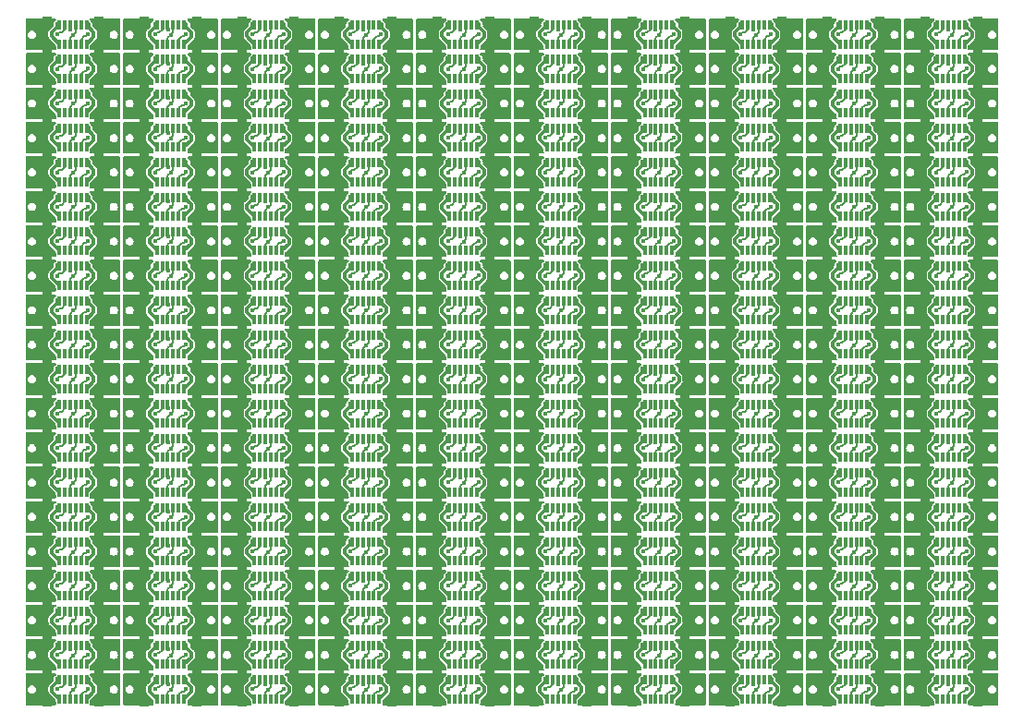
<source format=gbr>
%TF.GenerationSoftware,KiCad,Pcbnew,(6.0.11)*%
%TF.CreationDate,2023-04-11T15:55:54+08:00*%
%TF.ProjectId,MicroUSB2TypeCPanelization,4d696372-6f55-4534-9232-547970654350,rev?*%
%TF.SameCoordinates,Original*%
%TF.FileFunction,Copper,L1,Top*%
%TF.FilePolarity,Positive*%
%FSLAX46Y46*%
G04 Gerber Fmt 4.6, Leading zero omitted, Abs format (unit mm)*
G04 Created by KiCad (PCBNEW (6.0.11)) date 2023-04-11 15:55:54*
%MOMM*%
%LPD*%
G01*
G04 APERTURE LIST*
G04 Aperture macros list*
%AMRoundRect*
0 Rectangle with rounded corners*
0 $1 Rounding radius*
0 $2 $3 $4 $5 $6 $7 $8 $9 X,Y pos of 4 corners*
0 Add a 4 corners polygon primitive as box body*
4,1,4,$2,$3,$4,$5,$6,$7,$8,$9,$2,$3,0*
0 Add four circle primitives for the rounded corners*
1,1,$1+$1,$2,$3*
1,1,$1+$1,$4,$5*
1,1,$1+$1,$6,$7*
1,1,$1+$1,$8,$9*
0 Add four rect primitives between the rounded corners*
20,1,$1+$1,$2,$3,$4,$5,0*
20,1,$1+$1,$4,$5,$6,$7,0*
20,1,$1+$1,$6,$7,$8,$9,0*
20,1,$1+$1,$8,$9,$2,$3,0*%
G04 Aperture macros list end*
%TA.AperFunction,SMDPad,CuDef*%
%ADD10R,0.900000X0.500000*%
%TD*%
%TA.AperFunction,SMDPad,CuDef*%
%ADD11RoundRect,0.075000X-0.075000X-0.360000X0.075000X-0.360000X0.075000X0.360000X-0.075000X0.360000X0*%
%TD*%
%TA.AperFunction,ViaPad*%
%ADD12C,0.600000*%
%TD*%
%TA.AperFunction,ViaPad*%
%ADD13C,0.400000*%
%TD*%
%TA.AperFunction,Conductor*%
%ADD14C,0.200000*%
%TD*%
%TA.AperFunction,Conductor*%
%ADD15C,0.300000*%
%TD*%
G04 APERTURE END LIST*
D10*
%TO.P,J1,S1,SHIELD*%
%TO.N,GND*%
X230942000Y-142416000D03*
X230942000Y-139716000D03*
X226142000Y-142416000D03*
X226142000Y-139716000D03*
D11*
%TO.P,J1,B12,GND*%
X225792000Y-141931000D03*
%TO.P,J1,B9,VBUS*%
%TO.N,Net-(J1-PadA4)*%
X227292000Y-141931000D03*
%TO.P,J1,B8,SBU2*%
%TO.N,unconnected-(J1-PadB8)*%
X227792000Y-141931000D03*
%TO.P,J1,B7,D-*%
%TO.N,Net-(J1-PadA7)*%
X228292000Y-141931000D03*
%TO.P,J1,B6,D+*%
%TO.N,Net-(J1-PadA6)*%
X228792000Y-141931000D03*
%TO.P,J1,B5,CC2*%
%TO.N,Net-(J1-PadB5)*%
X229292000Y-141931000D03*
%TO.P,J1,B4,VBUS*%
%TO.N,Net-(J1-PadA4)*%
X229792000Y-141931000D03*
%TO.P,J1,B1,GND*%
%TO.N,GND*%
X231292000Y-141931000D03*
%TO.P,J1,A12,GND*%
X231292000Y-140201000D03*
%TO.P,J1,A9,VBUS*%
%TO.N,Net-(J1-PadA4)*%
X229792000Y-140201000D03*
%TO.P,J1,A8,SBU1*%
%TO.N,unconnected-(J1-PadA8)*%
X229292000Y-140201000D03*
%TO.P,J1,A7,D-*%
%TO.N,Net-(J1-PadA7)*%
X228792000Y-140201000D03*
%TO.P,J1,A6,D+*%
%TO.N,Net-(J1-PadA6)*%
X228292000Y-140201000D03*
%TO.P,J1,A5,CC1*%
%TO.N,Net-(J1-PadA5)*%
X227792000Y-140201000D03*
%TO.P,J1,A4,VBUS*%
%TO.N,Net-(J1-PadA4)*%
X227292000Y-140201000D03*
%TO.P,J1,A1,GND*%
%TO.N,GND*%
X225792000Y-140201000D03*
%TD*%
D10*
%TO.P,J1,S1,SHIELD*%
%TO.N,GND*%
X222002000Y-142416000D03*
X222002000Y-139716000D03*
X217202000Y-142416000D03*
X217202000Y-139716000D03*
D11*
%TO.P,J1,B12,GND*%
X216852000Y-141931000D03*
%TO.P,J1,B9,VBUS*%
%TO.N,Net-(J1-PadA4)*%
X218352000Y-141931000D03*
%TO.P,J1,B8,SBU2*%
%TO.N,unconnected-(J1-PadB8)*%
X218852000Y-141931000D03*
%TO.P,J1,B7,D-*%
%TO.N,Net-(J1-PadA7)*%
X219352000Y-141931000D03*
%TO.P,J1,B6,D+*%
%TO.N,Net-(J1-PadA6)*%
X219852000Y-141931000D03*
%TO.P,J1,B5,CC2*%
%TO.N,Net-(J1-PadB5)*%
X220352000Y-141931000D03*
%TO.P,J1,B4,VBUS*%
%TO.N,Net-(J1-PadA4)*%
X220852000Y-141931000D03*
%TO.P,J1,B1,GND*%
%TO.N,GND*%
X222352000Y-141931000D03*
%TO.P,J1,A12,GND*%
X222352000Y-140201000D03*
%TO.P,J1,A9,VBUS*%
%TO.N,Net-(J1-PadA4)*%
X220852000Y-140201000D03*
%TO.P,J1,A8,SBU1*%
%TO.N,unconnected-(J1-PadA8)*%
X220352000Y-140201000D03*
%TO.P,J1,A7,D-*%
%TO.N,Net-(J1-PadA7)*%
X219852000Y-140201000D03*
%TO.P,J1,A6,D+*%
%TO.N,Net-(J1-PadA6)*%
X219352000Y-140201000D03*
%TO.P,J1,A5,CC1*%
%TO.N,Net-(J1-PadA5)*%
X218852000Y-140201000D03*
%TO.P,J1,A4,VBUS*%
%TO.N,Net-(J1-PadA4)*%
X218352000Y-140201000D03*
%TO.P,J1,A1,GND*%
%TO.N,GND*%
X216852000Y-140201000D03*
%TD*%
D10*
%TO.P,J1,S1,SHIELD*%
%TO.N,GND*%
X213062000Y-142416000D03*
X213062000Y-139716000D03*
X208262000Y-142416000D03*
X208262000Y-139716000D03*
D11*
%TO.P,J1,B12,GND*%
X207912000Y-141931000D03*
%TO.P,J1,B9,VBUS*%
%TO.N,Net-(J1-PadA4)*%
X209412000Y-141931000D03*
%TO.P,J1,B8,SBU2*%
%TO.N,unconnected-(J1-PadB8)*%
X209912000Y-141931000D03*
%TO.P,J1,B7,D-*%
%TO.N,Net-(J1-PadA7)*%
X210412000Y-141931000D03*
%TO.P,J1,B6,D+*%
%TO.N,Net-(J1-PadA6)*%
X210912000Y-141931000D03*
%TO.P,J1,B5,CC2*%
%TO.N,Net-(J1-PadB5)*%
X211412000Y-141931000D03*
%TO.P,J1,B4,VBUS*%
%TO.N,Net-(J1-PadA4)*%
X211912000Y-141931000D03*
%TO.P,J1,B1,GND*%
%TO.N,GND*%
X213412000Y-141931000D03*
%TO.P,J1,A12,GND*%
X213412000Y-140201000D03*
%TO.P,J1,A9,VBUS*%
%TO.N,Net-(J1-PadA4)*%
X211912000Y-140201000D03*
%TO.P,J1,A8,SBU1*%
%TO.N,unconnected-(J1-PadA8)*%
X211412000Y-140201000D03*
%TO.P,J1,A7,D-*%
%TO.N,Net-(J1-PadA7)*%
X210912000Y-140201000D03*
%TO.P,J1,A6,D+*%
%TO.N,Net-(J1-PadA6)*%
X210412000Y-140201000D03*
%TO.P,J1,A5,CC1*%
%TO.N,Net-(J1-PadA5)*%
X209912000Y-140201000D03*
%TO.P,J1,A4,VBUS*%
%TO.N,Net-(J1-PadA4)*%
X209412000Y-140201000D03*
%TO.P,J1,A1,GND*%
%TO.N,GND*%
X207912000Y-140201000D03*
%TD*%
D10*
%TO.P,J1,S1,SHIELD*%
%TO.N,GND*%
X204122000Y-142416000D03*
X204122000Y-139716000D03*
X199322000Y-142416000D03*
X199322000Y-139716000D03*
D11*
%TO.P,J1,B12,GND*%
X198972000Y-141931000D03*
%TO.P,J1,B9,VBUS*%
%TO.N,Net-(J1-PadA4)*%
X200472000Y-141931000D03*
%TO.P,J1,B8,SBU2*%
%TO.N,unconnected-(J1-PadB8)*%
X200972000Y-141931000D03*
%TO.P,J1,B7,D-*%
%TO.N,Net-(J1-PadA7)*%
X201472000Y-141931000D03*
%TO.P,J1,B6,D+*%
%TO.N,Net-(J1-PadA6)*%
X201972000Y-141931000D03*
%TO.P,J1,B5,CC2*%
%TO.N,Net-(J1-PadB5)*%
X202472000Y-141931000D03*
%TO.P,J1,B4,VBUS*%
%TO.N,Net-(J1-PadA4)*%
X202972000Y-141931000D03*
%TO.P,J1,B1,GND*%
%TO.N,GND*%
X204472000Y-141931000D03*
%TO.P,J1,A12,GND*%
X204472000Y-140201000D03*
%TO.P,J1,A9,VBUS*%
%TO.N,Net-(J1-PadA4)*%
X202972000Y-140201000D03*
%TO.P,J1,A8,SBU1*%
%TO.N,unconnected-(J1-PadA8)*%
X202472000Y-140201000D03*
%TO.P,J1,A7,D-*%
%TO.N,Net-(J1-PadA7)*%
X201972000Y-140201000D03*
%TO.P,J1,A6,D+*%
%TO.N,Net-(J1-PadA6)*%
X201472000Y-140201000D03*
%TO.P,J1,A5,CC1*%
%TO.N,Net-(J1-PadA5)*%
X200972000Y-140201000D03*
%TO.P,J1,A4,VBUS*%
%TO.N,Net-(J1-PadA4)*%
X200472000Y-140201000D03*
%TO.P,J1,A1,GND*%
%TO.N,GND*%
X198972000Y-140201000D03*
%TD*%
D10*
%TO.P,J1,S1,SHIELD*%
%TO.N,GND*%
X195182000Y-142416000D03*
X195182000Y-139716000D03*
X190382000Y-142416000D03*
X190382000Y-139716000D03*
D11*
%TO.P,J1,B12,GND*%
X190032000Y-141931000D03*
%TO.P,J1,B9,VBUS*%
%TO.N,Net-(J1-PadA4)*%
X191532000Y-141931000D03*
%TO.P,J1,B8,SBU2*%
%TO.N,unconnected-(J1-PadB8)*%
X192032000Y-141931000D03*
%TO.P,J1,B7,D-*%
%TO.N,Net-(J1-PadA7)*%
X192532000Y-141931000D03*
%TO.P,J1,B6,D+*%
%TO.N,Net-(J1-PadA6)*%
X193032000Y-141931000D03*
%TO.P,J1,B5,CC2*%
%TO.N,Net-(J1-PadB5)*%
X193532000Y-141931000D03*
%TO.P,J1,B4,VBUS*%
%TO.N,Net-(J1-PadA4)*%
X194032000Y-141931000D03*
%TO.P,J1,B1,GND*%
%TO.N,GND*%
X195532000Y-141931000D03*
%TO.P,J1,A12,GND*%
X195532000Y-140201000D03*
%TO.P,J1,A9,VBUS*%
%TO.N,Net-(J1-PadA4)*%
X194032000Y-140201000D03*
%TO.P,J1,A8,SBU1*%
%TO.N,unconnected-(J1-PadA8)*%
X193532000Y-140201000D03*
%TO.P,J1,A7,D-*%
%TO.N,Net-(J1-PadA7)*%
X193032000Y-140201000D03*
%TO.P,J1,A6,D+*%
%TO.N,Net-(J1-PadA6)*%
X192532000Y-140201000D03*
%TO.P,J1,A5,CC1*%
%TO.N,Net-(J1-PadA5)*%
X192032000Y-140201000D03*
%TO.P,J1,A4,VBUS*%
%TO.N,Net-(J1-PadA4)*%
X191532000Y-140201000D03*
%TO.P,J1,A1,GND*%
%TO.N,GND*%
X190032000Y-140201000D03*
%TD*%
D10*
%TO.P,J1,S1,SHIELD*%
%TO.N,GND*%
X186242000Y-142416000D03*
X186242000Y-139716000D03*
X181442000Y-142416000D03*
X181442000Y-139716000D03*
D11*
%TO.P,J1,B12,GND*%
X181092000Y-141931000D03*
%TO.P,J1,B9,VBUS*%
%TO.N,Net-(J1-PadA4)*%
X182592000Y-141931000D03*
%TO.P,J1,B8,SBU2*%
%TO.N,unconnected-(J1-PadB8)*%
X183092000Y-141931000D03*
%TO.P,J1,B7,D-*%
%TO.N,Net-(J1-PadA7)*%
X183592000Y-141931000D03*
%TO.P,J1,B6,D+*%
%TO.N,Net-(J1-PadA6)*%
X184092000Y-141931000D03*
%TO.P,J1,B5,CC2*%
%TO.N,Net-(J1-PadB5)*%
X184592000Y-141931000D03*
%TO.P,J1,B4,VBUS*%
%TO.N,Net-(J1-PadA4)*%
X185092000Y-141931000D03*
%TO.P,J1,B1,GND*%
%TO.N,GND*%
X186592000Y-141931000D03*
%TO.P,J1,A12,GND*%
X186592000Y-140201000D03*
%TO.P,J1,A9,VBUS*%
%TO.N,Net-(J1-PadA4)*%
X185092000Y-140201000D03*
%TO.P,J1,A8,SBU1*%
%TO.N,unconnected-(J1-PadA8)*%
X184592000Y-140201000D03*
%TO.P,J1,A7,D-*%
%TO.N,Net-(J1-PadA7)*%
X184092000Y-140201000D03*
%TO.P,J1,A6,D+*%
%TO.N,Net-(J1-PadA6)*%
X183592000Y-140201000D03*
%TO.P,J1,A5,CC1*%
%TO.N,Net-(J1-PadA5)*%
X183092000Y-140201000D03*
%TO.P,J1,A4,VBUS*%
%TO.N,Net-(J1-PadA4)*%
X182592000Y-140201000D03*
%TO.P,J1,A1,GND*%
%TO.N,GND*%
X181092000Y-140201000D03*
%TD*%
D10*
%TO.P,J1,S1,SHIELD*%
%TO.N,GND*%
X177302000Y-142416000D03*
X177302000Y-139716000D03*
X172502000Y-142416000D03*
X172502000Y-139716000D03*
D11*
%TO.P,J1,B12,GND*%
X172152000Y-141931000D03*
%TO.P,J1,B9,VBUS*%
%TO.N,Net-(J1-PadA4)*%
X173652000Y-141931000D03*
%TO.P,J1,B8,SBU2*%
%TO.N,unconnected-(J1-PadB8)*%
X174152000Y-141931000D03*
%TO.P,J1,B7,D-*%
%TO.N,Net-(J1-PadA7)*%
X174652000Y-141931000D03*
%TO.P,J1,B6,D+*%
%TO.N,Net-(J1-PadA6)*%
X175152000Y-141931000D03*
%TO.P,J1,B5,CC2*%
%TO.N,Net-(J1-PadB5)*%
X175652000Y-141931000D03*
%TO.P,J1,B4,VBUS*%
%TO.N,Net-(J1-PadA4)*%
X176152000Y-141931000D03*
%TO.P,J1,B1,GND*%
%TO.N,GND*%
X177652000Y-141931000D03*
%TO.P,J1,A12,GND*%
X177652000Y-140201000D03*
%TO.P,J1,A9,VBUS*%
%TO.N,Net-(J1-PadA4)*%
X176152000Y-140201000D03*
%TO.P,J1,A8,SBU1*%
%TO.N,unconnected-(J1-PadA8)*%
X175652000Y-140201000D03*
%TO.P,J1,A7,D-*%
%TO.N,Net-(J1-PadA7)*%
X175152000Y-140201000D03*
%TO.P,J1,A6,D+*%
%TO.N,Net-(J1-PadA6)*%
X174652000Y-140201000D03*
%TO.P,J1,A5,CC1*%
%TO.N,Net-(J1-PadA5)*%
X174152000Y-140201000D03*
%TO.P,J1,A4,VBUS*%
%TO.N,Net-(J1-PadA4)*%
X173652000Y-140201000D03*
%TO.P,J1,A1,GND*%
%TO.N,GND*%
X172152000Y-140201000D03*
%TD*%
D10*
%TO.P,J1,S1,SHIELD*%
%TO.N,GND*%
X168362000Y-142416000D03*
X168362000Y-139716000D03*
X163562000Y-142416000D03*
X163562000Y-139716000D03*
D11*
%TO.P,J1,B12,GND*%
X163212000Y-141931000D03*
%TO.P,J1,B9,VBUS*%
%TO.N,Net-(J1-PadA4)*%
X164712000Y-141931000D03*
%TO.P,J1,B8,SBU2*%
%TO.N,unconnected-(J1-PadB8)*%
X165212000Y-141931000D03*
%TO.P,J1,B7,D-*%
%TO.N,Net-(J1-PadA7)*%
X165712000Y-141931000D03*
%TO.P,J1,B6,D+*%
%TO.N,Net-(J1-PadA6)*%
X166212000Y-141931000D03*
%TO.P,J1,B5,CC2*%
%TO.N,Net-(J1-PadB5)*%
X166712000Y-141931000D03*
%TO.P,J1,B4,VBUS*%
%TO.N,Net-(J1-PadA4)*%
X167212000Y-141931000D03*
%TO.P,J1,B1,GND*%
%TO.N,GND*%
X168712000Y-141931000D03*
%TO.P,J1,A12,GND*%
X168712000Y-140201000D03*
%TO.P,J1,A9,VBUS*%
%TO.N,Net-(J1-PadA4)*%
X167212000Y-140201000D03*
%TO.P,J1,A8,SBU1*%
%TO.N,unconnected-(J1-PadA8)*%
X166712000Y-140201000D03*
%TO.P,J1,A7,D-*%
%TO.N,Net-(J1-PadA7)*%
X166212000Y-140201000D03*
%TO.P,J1,A6,D+*%
%TO.N,Net-(J1-PadA6)*%
X165712000Y-140201000D03*
%TO.P,J1,A5,CC1*%
%TO.N,Net-(J1-PadA5)*%
X165212000Y-140201000D03*
%TO.P,J1,A4,VBUS*%
%TO.N,Net-(J1-PadA4)*%
X164712000Y-140201000D03*
%TO.P,J1,A1,GND*%
%TO.N,GND*%
X163212000Y-140201000D03*
%TD*%
D10*
%TO.P,J1,S1,SHIELD*%
%TO.N,GND*%
X159422000Y-142416000D03*
X159422000Y-139716000D03*
X154622000Y-142416000D03*
X154622000Y-139716000D03*
D11*
%TO.P,J1,B12,GND*%
X154272000Y-141931000D03*
%TO.P,J1,B9,VBUS*%
%TO.N,Net-(J1-PadA4)*%
X155772000Y-141931000D03*
%TO.P,J1,B8,SBU2*%
%TO.N,unconnected-(J1-PadB8)*%
X156272000Y-141931000D03*
%TO.P,J1,B7,D-*%
%TO.N,Net-(J1-PadA7)*%
X156772000Y-141931000D03*
%TO.P,J1,B6,D+*%
%TO.N,Net-(J1-PadA6)*%
X157272000Y-141931000D03*
%TO.P,J1,B5,CC2*%
%TO.N,Net-(J1-PadB5)*%
X157772000Y-141931000D03*
%TO.P,J1,B4,VBUS*%
%TO.N,Net-(J1-PadA4)*%
X158272000Y-141931000D03*
%TO.P,J1,B1,GND*%
%TO.N,GND*%
X159772000Y-141931000D03*
%TO.P,J1,A12,GND*%
X159772000Y-140201000D03*
%TO.P,J1,A9,VBUS*%
%TO.N,Net-(J1-PadA4)*%
X158272000Y-140201000D03*
%TO.P,J1,A8,SBU1*%
%TO.N,unconnected-(J1-PadA8)*%
X157772000Y-140201000D03*
%TO.P,J1,A7,D-*%
%TO.N,Net-(J1-PadA7)*%
X157272000Y-140201000D03*
%TO.P,J1,A6,D+*%
%TO.N,Net-(J1-PadA6)*%
X156772000Y-140201000D03*
%TO.P,J1,A5,CC1*%
%TO.N,Net-(J1-PadA5)*%
X156272000Y-140201000D03*
%TO.P,J1,A4,VBUS*%
%TO.N,Net-(J1-PadA4)*%
X155772000Y-140201000D03*
%TO.P,J1,A1,GND*%
%TO.N,GND*%
X154272000Y-140201000D03*
%TD*%
D10*
%TO.P,J1,S1,SHIELD*%
%TO.N,GND*%
X150482000Y-142416000D03*
X150482000Y-139716000D03*
X145682000Y-142416000D03*
X145682000Y-139716000D03*
D11*
%TO.P,J1,B12,GND*%
X145332000Y-141931000D03*
%TO.P,J1,B9,VBUS*%
%TO.N,Net-(J1-PadA4)*%
X146832000Y-141931000D03*
%TO.P,J1,B8,SBU2*%
%TO.N,unconnected-(J1-PadB8)*%
X147332000Y-141931000D03*
%TO.P,J1,B7,D-*%
%TO.N,Net-(J1-PadA7)*%
X147832000Y-141931000D03*
%TO.P,J1,B6,D+*%
%TO.N,Net-(J1-PadA6)*%
X148332000Y-141931000D03*
%TO.P,J1,B5,CC2*%
%TO.N,Net-(J1-PadB5)*%
X148832000Y-141931000D03*
%TO.P,J1,B4,VBUS*%
%TO.N,Net-(J1-PadA4)*%
X149332000Y-141931000D03*
%TO.P,J1,B1,GND*%
%TO.N,GND*%
X150832000Y-141931000D03*
%TO.P,J1,A12,GND*%
X150832000Y-140201000D03*
%TO.P,J1,A9,VBUS*%
%TO.N,Net-(J1-PadA4)*%
X149332000Y-140201000D03*
%TO.P,J1,A8,SBU1*%
%TO.N,unconnected-(J1-PadA8)*%
X148832000Y-140201000D03*
%TO.P,J1,A7,D-*%
%TO.N,Net-(J1-PadA7)*%
X148332000Y-140201000D03*
%TO.P,J1,A6,D+*%
%TO.N,Net-(J1-PadA6)*%
X147832000Y-140201000D03*
%TO.P,J1,A5,CC1*%
%TO.N,Net-(J1-PadA5)*%
X147332000Y-140201000D03*
%TO.P,J1,A4,VBUS*%
%TO.N,Net-(J1-PadA4)*%
X146832000Y-140201000D03*
%TO.P,J1,A1,GND*%
%TO.N,GND*%
X145332000Y-140201000D03*
%TD*%
D10*
%TO.P,J1,S1,SHIELD*%
%TO.N,GND*%
X230942000Y-139256000D03*
X230942000Y-136556000D03*
X226142000Y-139256000D03*
X226142000Y-136556000D03*
D11*
%TO.P,J1,B12,GND*%
X225792000Y-138771000D03*
%TO.P,J1,B9,VBUS*%
%TO.N,Net-(J1-PadA4)*%
X227292000Y-138771000D03*
%TO.P,J1,B8,SBU2*%
%TO.N,unconnected-(J1-PadB8)*%
X227792000Y-138771000D03*
%TO.P,J1,B7,D-*%
%TO.N,Net-(J1-PadA7)*%
X228292000Y-138771000D03*
%TO.P,J1,B6,D+*%
%TO.N,Net-(J1-PadA6)*%
X228792000Y-138771000D03*
%TO.P,J1,B5,CC2*%
%TO.N,Net-(J1-PadB5)*%
X229292000Y-138771000D03*
%TO.P,J1,B4,VBUS*%
%TO.N,Net-(J1-PadA4)*%
X229792000Y-138771000D03*
%TO.P,J1,B1,GND*%
%TO.N,GND*%
X231292000Y-138771000D03*
%TO.P,J1,A12,GND*%
X231292000Y-137041000D03*
%TO.P,J1,A9,VBUS*%
%TO.N,Net-(J1-PadA4)*%
X229792000Y-137041000D03*
%TO.P,J1,A8,SBU1*%
%TO.N,unconnected-(J1-PadA8)*%
X229292000Y-137041000D03*
%TO.P,J1,A7,D-*%
%TO.N,Net-(J1-PadA7)*%
X228792000Y-137041000D03*
%TO.P,J1,A6,D+*%
%TO.N,Net-(J1-PadA6)*%
X228292000Y-137041000D03*
%TO.P,J1,A5,CC1*%
%TO.N,Net-(J1-PadA5)*%
X227792000Y-137041000D03*
%TO.P,J1,A4,VBUS*%
%TO.N,Net-(J1-PadA4)*%
X227292000Y-137041000D03*
%TO.P,J1,A1,GND*%
%TO.N,GND*%
X225792000Y-137041000D03*
%TD*%
D10*
%TO.P,J1,S1,SHIELD*%
%TO.N,GND*%
X222002000Y-139256000D03*
X222002000Y-136556000D03*
X217202000Y-139256000D03*
X217202000Y-136556000D03*
D11*
%TO.P,J1,B12,GND*%
X216852000Y-138771000D03*
%TO.P,J1,B9,VBUS*%
%TO.N,Net-(J1-PadA4)*%
X218352000Y-138771000D03*
%TO.P,J1,B8,SBU2*%
%TO.N,unconnected-(J1-PadB8)*%
X218852000Y-138771000D03*
%TO.P,J1,B7,D-*%
%TO.N,Net-(J1-PadA7)*%
X219352000Y-138771000D03*
%TO.P,J1,B6,D+*%
%TO.N,Net-(J1-PadA6)*%
X219852000Y-138771000D03*
%TO.P,J1,B5,CC2*%
%TO.N,Net-(J1-PadB5)*%
X220352000Y-138771000D03*
%TO.P,J1,B4,VBUS*%
%TO.N,Net-(J1-PadA4)*%
X220852000Y-138771000D03*
%TO.P,J1,B1,GND*%
%TO.N,GND*%
X222352000Y-138771000D03*
%TO.P,J1,A12,GND*%
X222352000Y-137041000D03*
%TO.P,J1,A9,VBUS*%
%TO.N,Net-(J1-PadA4)*%
X220852000Y-137041000D03*
%TO.P,J1,A8,SBU1*%
%TO.N,unconnected-(J1-PadA8)*%
X220352000Y-137041000D03*
%TO.P,J1,A7,D-*%
%TO.N,Net-(J1-PadA7)*%
X219852000Y-137041000D03*
%TO.P,J1,A6,D+*%
%TO.N,Net-(J1-PadA6)*%
X219352000Y-137041000D03*
%TO.P,J1,A5,CC1*%
%TO.N,Net-(J1-PadA5)*%
X218852000Y-137041000D03*
%TO.P,J1,A4,VBUS*%
%TO.N,Net-(J1-PadA4)*%
X218352000Y-137041000D03*
%TO.P,J1,A1,GND*%
%TO.N,GND*%
X216852000Y-137041000D03*
%TD*%
D10*
%TO.P,J1,S1,SHIELD*%
%TO.N,GND*%
X213062000Y-139256000D03*
X213062000Y-136556000D03*
X208262000Y-139256000D03*
X208262000Y-136556000D03*
D11*
%TO.P,J1,B12,GND*%
X207912000Y-138771000D03*
%TO.P,J1,B9,VBUS*%
%TO.N,Net-(J1-PadA4)*%
X209412000Y-138771000D03*
%TO.P,J1,B8,SBU2*%
%TO.N,unconnected-(J1-PadB8)*%
X209912000Y-138771000D03*
%TO.P,J1,B7,D-*%
%TO.N,Net-(J1-PadA7)*%
X210412000Y-138771000D03*
%TO.P,J1,B6,D+*%
%TO.N,Net-(J1-PadA6)*%
X210912000Y-138771000D03*
%TO.P,J1,B5,CC2*%
%TO.N,Net-(J1-PadB5)*%
X211412000Y-138771000D03*
%TO.P,J1,B4,VBUS*%
%TO.N,Net-(J1-PadA4)*%
X211912000Y-138771000D03*
%TO.P,J1,B1,GND*%
%TO.N,GND*%
X213412000Y-138771000D03*
%TO.P,J1,A12,GND*%
X213412000Y-137041000D03*
%TO.P,J1,A9,VBUS*%
%TO.N,Net-(J1-PadA4)*%
X211912000Y-137041000D03*
%TO.P,J1,A8,SBU1*%
%TO.N,unconnected-(J1-PadA8)*%
X211412000Y-137041000D03*
%TO.P,J1,A7,D-*%
%TO.N,Net-(J1-PadA7)*%
X210912000Y-137041000D03*
%TO.P,J1,A6,D+*%
%TO.N,Net-(J1-PadA6)*%
X210412000Y-137041000D03*
%TO.P,J1,A5,CC1*%
%TO.N,Net-(J1-PadA5)*%
X209912000Y-137041000D03*
%TO.P,J1,A4,VBUS*%
%TO.N,Net-(J1-PadA4)*%
X209412000Y-137041000D03*
%TO.P,J1,A1,GND*%
%TO.N,GND*%
X207912000Y-137041000D03*
%TD*%
D10*
%TO.P,J1,S1,SHIELD*%
%TO.N,GND*%
X204122000Y-139256000D03*
X204122000Y-136556000D03*
X199322000Y-139256000D03*
X199322000Y-136556000D03*
D11*
%TO.P,J1,B12,GND*%
X198972000Y-138771000D03*
%TO.P,J1,B9,VBUS*%
%TO.N,Net-(J1-PadA4)*%
X200472000Y-138771000D03*
%TO.P,J1,B8,SBU2*%
%TO.N,unconnected-(J1-PadB8)*%
X200972000Y-138771000D03*
%TO.P,J1,B7,D-*%
%TO.N,Net-(J1-PadA7)*%
X201472000Y-138771000D03*
%TO.P,J1,B6,D+*%
%TO.N,Net-(J1-PadA6)*%
X201972000Y-138771000D03*
%TO.P,J1,B5,CC2*%
%TO.N,Net-(J1-PadB5)*%
X202472000Y-138771000D03*
%TO.P,J1,B4,VBUS*%
%TO.N,Net-(J1-PadA4)*%
X202972000Y-138771000D03*
%TO.P,J1,B1,GND*%
%TO.N,GND*%
X204472000Y-138771000D03*
%TO.P,J1,A12,GND*%
X204472000Y-137041000D03*
%TO.P,J1,A9,VBUS*%
%TO.N,Net-(J1-PadA4)*%
X202972000Y-137041000D03*
%TO.P,J1,A8,SBU1*%
%TO.N,unconnected-(J1-PadA8)*%
X202472000Y-137041000D03*
%TO.P,J1,A7,D-*%
%TO.N,Net-(J1-PadA7)*%
X201972000Y-137041000D03*
%TO.P,J1,A6,D+*%
%TO.N,Net-(J1-PadA6)*%
X201472000Y-137041000D03*
%TO.P,J1,A5,CC1*%
%TO.N,Net-(J1-PadA5)*%
X200972000Y-137041000D03*
%TO.P,J1,A4,VBUS*%
%TO.N,Net-(J1-PadA4)*%
X200472000Y-137041000D03*
%TO.P,J1,A1,GND*%
%TO.N,GND*%
X198972000Y-137041000D03*
%TD*%
D10*
%TO.P,J1,S1,SHIELD*%
%TO.N,GND*%
X195182000Y-139256000D03*
X195182000Y-136556000D03*
X190382000Y-139256000D03*
X190382000Y-136556000D03*
D11*
%TO.P,J1,B12,GND*%
X190032000Y-138771000D03*
%TO.P,J1,B9,VBUS*%
%TO.N,Net-(J1-PadA4)*%
X191532000Y-138771000D03*
%TO.P,J1,B8,SBU2*%
%TO.N,unconnected-(J1-PadB8)*%
X192032000Y-138771000D03*
%TO.P,J1,B7,D-*%
%TO.N,Net-(J1-PadA7)*%
X192532000Y-138771000D03*
%TO.P,J1,B6,D+*%
%TO.N,Net-(J1-PadA6)*%
X193032000Y-138771000D03*
%TO.P,J1,B5,CC2*%
%TO.N,Net-(J1-PadB5)*%
X193532000Y-138771000D03*
%TO.P,J1,B4,VBUS*%
%TO.N,Net-(J1-PadA4)*%
X194032000Y-138771000D03*
%TO.P,J1,B1,GND*%
%TO.N,GND*%
X195532000Y-138771000D03*
%TO.P,J1,A12,GND*%
X195532000Y-137041000D03*
%TO.P,J1,A9,VBUS*%
%TO.N,Net-(J1-PadA4)*%
X194032000Y-137041000D03*
%TO.P,J1,A8,SBU1*%
%TO.N,unconnected-(J1-PadA8)*%
X193532000Y-137041000D03*
%TO.P,J1,A7,D-*%
%TO.N,Net-(J1-PadA7)*%
X193032000Y-137041000D03*
%TO.P,J1,A6,D+*%
%TO.N,Net-(J1-PadA6)*%
X192532000Y-137041000D03*
%TO.P,J1,A5,CC1*%
%TO.N,Net-(J1-PadA5)*%
X192032000Y-137041000D03*
%TO.P,J1,A4,VBUS*%
%TO.N,Net-(J1-PadA4)*%
X191532000Y-137041000D03*
%TO.P,J1,A1,GND*%
%TO.N,GND*%
X190032000Y-137041000D03*
%TD*%
D10*
%TO.P,J1,S1,SHIELD*%
%TO.N,GND*%
X186242000Y-139256000D03*
X186242000Y-136556000D03*
X181442000Y-139256000D03*
X181442000Y-136556000D03*
D11*
%TO.P,J1,B12,GND*%
X181092000Y-138771000D03*
%TO.P,J1,B9,VBUS*%
%TO.N,Net-(J1-PadA4)*%
X182592000Y-138771000D03*
%TO.P,J1,B8,SBU2*%
%TO.N,unconnected-(J1-PadB8)*%
X183092000Y-138771000D03*
%TO.P,J1,B7,D-*%
%TO.N,Net-(J1-PadA7)*%
X183592000Y-138771000D03*
%TO.P,J1,B6,D+*%
%TO.N,Net-(J1-PadA6)*%
X184092000Y-138771000D03*
%TO.P,J1,B5,CC2*%
%TO.N,Net-(J1-PadB5)*%
X184592000Y-138771000D03*
%TO.P,J1,B4,VBUS*%
%TO.N,Net-(J1-PadA4)*%
X185092000Y-138771000D03*
%TO.P,J1,B1,GND*%
%TO.N,GND*%
X186592000Y-138771000D03*
%TO.P,J1,A12,GND*%
X186592000Y-137041000D03*
%TO.P,J1,A9,VBUS*%
%TO.N,Net-(J1-PadA4)*%
X185092000Y-137041000D03*
%TO.P,J1,A8,SBU1*%
%TO.N,unconnected-(J1-PadA8)*%
X184592000Y-137041000D03*
%TO.P,J1,A7,D-*%
%TO.N,Net-(J1-PadA7)*%
X184092000Y-137041000D03*
%TO.P,J1,A6,D+*%
%TO.N,Net-(J1-PadA6)*%
X183592000Y-137041000D03*
%TO.P,J1,A5,CC1*%
%TO.N,Net-(J1-PadA5)*%
X183092000Y-137041000D03*
%TO.P,J1,A4,VBUS*%
%TO.N,Net-(J1-PadA4)*%
X182592000Y-137041000D03*
%TO.P,J1,A1,GND*%
%TO.N,GND*%
X181092000Y-137041000D03*
%TD*%
D10*
%TO.P,J1,S1,SHIELD*%
%TO.N,GND*%
X177302000Y-139256000D03*
X177302000Y-136556000D03*
X172502000Y-139256000D03*
X172502000Y-136556000D03*
D11*
%TO.P,J1,B12,GND*%
X172152000Y-138771000D03*
%TO.P,J1,B9,VBUS*%
%TO.N,Net-(J1-PadA4)*%
X173652000Y-138771000D03*
%TO.P,J1,B8,SBU2*%
%TO.N,unconnected-(J1-PadB8)*%
X174152000Y-138771000D03*
%TO.P,J1,B7,D-*%
%TO.N,Net-(J1-PadA7)*%
X174652000Y-138771000D03*
%TO.P,J1,B6,D+*%
%TO.N,Net-(J1-PadA6)*%
X175152000Y-138771000D03*
%TO.P,J1,B5,CC2*%
%TO.N,Net-(J1-PadB5)*%
X175652000Y-138771000D03*
%TO.P,J1,B4,VBUS*%
%TO.N,Net-(J1-PadA4)*%
X176152000Y-138771000D03*
%TO.P,J1,B1,GND*%
%TO.N,GND*%
X177652000Y-138771000D03*
%TO.P,J1,A12,GND*%
X177652000Y-137041000D03*
%TO.P,J1,A9,VBUS*%
%TO.N,Net-(J1-PadA4)*%
X176152000Y-137041000D03*
%TO.P,J1,A8,SBU1*%
%TO.N,unconnected-(J1-PadA8)*%
X175652000Y-137041000D03*
%TO.P,J1,A7,D-*%
%TO.N,Net-(J1-PadA7)*%
X175152000Y-137041000D03*
%TO.P,J1,A6,D+*%
%TO.N,Net-(J1-PadA6)*%
X174652000Y-137041000D03*
%TO.P,J1,A5,CC1*%
%TO.N,Net-(J1-PadA5)*%
X174152000Y-137041000D03*
%TO.P,J1,A4,VBUS*%
%TO.N,Net-(J1-PadA4)*%
X173652000Y-137041000D03*
%TO.P,J1,A1,GND*%
%TO.N,GND*%
X172152000Y-137041000D03*
%TD*%
D10*
%TO.P,J1,S1,SHIELD*%
%TO.N,GND*%
X168362000Y-139256000D03*
X168362000Y-136556000D03*
X163562000Y-139256000D03*
X163562000Y-136556000D03*
D11*
%TO.P,J1,B12,GND*%
X163212000Y-138771000D03*
%TO.P,J1,B9,VBUS*%
%TO.N,Net-(J1-PadA4)*%
X164712000Y-138771000D03*
%TO.P,J1,B8,SBU2*%
%TO.N,unconnected-(J1-PadB8)*%
X165212000Y-138771000D03*
%TO.P,J1,B7,D-*%
%TO.N,Net-(J1-PadA7)*%
X165712000Y-138771000D03*
%TO.P,J1,B6,D+*%
%TO.N,Net-(J1-PadA6)*%
X166212000Y-138771000D03*
%TO.P,J1,B5,CC2*%
%TO.N,Net-(J1-PadB5)*%
X166712000Y-138771000D03*
%TO.P,J1,B4,VBUS*%
%TO.N,Net-(J1-PadA4)*%
X167212000Y-138771000D03*
%TO.P,J1,B1,GND*%
%TO.N,GND*%
X168712000Y-138771000D03*
%TO.P,J1,A12,GND*%
X168712000Y-137041000D03*
%TO.P,J1,A9,VBUS*%
%TO.N,Net-(J1-PadA4)*%
X167212000Y-137041000D03*
%TO.P,J1,A8,SBU1*%
%TO.N,unconnected-(J1-PadA8)*%
X166712000Y-137041000D03*
%TO.P,J1,A7,D-*%
%TO.N,Net-(J1-PadA7)*%
X166212000Y-137041000D03*
%TO.P,J1,A6,D+*%
%TO.N,Net-(J1-PadA6)*%
X165712000Y-137041000D03*
%TO.P,J1,A5,CC1*%
%TO.N,Net-(J1-PadA5)*%
X165212000Y-137041000D03*
%TO.P,J1,A4,VBUS*%
%TO.N,Net-(J1-PadA4)*%
X164712000Y-137041000D03*
%TO.P,J1,A1,GND*%
%TO.N,GND*%
X163212000Y-137041000D03*
%TD*%
D10*
%TO.P,J1,S1,SHIELD*%
%TO.N,GND*%
X159422000Y-139256000D03*
X159422000Y-136556000D03*
X154622000Y-139256000D03*
X154622000Y-136556000D03*
D11*
%TO.P,J1,B12,GND*%
X154272000Y-138771000D03*
%TO.P,J1,B9,VBUS*%
%TO.N,Net-(J1-PadA4)*%
X155772000Y-138771000D03*
%TO.P,J1,B8,SBU2*%
%TO.N,unconnected-(J1-PadB8)*%
X156272000Y-138771000D03*
%TO.P,J1,B7,D-*%
%TO.N,Net-(J1-PadA7)*%
X156772000Y-138771000D03*
%TO.P,J1,B6,D+*%
%TO.N,Net-(J1-PadA6)*%
X157272000Y-138771000D03*
%TO.P,J1,B5,CC2*%
%TO.N,Net-(J1-PadB5)*%
X157772000Y-138771000D03*
%TO.P,J1,B4,VBUS*%
%TO.N,Net-(J1-PadA4)*%
X158272000Y-138771000D03*
%TO.P,J1,B1,GND*%
%TO.N,GND*%
X159772000Y-138771000D03*
%TO.P,J1,A12,GND*%
X159772000Y-137041000D03*
%TO.P,J1,A9,VBUS*%
%TO.N,Net-(J1-PadA4)*%
X158272000Y-137041000D03*
%TO.P,J1,A8,SBU1*%
%TO.N,unconnected-(J1-PadA8)*%
X157772000Y-137041000D03*
%TO.P,J1,A7,D-*%
%TO.N,Net-(J1-PadA7)*%
X157272000Y-137041000D03*
%TO.P,J1,A6,D+*%
%TO.N,Net-(J1-PadA6)*%
X156772000Y-137041000D03*
%TO.P,J1,A5,CC1*%
%TO.N,Net-(J1-PadA5)*%
X156272000Y-137041000D03*
%TO.P,J1,A4,VBUS*%
%TO.N,Net-(J1-PadA4)*%
X155772000Y-137041000D03*
%TO.P,J1,A1,GND*%
%TO.N,GND*%
X154272000Y-137041000D03*
%TD*%
D10*
%TO.P,J1,S1,SHIELD*%
%TO.N,GND*%
X150482000Y-139256000D03*
X150482000Y-136556000D03*
X145682000Y-139256000D03*
X145682000Y-136556000D03*
D11*
%TO.P,J1,B12,GND*%
X145332000Y-138771000D03*
%TO.P,J1,B9,VBUS*%
%TO.N,Net-(J1-PadA4)*%
X146832000Y-138771000D03*
%TO.P,J1,B8,SBU2*%
%TO.N,unconnected-(J1-PadB8)*%
X147332000Y-138771000D03*
%TO.P,J1,B7,D-*%
%TO.N,Net-(J1-PadA7)*%
X147832000Y-138771000D03*
%TO.P,J1,B6,D+*%
%TO.N,Net-(J1-PadA6)*%
X148332000Y-138771000D03*
%TO.P,J1,B5,CC2*%
%TO.N,Net-(J1-PadB5)*%
X148832000Y-138771000D03*
%TO.P,J1,B4,VBUS*%
%TO.N,Net-(J1-PadA4)*%
X149332000Y-138771000D03*
%TO.P,J1,B1,GND*%
%TO.N,GND*%
X150832000Y-138771000D03*
%TO.P,J1,A12,GND*%
X150832000Y-137041000D03*
%TO.P,J1,A9,VBUS*%
%TO.N,Net-(J1-PadA4)*%
X149332000Y-137041000D03*
%TO.P,J1,A8,SBU1*%
%TO.N,unconnected-(J1-PadA8)*%
X148832000Y-137041000D03*
%TO.P,J1,A7,D-*%
%TO.N,Net-(J1-PadA7)*%
X148332000Y-137041000D03*
%TO.P,J1,A6,D+*%
%TO.N,Net-(J1-PadA6)*%
X147832000Y-137041000D03*
%TO.P,J1,A5,CC1*%
%TO.N,Net-(J1-PadA5)*%
X147332000Y-137041000D03*
%TO.P,J1,A4,VBUS*%
%TO.N,Net-(J1-PadA4)*%
X146832000Y-137041000D03*
%TO.P,J1,A1,GND*%
%TO.N,GND*%
X145332000Y-137041000D03*
%TD*%
D10*
%TO.P,J1,S1,SHIELD*%
%TO.N,GND*%
X230942000Y-136096000D03*
X230942000Y-133396000D03*
X226142000Y-136096000D03*
X226142000Y-133396000D03*
D11*
%TO.P,J1,B12,GND*%
X225792000Y-135611000D03*
%TO.P,J1,B9,VBUS*%
%TO.N,Net-(J1-PadA4)*%
X227292000Y-135611000D03*
%TO.P,J1,B8,SBU2*%
%TO.N,unconnected-(J1-PadB8)*%
X227792000Y-135611000D03*
%TO.P,J1,B7,D-*%
%TO.N,Net-(J1-PadA7)*%
X228292000Y-135611000D03*
%TO.P,J1,B6,D+*%
%TO.N,Net-(J1-PadA6)*%
X228792000Y-135611000D03*
%TO.P,J1,B5,CC2*%
%TO.N,Net-(J1-PadB5)*%
X229292000Y-135611000D03*
%TO.P,J1,B4,VBUS*%
%TO.N,Net-(J1-PadA4)*%
X229792000Y-135611000D03*
%TO.P,J1,B1,GND*%
%TO.N,GND*%
X231292000Y-135611000D03*
%TO.P,J1,A12,GND*%
X231292000Y-133881000D03*
%TO.P,J1,A9,VBUS*%
%TO.N,Net-(J1-PadA4)*%
X229792000Y-133881000D03*
%TO.P,J1,A8,SBU1*%
%TO.N,unconnected-(J1-PadA8)*%
X229292000Y-133881000D03*
%TO.P,J1,A7,D-*%
%TO.N,Net-(J1-PadA7)*%
X228792000Y-133881000D03*
%TO.P,J1,A6,D+*%
%TO.N,Net-(J1-PadA6)*%
X228292000Y-133881000D03*
%TO.P,J1,A5,CC1*%
%TO.N,Net-(J1-PadA5)*%
X227792000Y-133881000D03*
%TO.P,J1,A4,VBUS*%
%TO.N,Net-(J1-PadA4)*%
X227292000Y-133881000D03*
%TO.P,J1,A1,GND*%
%TO.N,GND*%
X225792000Y-133881000D03*
%TD*%
D10*
%TO.P,J1,S1,SHIELD*%
%TO.N,GND*%
X222002000Y-136096000D03*
X222002000Y-133396000D03*
X217202000Y-136096000D03*
X217202000Y-133396000D03*
D11*
%TO.P,J1,B12,GND*%
X216852000Y-135611000D03*
%TO.P,J1,B9,VBUS*%
%TO.N,Net-(J1-PadA4)*%
X218352000Y-135611000D03*
%TO.P,J1,B8,SBU2*%
%TO.N,unconnected-(J1-PadB8)*%
X218852000Y-135611000D03*
%TO.P,J1,B7,D-*%
%TO.N,Net-(J1-PadA7)*%
X219352000Y-135611000D03*
%TO.P,J1,B6,D+*%
%TO.N,Net-(J1-PadA6)*%
X219852000Y-135611000D03*
%TO.P,J1,B5,CC2*%
%TO.N,Net-(J1-PadB5)*%
X220352000Y-135611000D03*
%TO.P,J1,B4,VBUS*%
%TO.N,Net-(J1-PadA4)*%
X220852000Y-135611000D03*
%TO.P,J1,B1,GND*%
%TO.N,GND*%
X222352000Y-135611000D03*
%TO.P,J1,A12,GND*%
X222352000Y-133881000D03*
%TO.P,J1,A9,VBUS*%
%TO.N,Net-(J1-PadA4)*%
X220852000Y-133881000D03*
%TO.P,J1,A8,SBU1*%
%TO.N,unconnected-(J1-PadA8)*%
X220352000Y-133881000D03*
%TO.P,J1,A7,D-*%
%TO.N,Net-(J1-PadA7)*%
X219852000Y-133881000D03*
%TO.P,J1,A6,D+*%
%TO.N,Net-(J1-PadA6)*%
X219352000Y-133881000D03*
%TO.P,J1,A5,CC1*%
%TO.N,Net-(J1-PadA5)*%
X218852000Y-133881000D03*
%TO.P,J1,A4,VBUS*%
%TO.N,Net-(J1-PadA4)*%
X218352000Y-133881000D03*
%TO.P,J1,A1,GND*%
%TO.N,GND*%
X216852000Y-133881000D03*
%TD*%
D10*
%TO.P,J1,S1,SHIELD*%
%TO.N,GND*%
X213062000Y-136096000D03*
X213062000Y-133396000D03*
X208262000Y-136096000D03*
X208262000Y-133396000D03*
D11*
%TO.P,J1,B12,GND*%
X207912000Y-135611000D03*
%TO.P,J1,B9,VBUS*%
%TO.N,Net-(J1-PadA4)*%
X209412000Y-135611000D03*
%TO.P,J1,B8,SBU2*%
%TO.N,unconnected-(J1-PadB8)*%
X209912000Y-135611000D03*
%TO.P,J1,B7,D-*%
%TO.N,Net-(J1-PadA7)*%
X210412000Y-135611000D03*
%TO.P,J1,B6,D+*%
%TO.N,Net-(J1-PadA6)*%
X210912000Y-135611000D03*
%TO.P,J1,B5,CC2*%
%TO.N,Net-(J1-PadB5)*%
X211412000Y-135611000D03*
%TO.P,J1,B4,VBUS*%
%TO.N,Net-(J1-PadA4)*%
X211912000Y-135611000D03*
%TO.P,J1,B1,GND*%
%TO.N,GND*%
X213412000Y-135611000D03*
%TO.P,J1,A12,GND*%
X213412000Y-133881000D03*
%TO.P,J1,A9,VBUS*%
%TO.N,Net-(J1-PadA4)*%
X211912000Y-133881000D03*
%TO.P,J1,A8,SBU1*%
%TO.N,unconnected-(J1-PadA8)*%
X211412000Y-133881000D03*
%TO.P,J1,A7,D-*%
%TO.N,Net-(J1-PadA7)*%
X210912000Y-133881000D03*
%TO.P,J1,A6,D+*%
%TO.N,Net-(J1-PadA6)*%
X210412000Y-133881000D03*
%TO.P,J1,A5,CC1*%
%TO.N,Net-(J1-PadA5)*%
X209912000Y-133881000D03*
%TO.P,J1,A4,VBUS*%
%TO.N,Net-(J1-PadA4)*%
X209412000Y-133881000D03*
%TO.P,J1,A1,GND*%
%TO.N,GND*%
X207912000Y-133881000D03*
%TD*%
D10*
%TO.P,J1,S1,SHIELD*%
%TO.N,GND*%
X204122000Y-136096000D03*
X204122000Y-133396000D03*
X199322000Y-136096000D03*
X199322000Y-133396000D03*
D11*
%TO.P,J1,B12,GND*%
X198972000Y-135611000D03*
%TO.P,J1,B9,VBUS*%
%TO.N,Net-(J1-PadA4)*%
X200472000Y-135611000D03*
%TO.P,J1,B8,SBU2*%
%TO.N,unconnected-(J1-PadB8)*%
X200972000Y-135611000D03*
%TO.P,J1,B7,D-*%
%TO.N,Net-(J1-PadA7)*%
X201472000Y-135611000D03*
%TO.P,J1,B6,D+*%
%TO.N,Net-(J1-PadA6)*%
X201972000Y-135611000D03*
%TO.P,J1,B5,CC2*%
%TO.N,Net-(J1-PadB5)*%
X202472000Y-135611000D03*
%TO.P,J1,B4,VBUS*%
%TO.N,Net-(J1-PadA4)*%
X202972000Y-135611000D03*
%TO.P,J1,B1,GND*%
%TO.N,GND*%
X204472000Y-135611000D03*
%TO.P,J1,A12,GND*%
X204472000Y-133881000D03*
%TO.P,J1,A9,VBUS*%
%TO.N,Net-(J1-PadA4)*%
X202972000Y-133881000D03*
%TO.P,J1,A8,SBU1*%
%TO.N,unconnected-(J1-PadA8)*%
X202472000Y-133881000D03*
%TO.P,J1,A7,D-*%
%TO.N,Net-(J1-PadA7)*%
X201972000Y-133881000D03*
%TO.P,J1,A6,D+*%
%TO.N,Net-(J1-PadA6)*%
X201472000Y-133881000D03*
%TO.P,J1,A5,CC1*%
%TO.N,Net-(J1-PadA5)*%
X200972000Y-133881000D03*
%TO.P,J1,A4,VBUS*%
%TO.N,Net-(J1-PadA4)*%
X200472000Y-133881000D03*
%TO.P,J1,A1,GND*%
%TO.N,GND*%
X198972000Y-133881000D03*
%TD*%
D10*
%TO.P,J1,S1,SHIELD*%
%TO.N,GND*%
X195182000Y-136096000D03*
X195182000Y-133396000D03*
X190382000Y-136096000D03*
X190382000Y-133396000D03*
D11*
%TO.P,J1,B12,GND*%
X190032000Y-135611000D03*
%TO.P,J1,B9,VBUS*%
%TO.N,Net-(J1-PadA4)*%
X191532000Y-135611000D03*
%TO.P,J1,B8,SBU2*%
%TO.N,unconnected-(J1-PadB8)*%
X192032000Y-135611000D03*
%TO.P,J1,B7,D-*%
%TO.N,Net-(J1-PadA7)*%
X192532000Y-135611000D03*
%TO.P,J1,B6,D+*%
%TO.N,Net-(J1-PadA6)*%
X193032000Y-135611000D03*
%TO.P,J1,B5,CC2*%
%TO.N,Net-(J1-PadB5)*%
X193532000Y-135611000D03*
%TO.P,J1,B4,VBUS*%
%TO.N,Net-(J1-PadA4)*%
X194032000Y-135611000D03*
%TO.P,J1,B1,GND*%
%TO.N,GND*%
X195532000Y-135611000D03*
%TO.P,J1,A12,GND*%
X195532000Y-133881000D03*
%TO.P,J1,A9,VBUS*%
%TO.N,Net-(J1-PadA4)*%
X194032000Y-133881000D03*
%TO.P,J1,A8,SBU1*%
%TO.N,unconnected-(J1-PadA8)*%
X193532000Y-133881000D03*
%TO.P,J1,A7,D-*%
%TO.N,Net-(J1-PadA7)*%
X193032000Y-133881000D03*
%TO.P,J1,A6,D+*%
%TO.N,Net-(J1-PadA6)*%
X192532000Y-133881000D03*
%TO.P,J1,A5,CC1*%
%TO.N,Net-(J1-PadA5)*%
X192032000Y-133881000D03*
%TO.P,J1,A4,VBUS*%
%TO.N,Net-(J1-PadA4)*%
X191532000Y-133881000D03*
%TO.P,J1,A1,GND*%
%TO.N,GND*%
X190032000Y-133881000D03*
%TD*%
D10*
%TO.P,J1,S1,SHIELD*%
%TO.N,GND*%
X186242000Y-136096000D03*
X186242000Y-133396000D03*
X181442000Y-136096000D03*
X181442000Y-133396000D03*
D11*
%TO.P,J1,B12,GND*%
X181092000Y-135611000D03*
%TO.P,J1,B9,VBUS*%
%TO.N,Net-(J1-PadA4)*%
X182592000Y-135611000D03*
%TO.P,J1,B8,SBU2*%
%TO.N,unconnected-(J1-PadB8)*%
X183092000Y-135611000D03*
%TO.P,J1,B7,D-*%
%TO.N,Net-(J1-PadA7)*%
X183592000Y-135611000D03*
%TO.P,J1,B6,D+*%
%TO.N,Net-(J1-PadA6)*%
X184092000Y-135611000D03*
%TO.P,J1,B5,CC2*%
%TO.N,Net-(J1-PadB5)*%
X184592000Y-135611000D03*
%TO.P,J1,B4,VBUS*%
%TO.N,Net-(J1-PadA4)*%
X185092000Y-135611000D03*
%TO.P,J1,B1,GND*%
%TO.N,GND*%
X186592000Y-135611000D03*
%TO.P,J1,A12,GND*%
X186592000Y-133881000D03*
%TO.P,J1,A9,VBUS*%
%TO.N,Net-(J1-PadA4)*%
X185092000Y-133881000D03*
%TO.P,J1,A8,SBU1*%
%TO.N,unconnected-(J1-PadA8)*%
X184592000Y-133881000D03*
%TO.P,J1,A7,D-*%
%TO.N,Net-(J1-PadA7)*%
X184092000Y-133881000D03*
%TO.P,J1,A6,D+*%
%TO.N,Net-(J1-PadA6)*%
X183592000Y-133881000D03*
%TO.P,J1,A5,CC1*%
%TO.N,Net-(J1-PadA5)*%
X183092000Y-133881000D03*
%TO.P,J1,A4,VBUS*%
%TO.N,Net-(J1-PadA4)*%
X182592000Y-133881000D03*
%TO.P,J1,A1,GND*%
%TO.N,GND*%
X181092000Y-133881000D03*
%TD*%
D10*
%TO.P,J1,S1,SHIELD*%
%TO.N,GND*%
X177302000Y-136096000D03*
X177302000Y-133396000D03*
X172502000Y-136096000D03*
X172502000Y-133396000D03*
D11*
%TO.P,J1,B12,GND*%
X172152000Y-135611000D03*
%TO.P,J1,B9,VBUS*%
%TO.N,Net-(J1-PadA4)*%
X173652000Y-135611000D03*
%TO.P,J1,B8,SBU2*%
%TO.N,unconnected-(J1-PadB8)*%
X174152000Y-135611000D03*
%TO.P,J1,B7,D-*%
%TO.N,Net-(J1-PadA7)*%
X174652000Y-135611000D03*
%TO.P,J1,B6,D+*%
%TO.N,Net-(J1-PadA6)*%
X175152000Y-135611000D03*
%TO.P,J1,B5,CC2*%
%TO.N,Net-(J1-PadB5)*%
X175652000Y-135611000D03*
%TO.P,J1,B4,VBUS*%
%TO.N,Net-(J1-PadA4)*%
X176152000Y-135611000D03*
%TO.P,J1,B1,GND*%
%TO.N,GND*%
X177652000Y-135611000D03*
%TO.P,J1,A12,GND*%
X177652000Y-133881000D03*
%TO.P,J1,A9,VBUS*%
%TO.N,Net-(J1-PadA4)*%
X176152000Y-133881000D03*
%TO.P,J1,A8,SBU1*%
%TO.N,unconnected-(J1-PadA8)*%
X175652000Y-133881000D03*
%TO.P,J1,A7,D-*%
%TO.N,Net-(J1-PadA7)*%
X175152000Y-133881000D03*
%TO.P,J1,A6,D+*%
%TO.N,Net-(J1-PadA6)*%
X174652000Y-133881000D03*
%TO.P,J1,A5,CC1*%
%TO.N,Net-(J1-PadA5)*%
X174152000Y-133881000D03*
%TO.P,J1,A4,VBUS*%
%TO.N,Net-(J1-PadA4)*%
X173652000Y-133881000D03*
%TO.P,J1,A1,GND*%
%TO.N,GND*%
X172152000Y-133881000D03*
%TD*%
D10*
%TO.P,J1,S1,SHIELD*%
%TO.N,GND*%
X168362000Y-136096000D03*
X168362000Y-133396000D03*
X163562000Y-136096000D03*
X163562000Y-133396000D03*
D11*
%TO.P,J1,B12,GND*%
X163212000Y-135611000D03*
%TO.P,J1,B9,VBUS*%
%TO.N,Net-(J1-PadA4)*%
X164712000Y-135611000D03*
%TO.P,J1,B8,SBU2*%
%TO.N,unconnected-(J1-PadB8)*%
X165212000Y-135611000D03*
%TO.P,J1,B7,D-*%
%TO.N,Net-(J1-PadA7)*%
X165712000Y-135611000D03*
%TO.P,J1,B6,D+*%
%TO.N,Net-(J1-PadA6)*%
X166212000Y-135611000D03*
%TO.P,J1,B5,CC2*%
%TO.N,Net-(J1-PadB5)*%
X166712000Y-135611000D03*
%TO.P,J1,B4,VBUS*%
%TO.N,Net-(J1-PadA4)*%
X167212000Y-135611000D03*
%TO.P,J1,B1,GND*%
%TO.N,GND*%
X168712000Y-135611000D03*
%TO.P,J1,A12,GND*%
X168712000Y-133881000D03*
%TO.P,J1,A9,VBUS*%
%TO.N,Net-(J1-PadA4)*%
X167212000Y-133881000D03*
%TO.P,J1,A8,SBU1*%
%TO.N,unconnected-(J1-PadA8)*%
X166712000Y-133881000D03*
%TO.P,J1,A7,D-*%
%TO.N,Net-(J1-PadA7)*%
X166212000Y-133881000D03*
%TO.P,J1,A6,D+*%
%TO.N,Net-(J1-PadA6)*%
X165712000Y-133881000D03*
%TO.P,J1,A5,CC1*%
%TO.N,Net-(J1-PadA5)*%
X165212000Y-133881000D03*
%TO.P,J1,A4,VBUS*%
%TO.N,Net-(J1-PadA4)*%
X164712000Y-133881000D03*
%TO.P,J1,A1,GND*%
%TO.N,GND*%
X163212000Y-133881000D03*
%TD*%
D10*
%TO.P,J1,S1,SHIELD*%
%TO.N,GND*%
X159422000Y-136096000D03*
X159422000Y-133396000D03*
X154622000Y-136096000D03*
X154622000Y-133396000D03*
D11*
%TO.P,J1,B12,GND*%
X154272000Y-135611000D03*
%TO.P,J1,B9,VBUS*%
%TO.N,Net-(J1-PadA4)*%
X155772000Y-135611000D03*
%TO.P,J1,B8,SBU2*%
%TO.N,unconnected-(J1-PadB8)*%
X156272000Y-135611000D03*
%TO.P,J1,B7,D-*%
%TO.N,Net-(J1-PadA7)*%
X156772000Y-135611000D03*
%TO.P,J1,B6,D+*%
%TO.N,Net-(J1-PadA6)*%
X157272000Y-135611000D03*
%TO.P,J1,B5,CC2*%
%TO.N,Net-(J1-PadB5)*%
X157772000Y-135611000D03*
%TO.P,J1,B4,VBUS*%
%TO.N,Net-(J1-PadA4)*%
X158272000Y-135611000D03*
%TO.P,J1,B1,GND*%
%TO.N,GND*%
X159772000Y-135611000D03*
%TO.P,J1,A12,GND*%
X159772000Y-133881000D03*
%TO.P,J1,A9,VBUS*%
%TO.N,Net-(J1-PadA4)*%
X158272000Y-133881000D03*
%TO.P,J1,A8,SBU1*%
%TO.N,unconnected-(J1-PadA8)*%
X157772000Y-133881000D03*
%TO.P,J1,A7,D-*%
%TO.N,Net-(J1-PadA7)*%
X157272000Y-133881000D03*
%TO.P,J1,A6,D+*%
%TO.N,Net-(J1-PadA6)*%
X156772000Y-133881000D03*
%TO.P,J1,A5,CC1*%
%TO.N,Net-(J1-PadA5)*%
X156272000Y-133881000D03*
%TO.P,J1,A4,VBUS*%
%TO.N,Net-(J1-PadA4)*%
X155772000Y-133881000D03*
%TO.P,J1,A1,GND*%
%TO.N,GND*%
X154272000Y-133881000D03*
%TD*%
D10*
%TO.P,J1,S1,SHIELD*%
%TO.N,GND*%
X150482000Y-136096000D03*
X150482000Y-133396000D03*
X145682000Y-136096000D03*
X145682000Y-133396000D03*
D11*
%TO.P,J1,B12,GND*%
X145332000Y-135611000D03*
%TO.P,J1,B9,VBUS*%
%TO.N,Net-(J1-PadA4)*%
X146832000Y-135611000D03*
%TO.P,J1,B8,SBU2*%
%TO.N,unconnected-(J1-PadB8)*%
X147332000Y-135611000D03*
%TO.P,J1,B7,D-*%
%TO.N,Net-(J1-PadA7)*%
X147832000Y-135611000D03*
%TO.P,J1,B6,D+*%
%TO.N,Net-(J1-PadA6)*%
X148332000Y-135611000D03*
%TO.P,J1,B5,CC2*%
%TO.N,Net-(J1-PadB5)*%
X148832000Y-135611000D03*
%TO.P,J1,B4,VBUS*%
%TO.N,Net-(J1-PadA4)*%
X149332000Y-135611000D03*
%TO.P,J1,B1,GND*%
%TO.N,GND*%
X150832000Y-135611000D03*
%TO.P,J1,A12,GND*%
X150832000Y-133881000D03*
%TO.P,J1,A9,VBUS*%
%TO.N,Net-(J1-PadA4)*%
X149332000Y-133881000D03*
%TO.P,J1,A8,SBU1*%
%TO.N,unconnected-(J1-PadA8)*%
X148832000Y-133881000D03*
%TO.P,J1,A7,D-*%
%TO.N,Net-(J1-PadA7)*%
X148332000Y-133881000D03*
%TO.P,J1,A6,D+*%
%TO.N,Net-(J1-PadA6)*%
X147832000Y-133881000D03*
%TO.P,J1,A5,CC1*%
%TO.N,Net-(J1-PadA5)*%
X147332000Y-133881000D03*
%TO.P,J1,A4,VBUS*%
%TO.N,Net-(J1-PadA4)*%
X146832000Y-133881000D03*
%TO.P,J1,A1,GND*%
%TO.N,GND*%
X145332000Y-133881000D03*
%TD*%
D10*
%TO.P,J1,S1,SHIELD*%
%TO.N,GND*%
X230942000Y-132936000D03*
X230942000Y-130236000D03*
X226142000Y-132936000D03*
X226142000Y-130236000D03*
D11*
%TO.P,J1,B12,GND*%
X225792000Y-132451000D03*
%TO.P,J1,B9,VBUS*%
%TO.N,Net-(J1-PadA4)*%
X227292000Y-132451000D03*
%TO.P,J1,B8,SBU2*%
%TO.N,unconnected-(J1-PadB8)*%
X227792000Y-132451000D03*
%TO.P,J1,B7,D-*%
%TO.N,Net-(J1-PadA7)*%
X228292000Y-132451000D03*
%TO.P,J1,B6,D+*%
%TO.N,Net-(J1-PadA6)*%
X228792000Y-132451000D03*
%TO.P,J1,B5,CC2*%
%TO.N,Net-(J1-PadB5)*%
X229292000Y-132451000D03*
%TO.P,J1,B4,VBUS*%
%TO.N,Net-(J1-PadA4)*%
X229792000Y-132451000D03*
%TO.P,J1,B1,GND*%
%TO.N,GND*%
X231292000Y-132451000D03*
%TO.P,J1,A12,GND*%
X231292000Y-130721000D03*
%TO.P,J1,A9,VBUS*%
%TO.N,Net-(J1-PadA4)*%
X229792000Y-130721000D03*
%TO.P,J1,A8,SBU1*%
%TO.N,unconnected-(J1-PadA8)*%
X229292000Y-130721000D03*
%TO.P,J1,A7,D-*%
%TO.N,Net-(J1-PadA7)*%
X228792000Y-130721000D03*
%TO.P,J1,A6,D+*%
%TO.N,Net-(J1-PadA6)*%
X228292000Y-130721000D03*
%TO.P,J1,A5,CC1*%
%TO.N,Net-(J1-PadA5)*%
X227792000Y-130721000D03*
%TO.P,J1,A4,VBUS*%
%TO.N,Net-(J1-PadA4)*%
X227292000Y-130721000D03*
%TO.P,J1,A1,GND*%
%TO.N,GND*%
X225792000Y-130721000D03*
%TD*%
D10*
%TO.P,J1,S1,SHIELD*%
%TO.N,GND*%
X222002000Y-132936000D03*
X222002000Y-130236000D03*
X217202000Y-132936000D03*
X217202000Y-130236000D03*
D11*
%TO.P,J1,B12,GND*%
X216852000Y-132451000D03*
%TO.P,J1,B9,VBUS*%
%TO.N,Net-(J1-PadA4)*%
X218352000Y-132451000D03*
%TO.P,J1,B8,SBU2*%
%TO.N,unconnected-(J1-PadB8)*%
X218852000Y-132451000D03*
%TO.P,J1,B7,D-*%
%TO.N,Net-(J1-PadA7)*%
X219352000Y-132451000D03*
%TO.P,J1,B6,D+*%
%TO.N,Net-(J1-PadA6)*%
X219852000Y-132451000D03*
%TO.P,J1,B5,CC2*%
%TO.N,Net-(J1-PadB5)*%
X220352000Y-132451000D03*
%TO.P,J1,B4,VBUS*%
%TO.N,Net-(J1-PadA4)*%
X220852000Y-132451000D03*
%TO.P,J1,B1,GND*%
%TO.N,GND*%
X222352000Y-132451000D03*
%TO.P,J1,A12,GND*%
X222352000Y-130721000D03*
%TO.P,J1,A9,VBUS*%
%TO.N,Net-(J1-PadA4)*%
X220852000Y-130721000D03*
%TO.P,J1,A8,SBU1*%
%TO.N,unconnected-(J1-PadA8)*%
X220352000Y-130721000D03*
%TO.P,J1,A7,D-*%
%TO.N,Net-(J1-PadA7)*%
X219852000Y-130721000D03*
%TO.P,J1,A6,D+*%
%TO.N,Net-(J1-PadA6)*%
X219352000Y-130721000D03*
%TO.P,J1,A5,CC1*%
%TO.N,Net-(J1-PadA5)*%
X218852000Y-130721000D03*
%TO.P,J1,A4,VBUS*%
%TO.N,Net-(J1-PadA4)*%
X218352000Y-130721000D03*
%TO.P,J1,A1,GND*%
%TO.N,GND*%
X216852000Y-130721000D03*
%TD*%
D10*
%TO.P,J1,S1,SHIELD*%
%TO.N,GND*%
X213062000Y-132936000D03*
X213062000Y-130236000D03*
X208262000Y-132936000D03*
X208262000Y-130236000D03*
D11*
%TO.P,J1,B12,GND*%
X207912000Y-132451000D03*
%TO.P,J1,B9,VBUS*%
%TO.N,Net-(J1-PadA4)*%
X209412000Y-132451000D03*
%TO.P,J1,B8,SBU2*%
%TO.N,unconnected-(J1-PadB8)*%
X209912000Y-132451000D03*
%TO.P,J1,B7,D-*%
%TO.N,Net-(J1-PadA7)*%
X210412000Y-132451000D03*
%TO.P,J1,B6,D+*%
%TO.N,Net-(J1-PadA6)*%
X210912000Y-132451000D03*
%TO.P,J1,B5,CC2*%
%TO.N,Net-(J1-PadB5)*%
X211412000Y-132451000D03*
%TO.P,J1,B4,VBUS*%
%TO.N,Net-(J1-PadA4)*%
X211912000Y-132451000D03*
%TO.P,J1,B1,GND*%
%TO.N,GND*%
X213412000Y-132451000D03*
%TO.P,J1,A12,GND*%
X213412000Y-130721000D03*
%TO.P,J1,A9,VBUS*%
%TO.N,Net-(J1-PadA4)*%
X211912000Y-130721000D03*
%TO.P,J1,A8,SBU1*%
%TO.N,unconnected-(J1-PadA8)*%
X211412000Y-130721000D03*
%TO.P,J1,A7,D-*%
%TO.N,Net-(J1-PadA7)*%
X210912000Y-130721000D03*
%TO.P,J1,A6,D+*%
%TO.N,Net-(J1-PadA6)*%
X210412000Y-130721000D03*
%TO.P,J1,A5,CC1*%
%TO.N,Net-(J1-PadA5)*%
X209912000Y-130721000D03*
%TO.P,J1,A4,VBUS*%
%TO.N,Net-(J1-PadA4)*%
X209412000Y-130721000D03*
%TO.P,J1,A1,GND*%
%TO.N,GND*%
X207912000Y-130721000D03*
%TD*%
D10*
%TO.P,J1,S1,SHIELD*%
%TO.N,GND*%
X204122000Y-132936000D03*
X204122000Y-130236000D03*
X199322000Y-132936000D03*
X199322000Y-130236000D03*
D11*
%TO.P,J1,B12,GND*%
X198972000Y-132451000D03*
%TO.P,J1,B9,VBUS*%
%TO.N,Net-(J1-PadA4)*%
X200472000Y-132451000D03*
%TO.P,J1,B8,SBU2*%
%TO.N,unconnected-(J1-PadB8)*%
X200972000Y-132451000D03*
%TO.P,J1,B7,D-*%
%TO.N,Net-(J1-PadA7)*%
X201472000Y-132451000D03*
%TO.P,J1,B6,D+*%
%TO.N,Net-(J1-PadA6)*%
X201972000Y-132451000D03*
%TO.P,J1,B5,CC2*%
%TO.N,Net-(J1-PadB5)*%
X202472000Y-132451000D03*
%TO.P,J1,B4,VBUS*%
%TO.N,Net-(J1-PadA4)*%
X202972000Y-132451000D03*
%TO.P,J1,B1,GND*%
%TO.N,GND*%
X204472000Y-132451000D03*
%TO.P,J1,A12,GND*%
X204472000Y-130721000D03*
%TO.P,J1,A9,VBUS*%
%TO.N,Net-(J1-PadA4)*%
X202972000Y-130721000D03*
%TO.P,J1,A8,SBU1*%
%TO.N,unconnected-(J1-PadA8)*%
X202472000Y-130721000D03*
%TO.P,J1,A7,D-*%
%TO.N,Net-(J1-PadA7)*%
X201972000Y-130721000D03*
%TO.P,J1,A6,D+*%
%TO.N,Net-(J1-PadA6)*%
X201472000Y-130721000D03*
%TO.P,J1,A5,CC1*%
%TO.N,Net-(J1-PadA5)*%
X200972000Y-130721000D03*
%TO.P,J1,A4,VBUS*%
%TO.N,Net-(J1-PadA4)*%
X200472000Y-130721000D03*
%TO.P,J1,A1,GND*%
%TO.N,GND*%
X198972000Y-130721000D03*
%TD*%
D10*
%TO.P,J1,S1,SHIELD*%
%TO.N,GND*%
X195182000Y-132936000D03*
X195182000Y-130236000D03*
X190382000Y-132936000D03*
X190382000Y-130236000D03*
D11*
%TO.P,J1,B12,GND*%
X190032000Y-132451000D03*
%TO.P,J1,B9,VBUS*%
%TO.N,Net-(J1-PadA4)*%
X191532000Y-132451000D03*
%TO.P,J1,B8,SBU2*%
%TO.N,unconnected-(J1-PadB8)*%
X192032000Y-132451000D03*
%TO.P,J1,B7,D-*%
%TO.N,Net-(J1-PadA7)*%
X192532000Y-132451000D03*
%TO.P,J1,B6,D+*%
%TO.N,Net-(J1-PadA6)*%
X193032000Y-132451000D03*
%TO.P,J1,B5,CC2*%
%TO.N,Net-(J1-PadB5)*%
X193532000Y-132451000D03*
%TO.P,J1,B4,VBUS*%
%TO.N,Net-(J1-PadA4)*%
X194032000Y-132451000D03*
%TO.P,J1,B1,GND*%
%TO.N,GND*%
X195532000Y-132451000D03*
%TO.P,J1,A12,GND*%
X195532000Y-130721000D03*
%TO.P,J1,A9,VBUS*%
%TO.N,Net-(J1-PadA4)*%
X194032000Y-130721000D03*
%TO.P,J1,A8,SBU1*%
%TO.N,unconnected-(J1-PadA8)*%
X193532000Y-130721000D03*
%TO.P,J1,A7,D-*%
%TO.N,Net-(J1-PadA7)*%
X193032000Y-130721000D03*
%TO.P,J1,A6,D+*%
%TO.N,Net-(J1-PadA6)*%
X192532000Y-130721000D03*
%TO.P,J1,A5,CC1*%
%TO.N,Net-(J1-PadA5)*%
X192032000Y-130721000D03*
%TO.P,J1,A4,VBUS*%
%TO.N,Net-(J1-PadA4)*%
X191532000Y-130721000D03*
%TO.P,J1,A1,GND*%
%TO.N,GND*%
X190032000Y-130721000D03*
%TD*%
D10*
%TO.P,J1,S1,SHIELD*%
%TO.N,GND*%
X186242000Y-132936000D03*
X186242000Y-130236000D03*
X181442000Y-132936000D03*
X181442000Y-130236000D03*
D11*
%TO.P,J1,B12,GND*%
X181092000Y-132451000D03*
%TO.P,J1,B9,VBUS*%
%TO.N,Net-(J1-PadA4)*%
X182592000Y-132451000D03*
%TO.P,J1,B8,SBU2*%
%TO.N,unconnected-(J1-PadB8)*%
X183092000Y-132451000D03*
%TO.P,J1,B7,D-*%
%TO.N,Net-(J1-PadA7)*%
X183592000Y-132451000D03*
%TO.P,J1,B6,D+*%
%TO.N,Net-(J1-PadA6)*%
X184092000Y-132451000D03*
%TO.P,J1,B5,CC2*%
%TO.N,Net-(J1-PadB5)*%
X184592000Y-132451000D03*
%TO.P,J1,B4,VBUS*%
%TO.N,Net-(J1-PadA4)*%
X185092000Y-132451000D03*
%TO.P,J1,B1,GND*%
%TO.N,GND*%
X186592000Y-132451000D03*
%TO.P,J1,A12,GND*%
X186592000Y-130721000D03*
%TO.P,J1,A9,VBUS*%
%TO.N,Net-(J1-PadA4)*%
X185092000Y-130721000D03*
%TO.P,J1,A8,SBU1*%
%TO.N,unconnected-(J1-PadA8)*%
X184592000Y-130721000D03*
%TO.P,J1,A7,D-*%
%TO.N,Net-(J1-PadA7)*%
X184092000Y-130721000D03*
%TO.P,J1,A6,D+*%
%TO.N,Net-(J1-PadA6)*%
X183592000Y-130721000D03*
%TO.P,J1,A5,CC1*%
%TO.N,Net-(J1-PadA5)*%
X183092000Y-130721000D03*
%TO.P,J1,A4,VBUS*%
%TO.N,Net-(J1-PadA4)*%
X182592000Y-130721000D03*
%TO.P,J1,A1,GND*%
%TO.N,GND*%
X181092000Y-130721000D03*
%TD*%
D10*
%TO.P,J1,S1,SHIELD*%
%TO.N,GND*%
X177302000Y-132936000D03*
X177302000Y-130236000D03*
X172502000Y-132936000D03*
X172502000Y-130236000D03*
D11*
%TO.P,J1,B12,GND*%
X172152000Y-132451000D03*
%TO.P,J1,B9,VBUS*%
%TO.N,Net-(J1-PadA4)*%
X173652000Y-132451000D03*
%TO.P,J1,B8,SBU2*%
%TO.N,unconnected-(J1-PadB8)*%
X174152000Y-132451000D03*
%TO.P,J1,B7,D-*%
%TO.N,Net-(J1-PadA7)*%
X174652000Y-132451000D03*
%TO.P,J1,B6,D+*%
%TO.N,Net-(J1-PadA6)*%
X175152000Y-132451000D03*
%TO.P,J1,B5,CC2*%
%TO.N,Net-(J1-PadB5)*%
X175652000Y-132451000D03*
%TO.P,J1,B4,VBUS*%
%TO.N,Net-(J1-PadA4)*%
X176152000Y-132451000D03*
%TO.P,J1,B1,GND*%
%TO.N,GND*%
X177652000Y-132451000D03*
%TO.P,J1,A12,GND*%
X177652000Y-130721000D03*
%TO.P,J1,A9,VBUS*%
%TO.N,Net-(J1-PadA4)*%
X176152000Y-130721000D03*
%TO.P,J1,A8,SBU1*%
%TO.N,unconnected-(J1-PadA8)*%
X175652000Y-130721000D03*
%TO.P,J1,A7,D-*%
%TO.N,Net-(J1-PadA7)*%
X175152000Y-130721000D03*
%TO.P,J1,A6,D+*%
%TO.N,Net-(J1-PadA6)*%
X174652000Y-130721000D03*
%TO.P,J1,A5,CC1*%
%TO.N,Net-(J1-PadA5)*%
X174152000Y-130721000D03*
%TO.P,J1,A4,VBUS*%
%TO.N,Net-(J1-PadA4)*%
X173652000Y-130721000D03*
%TO.P,J1,A1,GND*%
%TO.N,GND*%
X172152000Y-130721000D03*
%TD*%
D10*
%TO.P,J1,S1,SHIELD*%
%TO.N,GND*%
X168362000Y-132936000D03*
X168362000Y-130236000D03*
X163562000Y-132936000D03*
X163562000Y-130236000D03*
D11*
%TO.P,J1,B12,GND*%
X163212000Y-132451000D03*
%TO.P,J1,B9,VBUS*%
%TO.N,Net-(J1-PadA4)*%
X164712000Y-132451000D03*
%TO.P,J1,B8,SBU2*%
%TO.N,unconnected-(J1-PadB8)*%
X165212000Y-132451000D03*
%TO.P,J1,B7,D-*%
%TO.N,Net-(J1-PadA7)*%
X165712000Y-132451000D03*
%TO.P,J1,B6,D+*%
%TO.N,Net-(J1-PadA6)*%
X166212000Y-132451000D03*
%TO.P,J1,B5,CC2*%
%TO.N,Net-(J1-PadB5)*%
X166712000Y-132451000D03*
%TO.P,J1,B4,VBUS*%
%TO.N,Net-(J1-PadA4)*%
X167212000Y-132451000D03*
%TO.P,J1,B1,GND*%
%TO.N,GND*%
X168712000Y-132451000D03*
%TO.P,J1,A12,GND*%
X168712000Y-130721000D03*
%TO.P,J1,A9,VBUS*%
%TO.N,Net-(J1-PadA4)*%
X167212000Y-130721000D03*
%TO.P,J1,A8,SBU1*%
%TO.N,unconnected-(J1-PadA8)*%
X166712000Y-130721000D03*
%TO.P,J1,A7,D-*%
%TO.N,Net-(J1-PadA7)*%
X166212000Y-130721000D03*
%TO.P,J1,A6,D+*%
%TO.N,Net-(J1-PadA6)*%
X165712000Y-130721000D03*
%TO.P,J1,A5,CC1*%
%TO.N,Net-(J1-PadA5)*%
X165212000Y-130721000D03*
%TO.P,J1,A4,VBUS*%
%TO.N,Net-(J1-PadA4)*%
X164712000Y-130721000D03*
%TO.P,J1,A1,GND*%
%TO.N,GND*%
X163212000Y-130721000D03*
%TD*%
D10*
%TO.P,J1,S1,SHIELD*%
%TO.N,GND*%
X159422000Y-132936000D03*
X159422000Y-130236000D03*
X154622000Y-132936000D03*
X154622000Y-130236000D03*
D11*
%TO.P,J1,B12,GND*%
X154272000Y-132451000D03*
%TO.P,J1,B9,VBUS*%
%TO.N,Net-(J1-PadA4)*%
X155772000Y-132451000D03*
%TO.P,J1,B8,SBU2*%
%TO.N,unconnected-(J1-PadB8)*%
X156272000Y-132451000D03*
%TO.P,J1,B7,D-*%
%TO.N,Net-(J1-PadA7)*%
X156772000Y-132451000D03*
%TO.P,J1,B6,D+*%
%TO.N,Net-(J1-PadA6)*%
X157272000Y-132451000D03*
%TO.P,J1,B5,CC2*%
%TO.N,Net-(J1-PadB5)*%
X157772000Y-132451000D03*
%TO.P,J1,B4,VBUS*%
%TO.N,Net-(J1-PadA4)*%
X158272000Y-132451000D03*
%TO.P,J1,B1,GND*%
%TO.N,GND*%
X159772000Y-132451000D03*
%TO.P,J1,A12,GND*%
X159772000Y-130721000D03*
%TO.P,J1,A9,VBUS*%
%TO.N,Net-(J1-PadA4)*%
X158272000Y-130721000D03*
%TO.P,J1,A8,SBU1*%
%TO.N,unconnected-(J1-PadA8)*%
X157772000Y-130721000D03*
%TO.P,J1,A7,D-*%
%TO.N,Net-(J1-PadA7)*%
X157272000Y-130721000D03*
%TO.P,J1,A6,D+*%
%TO.N,Net-(J1-PadA6)*%
X156772000Y-130721000D03*
%TO.P,J1,A5,CC1*%
%TO.N,Net-(J1-PadA5)*%
X156272000Y-130721000D03*
%TO.P,J1,A4,VBUS*%
%TO.N,Net-(J1-PadA4)*%
X155772000Y-130721000D03*
%TO.P,J1,A1,GND*%
%TO.N,GND*%
X154272000Y-130721000D03*
%TD*%
D10*
%TO.P,J1,S1,SHIELD*%
%TO.N,GND*%
X150482000Y-132936000D03*
X150482000Y-130236000D03*
X145682000Y-132936000D03*
X145682000Y-130236000D03*
D11*
%TO.P,J1,B12,GND*%
X145332000Y-132451000D03*
%TO.P,J1,B9,VBUS*%
%TO.N,Net-(J1-PadA4)*%
X146832000Y-132451000D03*
%TO.P,J1,B8,SBU2*%
%TO.N,unconnected-(J1-PadB8)*%
X147332000Y-132451000D03*
%TO.P,J1,B7,D-*%
%TO.N,Net-(J1-PadA7)*%
X147832000Y-132451000D03*
%TO.P,J1,B6,D+*%
%TO.N,Net-(J1-PadA6)*%
X148332000Y-132451000D03*
%TO.P,J1,B5,CC2*%
%TO.N,Net-(J1-PadB5)*%
X148832000Y-132451000D03*
%TO.P,J1,B4,VBUS*%
%TO.N,Net-(J1-PadA4)*%
X149332000Y-132451000D03*
%TO.P,J1,B1,GND*%
%TO.N,GND*%
X150832000Y-132451000D03*
%TO.P,J1,A12,GND*%
X150832000Y-130721000D03*
%TO.P,J1,A9,VBUS*%
%TO.N,Net-(J1-PadA4)*%
X149332000Y-130721000D03*
%TO.P,J1,A8,SBU1*%
%TO.N,unconnected-(J1-PadA8)*%
X148832000Y-130721000D03*
%TO.P,J1,A7,D-*%
%TO.N,Net-(J1-PadA7)*%
X148332000Y-130721000D03*
%TO.P,J1,A6,D+*%
%TO.N,Net-(J1-PadA6)*%
X147832000Y-130721000D03*
%TO.P,J1,A5,CC1*%
%TO.N,Net-(J1-PadA5)*%
X147332000Y-130721000D03*
%TO.P,J1,A4,VBUS*%
%TO.N,Net-(J1-PadA4)*%
X146832000Y-130721000D03*
%TO.P,J1,A1,GND*%
%TO.N,GND*%
X145332000Y-130721000D03*
%TD*%
D10*
%TO.P,J1,S1,SHIELD*%
%TO.N,GND*%
X230942000Y-129776000D03*
X230942000Y-127076000D03*
X226142000Y-129776000D03*
X226142000Y-127076000D03*
D11*
%TO.P,J1,B12,GND*%
X225792000Y-129291000D03*
%TO.P,J1,B9,VBUS*%
%TO.N,Net-(J1-PadA4)*%
X227292000Y-129291000D03*
%TO.P,J1,B8,SBU2*%
%TO.N,unconnected-(J1-PadB8)*%
X227792000Y-129291000D03*
%TO.P,J1,B7,D-*%
%TO.N,Net-(J1-PadA7)*%
X228292000Y-129291000D03*
%TO.P,J1,B6,D+*%
%TO.N,Net-(J1-PadA6)*%
X228792000Y-129291000D03*
%TO.P,J1,B5,CC2*%
%TO.N,Net-(J1-PadB5)*%
X229292000Y-129291000D03*
%TO.P,J1,B4,VBUS*%
%TO.N,Net-(J1-PadA4)*%
X229792000Y-129291000D03*
%TO.P,J1,B1,GND*%
%TO.N,GND*%
X231292000Y-129291000D03*
%TO.P,J1,A12,GND*%
X231292000Y-127561000D03*
%TO.P,J1,A9,VBUS*%
%TO.N,Net-(J1-PadA4)*%
X229792000Y-127561000D03*
%TO.P,J1,A8,SBU1*%
%TO.N,unconnected-(J1-PadA8)*%
X229292000Y-127561000D03*
%TO.P,J1,A7,D-*%
%TO.N,Net-(J1-PadA7)*%
X228792000Y-127561000D03*
%TO.P,J1,A6,D+*%
%TO.N,Net-(J1-PadA6)*%
X228292000Y-127561000D03*
%TO.P,J1,A5,CC1*%
%TO.N,Net-(J1-PadA5)*%
X227792000Y-127561000D03*
%TO.P,J1,A4,VBUS*%
%TO.N,Net-(J1-PadA4)*%
X227292000Y-127561000D03*
%TO.P,J1,A1,GND*%
%TO.N,GND*%
X225792000Y-127561000D03*
%TD*%
D10*
%TO.P,J1,S1,SHIELD*%
%TO.N,GND*%
X222002000Y-129776000D03*
X222002000Y-127076000D03*
X217202000Y-129776000D03*
X217202000Y-127076000D03*
D11*
%TO.P,J1,B12,GND*%
X216852000Y-129291000D03*
%TO.P,J1,B9,VBUS*%
%TO.N,Net-(J1-PadA4)*%
X218352000Y-129291000D03*
%TO.P,J1,B8,SBU2*%
%TO.N,unconnected-(J1-PadB8)*%
X218852000Y-129291000D03*
%TO.P,J1,B7,D-*%
%TO.N,Net-(J1-PadA7)*%
X219352000Y-129291000D03*
%TO.P,J1,B6,D+*%
%TO.N,Net-(J1-PadA6)*%
X219852000Y-129291000D03*
%TO.P,J1,B5,CC2*%
%TO.N,Net-(J1-PadB5)*%
X220352000Y-129291000D03*
%TO.P,J1,B4,VBUS*%
%TO.N,Net-(J1-PadA4)*%
X220852000Y-129291000D03*
%TO.P,J1,B1,GND*%
%TO.N,GND*%
X222352000Y-129291000D03*
%TO.P,J1,A12,GND*%
X222352000Y-127561000D03*
%TO.P,J1,A9,VBUS*%
%TO.N,Net-(J1-PadA4)*%
X220852000Y-127561000D03*
%TO.P,J1,A8,SBU1*%
%TO.N,unconnected-(J1-PadA8)*%
X220352000Y-127561000D03*
%TO.P,J1,A7,D-*%
%TO.N,Net-(J1-PadA7)*%
X219852000Y-127561000D03*
%TO.P,J1,A6,D+*%
%TO.N,Net-(J1-PadA6)*%
X219352000Y-127561000D03*
%TO.P,J1,A5,CC1*%
%TO.N,Net-(J1-PadA5)*%
X218852000Y-127561000D03*
%TO.P,J1,A4,VBUS*%
%TO.N,Net-(J1-PadA4)*%
X218352000Y-127561000D03*
%TO.P,J1,A1,GND*%
%TO.N,GND*%
X216852000Y-127561000D03*
%TD*%
D10*
%TO.P,J1,S1,SHIELD*%
%TO.N,GND*%
X213062000Y-129776000D03*
X213062000Y-127076000D03*
X208262000Y-129776000D03*
X208262000Y-127076000D03*
D11*
%TO.P,J1,B12,GND*%
X207912000Y-129291000D03*
%TO.P,J1,B9,VBUS*%
%TO.N,Net-(J1-PadA4)*%
X209412000Y-129291000D03*
%TO.P,J1,B8,SBU2*%
%TO.N,unconnected-(J1-PadB8)*%
X209912000Y-129291000D03*
%TO.P,J1,B7,D-*%
%TO.N,Net-(J1-PadA7)*%
X210412000Y-129291000D03*
%TO.P,J1,B6,D+*%
%TO.N,Net-(J1-PadA6)*%
X210912000Y-129291000D03*
%TO.P,J1,B5,CC2*%
%TO.N,Net-(J1-PadB5)*%
X211412000Y-129291000D03*
%TO.P,J1,B4,VBUS*%
%TO.N,Net-(J1-PadA4)*%
X211912000Y-129291000D03*
%TO.P,J1,B1,GND*%
%TO.N,GND*%
X213412000Y-129291000D03*
%TO.P,J1,A12,GND*%
X213412000Y-127561000D03*
%TO.P,J1,A9,VBUS*%
%TO.N,Net-(J1-PadA4)*%
X211912000Y-127561000D03*
%TO.P,J1,A8,SBU1*%
%TO.N,unconnected-(J1-PadA8)*%
X211412000Y-127561000D03*
%TO.P,J1,A7,D-*%
%TO.N,Net-(J1-PadA7)*%
X210912000Y-127561000D03*
%TO.P,J1,A6,D+*%
%TO.N,Net-(J1-PadA6)*%
X210412000Y-127561000D03*
%TO.P,J1,A5,CC1*%
%TO.N,Net-(J1-PadA5)*%
X209912000Y-127561000D03*
%TO.P,J1,A4,VBUS*%
%TO.N,Net-(J1-PadA4)*%
X209412000Y-127561000D03*
%TO.P,J1,A1,GND*%
%TO.N,GND*%
X207912000Y-127561000D03*
%TD*%
D10*
%TO.P,J1,S1,SHIELD*%
%TO.N,GND*%
X204122000Y-129776000D03*
X204122000Y-127076000D03*
X199322000Y-129776000D03*
X199322000Y-127076000D03*
D11*
%TO.P,J1,B12,GND*%
X198972000Y-129291000D03*
%TO.P,J1,B9,VBUS*%
%TO.N,Net-(J1-PadA4)*%
X200472000Y-129291000D03*
%TO.P,J1,B8,SBU2*%
%TO.N,unconnected-(J1-PadB8)*%
X200972000Y-129291000D03*
%TO.P,J1,B7,D-*%
%TO.N,Net-(J1-PadA7)*%
X201472000Y-129291000D03*
%TO.P,J1,B6,D+*%
%TO.N,Net-(J1-PadA6)*%
X201972000Y-129291000D03*
%TO.P,J1,B5,CC2*%
%TO.N,Net-(J1-PadB5)*%
X202472000Y-129291000D03*
%TO.P,J1,B4,VBUS*%
%TO.N,Net-(J1-PadA4)*%
X202972000Y-129291000D03*
%TO.P,J1,B1,GND*%
%TO.N,GND*%
X204472000Y-129291000D03*
%TO.P,J1,A12,GND*%
X204472000Y-127561000D03*
%TO.P,J1,A9,VBUS*%
%TO.N,Net-(J1-PadA4)*%
X202972000Y-127561000D03*
%TO.P,J1,A8,SBU1*%
%TO.N,unconnected-(J1-PadA8)*%
X202472000Y-127561000D03*
%TO.P,J1,A7,D-*%
%TO.N,Net-(J1-PadA7)*%
X201972000Y-127561000D03*
%TO.P,J1,A6,D+*%
%TO.N,Net-(J1-PadA6)*%
X201472000Y-127561000D03*
%TO.P,J1,A5,CC1*%
%TO.N,Net-(J1-PadA5)*%
X200972000Y-127561000D03*
%TO.P,J1,A4,VBUS*%
%TO.N,Net-(J1-PadA4)*%
X200472000Y-127561000D03*
%TO.P,J1,A1,GND*%
%TO.N,GND*%
X198972000Y-127561000D03*
%TD*%
D10*
%TO.P,J1,S1,SHIELD*%
%TO.N,GND*%
X195182000Y-129776000D03*
X195182000Y-127076000D03*
X190382000Y-129776000D03*
X190382000Y-127076000D03*
D11*
%TO.P,J1,B12,GND*%
X190032000Y-129291000D03*
%TO.P,J1,B9,VBUS*%
%TO.N,Net-(J1-PadA4)*%
X191532000Y-129291000D03*
%TO.P,J1,B8,SBU2*%
%TO.N,unconnected-(J1-PadB8)*%
X192032000Y-129291000D03*
%TO.P,J1,B7,D-*%
%TO.N,Net-(J1-PadA7)*%
X192532000Y-129291000D03*
%TO.P,J1,B6,D+*%
%TO.N,Net-(J1-PadA6)*%
X193032000Y-129291000D03*
%TO.P,J1,B5,CC2*%
%TO.N,Net-(J1-PadB5)*%
X193532000Y-129291000D03*
%TO.P,J1,B4,VBUS*%
%TO.N,Net-(J1-PadA4)*%
X194032000Y-129291000D03*
%TO.P,J1,B1,GND*%
%TO.N,GND*%
X195532000Y-129291000D03*
%TO.P,J1,A12,GND*%
X195532000Y-127561000D03*
%TO.P,J1,A9,VBUS*%
%TO.N,Net-(J1-PadA4)*%
X194032000Y-127561000D03*
%TO.P,J1,A8,SBU1*%
%TO.N,unconnected-(J1-PadA8)*%
X193532000Y-127561000D03*
%TO.P,J1,A7,D-*%
%TO.N,Net-(J1-PadA7)*%
X193032000Y-127561000D03*
%TO.P,J1,A6,D+*%
%TO.N,Net-(J1-PadA6)*%
X192532000Y-127561000D03*
%TO.P,J1,A5,CC1*%
%TO.N,Net-(J1-PadA5)*%
X192032000Y-127561000D03*
%TO.P,J1,A4,VBUS*%
%TO.N,Net-(J1-PadA4)*%
X191532000Y-127561000D03*
%TO.P,J1,A1,GND*%
%TO.N,GND*%
X190032000Y-127561000D03*
%TD*%
D10*
%TO.P,J1,S1,SHIELD*%
%TO.N,GND*%
X186242000Y-129776000D03*
X186242000Y-127076000D03*
X181442000Y-129776000D03*
X181442000Y-127076000D03*
D11*
%TO.P,J1,B12,GND*%
X181092000Y-129291000D03*
%TO.P,J1,B9,VBUS*%
%TO.N,Net-(J1-PadA4)*%
X182592000Y-129291000D03*
%TO.P,J1,B8,SBU2*%
%TO.N,unconnected-(J1-PadB8)*%
X183092000Y-129291000D03*
%TO.P,J1,B7,D-*%
%TO.N,Net-(J1-PadA7)*%
X183592000Y-129291000D03*
%TO.P,J1,B6,D+*%
%TO.N,Net-(J1-PadA6)*%
X184092000Y-129291000D03*
%TO.P,J1,B5,CC2*%
%TO.N,Net-(J1-PadB5)*%
X184592000Y-129291000D03*
%TO.P,J1,B4,VBUS*%
%TO.N,Net-(J1-PadA4)*%
X185092000Y-129291000D03*
%TO.P,J1,B1,GND*%
%TO.N,GND*%
X186592000Y-129291000D03*
%TO.P,J1,A12,GND*%
X186592000Y-127561000D03*
%TO.P,J1,A9,VBUS*%
%TO.N,Net-(J1-PadA4)*%
X185092000Y-127561000D03*
%TO.P,J1,A8,SBU1*%
%TO.N,unconnected-(J1-PadA8)*%
X184592000Y-127561000D03*
%TO.P,J1,A7,D-*%
%TO.N,Net-(J1-PadA7)*%
X184092000Y-127561000D03*
%TO.P,J1,A6,D+*%
%TO.N,Net-(J1-PadA6)*%
X183592000Y-127561000D03*
%TO.P,J1,A5,CC1*%
%TO.N,Net-(J1-PadA5)*%
X183092000Y-127561000D03*
%TO.P,J1,A4,VBUS*%
%TO.N,Net-(J1-PadA4)*%
X182592000Y-127561000D03*
%TO.P,J1,A1,GND*%
%TO.N,GND*%
X181092000Y-127561000D03*
%TD*%
D10*
%TO.P,J1,S1,SHIELD*%
%TO.N,GND*%
X177302000Y-129776000D03*
X177302000Y-127076000D03*
X172502000Y-129776000D03*
X172502000Y-127076000D03*
D11*
%TO.P,J1,B12,GND*%
X172152000Y-129291000D03*
%TO.P,J1,B9,VBUS*%
%TO.N,Net-(J1-PadA4)*%
X173652000Y-129291000D03*
%TO.P,J1,B8,SBU2*%
%TO.N,unconnected-(J1-PadB8)*%
X174152000Y-129291000D03*
%TO.P,J1,B7,D-*%
%TO.N,Net-(J1-PadA7)*%
X174652000Y-129291000D03*
%TO.P,J1,B6,D+*%
%TO.N,Net-(J1-PadA6)*%
X175152000Y-129291000D03*
%TO.P,J1,B5,CC2*%
%TO.N,Net-(J1-PadB5)*%
X175652000Y-129291000D03*
%TO.P,J1,B4,VBUS*%
%TO.N,Net-(J1-PadA4)*%
X176152000Y-129291000D03*
%TO.P,J1,B1,GND*%
%TO.N,GND*%
X177652000Y-129291000D03*
%TO.P,J1,A12,GND*%
X177652000Y-127561000D03*
%TO.P,J1,A9,VBUS*%
%TO.N,Net-(J1-PadA4)*%
X176152000Y-127561000D03*
%TO.P,J1,A8,SBU1*%
%TO.N,unconnected-(J1-PadA8)*%
X175652000Y-127561000D03*
%TO.P,J1,A7,D-*%
%TO.N,Net-(J1-PadA7)*%
X175152000Y-127561000D03*
%TO.P,J1,A6,D+*%
%TO.N,Net-(J1-PadA6)*%
X174652000Y-127561000D03*
%TO.P,J1,A5,CC1*%
%TO.N,Net-(J1-PadA5)*%
X174152000Y-127561000D03*
%TO.P,J1,A4,VBUS*%
%TO.N,Net-(J1-PadA4)*%
X173652000Y-127561000D03*
%TO.P,J1,A1,GND*%
%TO.N,GND*%
X172152000Y-127561000D03*
%TD*%
D10*
%TO.P,J1,S1,SHIELD*%
%TO.N,GND*%
X168362000Y-129776000D03*
X168362000Y-127076000D03*
X163562000Y-129776000D03*
X163562000Y-127076000D03*
D11*
%TO.P,J1,B12,GND*%
X163212000Y-129291000D03*
%TO.P,J1,B9,VBUS*%
%TO.N,Net-(J1-PadA4)*%
X164712000Y-129291000D03*
%TO.P,J1,B8,SBU2*%
%TO.N,unconnected-(J1-PadB8)*%
X165212000Y-129291000D03*
%TO.P,J1,B7,D-*%
%TO.N,Net-(J1-PadA7)*%
X165712000Y-129291000D03*
%TO.P,J1,B6,D+*%
%TO.N,Net-(J1-PadA6)*%
X166212000Y-129291000D03*
%TO.P,J1,B5,CC2*%
%TO.N,Net-(J1-PadB5)*%
X166712000Y-129291000D03*
%TO.P,J1,B4,VBUS*%
%TO.N,Net-(J1-PadA4)*%
X167212000Y-129291000D03*
%TO.P,J1,B1,GND*%
%TO.N,GND*%
X168712000Y-129291000D03*
%TO.P,J1,A12,GND*%
X168712000Y-127561000D03*
%TO.P,J1,A9,VBUS*%
%TO.N,Net-(J1-PadA4)*%
X167212000Y-127561000D03*
%TO.P,J1,A8,SBU1*%
%TO.N,unconnected-(J1-PadA8)*%
X166712000Y-127561000D03*
%TO.P,J1,A7,D-*%
%TO.N,Net-(J1-PadA7)*%
X166212000Y-127561000D03*
%TO.P,J1,A6,D+*%
%TO.N,Net-(J1-PadA6)*%
X165712000Y-127561000D03*
%TO.P,J1,A5,CC1*%
%TO.N,Net-(J1-PadA5)*%
X165212000Y-127561000D03*
%TO.P,J1,A4,VBUS*%
%TO.N,Net-(J1-PadA4)*%
X164712000Y-127561000D03*
%TO.P,J1,A1,GND*%
%TO.N,GND*%
X163212000Y-127561000D03*
%TD*%
D10*
%TO.P,J1,S1,SHIELD*%
%TO.N,GND*%
X159422000Y-129776000D03*
X159422000Y-127076000D03*
X154622000Y-129776000D03*
X154622000Y-127076000D03*
D11*
%TO.P,J1,B12,GND*%
X154272000Y-129291000D03*
%TO.P,J1,B9,VBUS*%
%TO.N,Net-(J1-PadA4)*%
X155772000Y-129291000D03*
%TO.P,J1,B8,SBU2*%
%TO.N,unconnected-(J1-PadB8)*%
X156272000Y-129291000D03*
%TO.P,J1,B7,D-*%
%TO.N,Net-(J1-PadA7)*%
X156772000Y-129291000D03*
%TO.P,J1,B6,D+*%
%TO.N,Net-(J1-PadA6)*%
X157272000Y-129291000D03*
%TO.P,J1,B5,CC2*%
%TO.N,Net-(J1-PadB5)*%
X157772000Y-129291000D03*
%TO.P,J1,B4,VBUS*%
%TO.N,Net-(J1-PadA4)*%
X158272000Y-129291000D03*
%TO.P,J1,B1,GND*%
%TO.N,GND*%
X159772000Y-129291000D03*
%TO.P,J1,A12,GND*%
X159772000Y-127561000D03*
%TO.P,J1,A9,VBUS*%
%TO.N,Net-(J1-PadA4)*%
X158272000Y-127561000D03*
%TO.P,J1,A8,SBU1*%
%TO.N,unconnected-(J1-PadA8)*%
X157772000Y-127561000D03*
%TO.P,J1,A7,D-*%
%TO.N,Net-(J1-PadA7)*%
X157272000Y-127561000D03*
%TO.P,J1,A6,D+*%
%TO.N,Net-(J1-PadA6)*%
X156772000Y-127561000D03*
%TO.P,J1,A5,CC1*%
%TO.N,Net-(J1-PadA5)*%
X156272000Y-127561000D03*
%TO.P,J1,A4,VBUS*%
%TO.N,Net-(J1-PadA4)*%
X155772000Y-127561000D03*
%TO.P,J1,A1,GND*%
%TO.N,GND*%
X154272000Y-127561000D03*
%TD*%
D10*
%TO.P,J1,S1,SHIELD*%
%TO.N,GND*%
X150482000Y-129776000D03*
X150482000Y-127076000D03*
X145682000Y-129776000D03*
X145682000Y-127076000D03*
D11*
%TO.P,J1,B12,GND*%
X145332000Y-129291000D03*
%TO.P,J1,B9,VBUS*%
%TO.N,Net-(J1-PadA4)*%
X146832000Y-129291000D03*
%TO.P,J1,B8,SBU2*%
%TO.N,unconnected-(J1-PadB8)*%
X147332000Y-129291000D03*
%TO.P,J1,B7,D-*%
%TO.N,Net-(J1-PadA7)*%
X147832000Y-129291000D03*
%TO.P,J1,B6,D+*%
%TO.N,Net-(J1-PadA6)*%
X148332000Y-129291000D03*
%TO.P,J1,B5,CC2*%
%TO.N,Net-(J1-PadB5)*%
X148832000Y-129291000D03*
%TO.P,J1,B4,VBUS*%
%TO.N,Net-(J1-PadA4)*%
X149332000Y-129291000D03*
%TO.P,J1,B1,GND*%
%TO.N,GND*%
X150832000Y-129291000D03*
%TO.P,J1,A12,GND*%
X150832000Y-127561000D03*
%TO.P,J1,A9,VBUS*%
%TO.N,Net-(J1-PadA4)*%
X149332000Y-127561000D03*
%TO.P,J1,A8,SBU1*%
%TO.N,unconnected-(J1-PadA8)*%
X148832000Y-127561000D03*
%TO.P,J1,A7,D-*%
%TO.N,Net-(J1-PadA7)*%
X148332000Y-127561000D03*
%TO.P,J1,A6,D+*%
%TO.N,Net-(J1-PadA6)*%
X147832000Y-127561000D03*
%TO.P,J1,A5,CC1*%
%TO.N,Net-(J1-PadA5)*%
X147332000Y-127561000D03*
%TO.P,J1,A4,VBUS*%
%TO.N,Net-(J1-PadA4)*%
X146832000Y-127561000D03*
%TO.P,J1,A1,GND*%
%TO.N,GND*%
X145332000Y-127561000D03*
%TD*%
D10*
%TO.P,J1,S1,SHIELD*%
%TO.N,GND*%
X230942000Y-126616000D03*
X230942000Y-123916000D03*
X226142000Y-126616000D03*
X226142000Y-123916000D03*
D11*
%TO.P,J1,B12,GND*%
X225792000Y-126131000D03*
%TO.P,J1,B9,VBUS*%
%TO.N,Net-(J1-PadA4)*%
X227292000Y-126131000D03*
%TO.P,J1,B8,SBU2*%
%TO.N,unconnected-(J1-PadB8)*%
X227792000Y-126131000D03*
%TO.P,J1,B7,D-*%
%TO.N,Net-(J1-PadA7)*%
X228292000Y-126131000D03*
%TO.P,J1,B6,D+*%
%TO.N,Net-(J1-PadA6)*%
X228792000Y-126131000D03*
%TO.P,J1,B5,CC2*%
%TO.N,Net-(J1-PadB5)*%
X229292000Y-126131000D03*
%TO.P,J1,B4,VBUS*%
%TO.N,Net-(J1-PadA4)*%
X229792000Y-126131000D03*
%TO.P,J1,B1,GND*%
%TO.N,GND*%
X231292000Y-126131000D03*
%TO.P,J1,A12,GND*%
X231292000Y-124401000D03*
%TO.P,J1,A9,VBUS*%
%TO.N,Net-(J1-PadA4)*%
X229792000Y-124401000D03*
%TO.P,J1,A8,SBU1*%
%TO.N,unconnected-(J1-PadA8)*%
X229292000Y-124401000D03*
%TO.P,J1,A7,D-*%
%TO.N,Net-(J1-PadA7)*%
X228792000Y-124401000D03*
%TO.P,J1,A6,D+*%
%TO.N,Net-(J1-PadA6)*%
X228292000Y-124401000D03*
%TO.P,J1,A5,CC1*%
%TO.N,Net-(J1-PadA5)*%
X227792000Y-124401000D03*
%TO.P,J1,A4,VBUS*%
%TO.N,Net-(J1-PadA4)*%
X227292000Y-124401000D03*
%TO.P,J1,A1,GND*%
%TO.N,GND*%
X225792000Y-124401000D03*
%TD*%
D10*
%TO.P,J1,S1,SHIELD*%
%TO.N,GND*%
X222002000Y-126616000D03*
X222002000Y-123916000D03*
X217202000Y-126616000D03*
X217202000Y-123916000D03*
D11*
%TO.P,J1,B12,GND*%
X216852000Y-126131000D03*
%TO.P,J1,B9,VBUS*%
%TO.N,Net-(J1-PadA4)*%
X218352000Y-126131000D03*
%TO.P,J1,B8,SBU2*%
%TO.N,unconnected-(J1-PadB8)*%
X218852000Y-126131000D03*
%TO.P,J1,B7,D-*%
%TO.N,Net-(J1-PadA7)*%
X219352000Y-126131000D03*
%TO.P,J1,B6,D+*%
%TO.N,Net-(J1-PadA6)*%
X219852000Y-126131000D03*
%TO.P,J1,B5,CC2*%
%TO.N,Net-(J1-PadB5)*%
X220352000Y-126131000D03*
%TO.P,J1,B4,VBUS*%
%TO.N,Net-(J1-PadA4)*%
X220852000Y-126131000D03*
%TO.P,J1,B1,GND*%
%TO.N,GND*%
X222352000Y-126131000D03*
%TO.P,J1,A12,GND*%
X222352000Y-124401000D03*
%TO.P,J1,A9,VBUS*%
%TO.N,Net-(J1-PadA4)*%
X220852000Y-124401000D03*
%TO.P,J1,A8,SBU1*%
%TO.N,unconnected-(J1-PadA8)*%
X220352000Y-124401000D03*
%TO.P,J1,A7,D-*%
%TO.N,Net-(J1-PadA7)*%
X219852000Y-124401000D03*
%TO.P,J1,A6,D+*%
%TO.N,Net-(J1-PadA6)*%
X219352000Y-124401000D03*
%TO.P,J1,A5,CC1*%
%TO.N,Net-(J1-PadA5)*%
X218852000Y-124401000D03*
%TO.P,J1,A4,VBUS*%
%TO.N,Net-(J1-PadA4)*%
X218352000Y-124401000D03*
%TO.P,J1,A1,GND*%
%TO.N,GND*%
X216852000Y-124401000D03*
%TD*%
D10*
%TO.P,J1,S1,SHIELD*%
%TO.N,GND*%
X213062000Y-126616000D03*
X213062000Y-123916000D03*
X208262000Y-126616000D03*
X208262000Y-123916000D03*
D11*
%TO.P,J1,B12,GND*%
X207912000Y-126131000D03*
%TO.P,J1,B9,VBUS*%
%TO.N,Net-(J1-PadA4)*%
X209412000Y-126131000D03*
%TO.P,J1,B8,SBU2*%
%TO.N,unconnected-(J1-PadB8)*%
X209912000Y-126131000D03*
%TO.P,J1,B7,D-*%
%TO.N,Net-(J1-PadA7)*%
X210412000Y-126131000D03*
%TO.P,J1,B6,D+*%
%TO.N,Net-(J1-PadA6)*%
X210912000Y-126131000D03*
%TO.P,J1,B5,CC2*%
%TO.N,Net-(J1-PadB5)*%
X211412000Y-126131000D03*
%TO.P,J1,B4,VBUS*%
%TO.N,Net-(J1-PadA4)*%
X211912000Y-126131000D03*
%TO.P,J1,B1,GND*%
%TO.N,GND*%
X213412000Y-126131000D03*
%TO.P,J1,A12,GND*%
X213412000Y-124401000D03*
%TO.P,J1,A9,VBUS*%
%TO.N,Net-(J1-PadA4)*%
X211912000Y-124401000D03*
%TO.P,J1,A8,SBU1*%
%TO.N,unconnected-(J1-PadA8)*%
X211412000Y-124401000D03*
%TO.P,J1,A7,D-*%
%TO.N,Net-(J1-PadA7)*%
X210912000Y-124401000D03*
%TO.P,J1,A6,D+*%
%TO.N,Net-(J1-PadA6)*%
X210412000Y-124401000D03*
%TO.P,J1,A5,CC1*%
%TO.N,Net-(J1-PadA5)*%
X209912000Y-124401000D03*
%TO.P,J1,A4,VBUS*%
%TO.N,Net-(J1-PadA4)*%
X209412000Y-124401000D03*
%TO.P,J1,A1,GND*%
%TO.N,GND*%
X207912000Y-124401000D03*
%TD*%
D10*
%TO.P,J1,S1,SHIELD*%
%TO.N,GND*%
X204122000Y-126616000D03*
X204122000Y-123916000D03*
X199322000Y-126616000D03*
X199322000Y-123916000D03*
D11*
%TO.P,J1,B12,GND*%
X198972000Y-126131000D03*
%TO.P,J1,B9,VBUS*%
%TO.N,Net-(J1-PadA4)*%
X200472000Y-126131000D03*
%TO.P,J1,B8,SBU2*%
%TO.N,unconnected-(J1-PadB8)*%
X200972000Y-126131000D03*
%TO.P,J1,B7,D-*%
%TO.N,Net-(J1-PadA7)*%
X201472000Y-126131000D03*
%TO.P,J1,B6,D+*%
%TO.N,Net-(J1-PadA6)*%
X201972000Y-126131000D03*
%TO.P,J1,B5,CC2*%
%TO.N,Net-(J1-PadB5)*%
X202472000Y-126131000D03*
%TO.P,J1,B4,VBUS*%
%TO.N,Net-(J1-PadA4)*%
X202972000Y-126131000D03*
%TO.P,J1,B1,GND*%
%TO.N,GND*%
X204472000Y-126131000D03*
%TO.P,J1,A12,GND*%
X204472000Y-124401000D03*
%TO.P,J1,A9,VBUS*%
%TO.N,Net-(J1-PadA4)*%
X202972000Y-124401000D03*
%TO.P,J1,A8,SBU1*%
%TO.N,unconnected-(J1-PadA8)*%
X202472000Y-124401000D03*
%TO.P,J1,A7,D-*%
%TO.N,Net-(J1-PadA7)*%
X201972000Y-124401000D03*
%TO.P,J1,A6,D+*%
%TO.N,Net-(J1-PadA6)*%
X201472000Y-124401000D03*
%TO.P,J1,A5,CC1*%
%TO.N,Net-(J1-PadA5)*%
X200972000Y-124401000D03*
%TO.P,J1,A4,VBUS*%
%TO.N,Net-(J1-PadA4)*%
X200472000Y-124401000D03*
%TO.P,J1,A1,GND*%
%TO.N,GND*%
X198972000Y-124401000D03*
%TD*%
D10*
%TO.P,J1,S1,SHIELD*%
%TO.N,GND*%
X195182000Y-126616000D03*
X195182000Y-123916000D03*
X190382000Y-126616000D03*
X190382000Y-123916000D03*
D11*
%TO.P,J1,B12,GND*%
X190032000Y-126131000D03*
%TO.P,J1,B9,VBUS*%
%TO.N,Net-(J1-PadA4)*%
X191532000Y-126131000D03*
%TO.P,J1,B8,SBU2*%
%TO.N,unconnected-(J1-PadB8)*%
X192032000Y-126131000D03*
%TO.P,J1,B7,D-*%
%TO.N,Net-(J1-PadA7)*%
X192532000Y-126131000D03*
%TO.P,J1,B6,D+*%
%TO.N,Net-(J1-PadA6)*%
X193032000Y-126131000D03*
%TO.P,J1,B5,CC2*%
%TO.N,Net-(J1-PadB5)*%
X193532000Y-126131000D03*
%TO.P,J1,B4,VBUS*%
%TO.N,Net-(J1-PadA4)*%
X194032000Y-126131000D03*
%TO.P,J1,B1,GND*%
%TO.N,GND*%
X195532000Y-126131000D03*
%TO.P,J1,A12,GND*%
X195532000Y-124401000D03*
%TO.P,J1,A9,VBUS*%
%TO.N,Net-(J1-PadA4)*%
X194032000Y-124401000D03*
%TO.P,J1,A8,SBU1*%
%TO.N,unconnected-(J1-PadA8)*%
X193532000Y-124401000D03*
%TO.P,J1,A7,D-*%
%TO.N,Net-(J1-PadA7)*%
X193032000Y-124401000D03*
%TO.P,J1,A6,D+*%
%TO.N,Net-(J1-PadA6)*%
X192532000Y-124401000D03*
%TO.P,J1,A5,CC1*%
%TO.N,Net-(J1-PadA5)*%
X192032000Y-124401000D03*
%TO.P,J1,A4,VBUS*%
%TO.N,Net-(J1-PadA4)*%
X191532000Y-124401000D03*
%TO.P,J1,A1,GND*%
%TO.N,GND*%
X190032000Y-124401000D03*
%TD*%
D10*
%TO.P,J1,S1,SHIELD*%
%TO.N,GND*%
X186242000Y-126616000D03*
X186242000Y-123916000D03*
X181442000Y-126616000D03*
X181442000Y-123916000D03*
D11*
%TO.P,J1,B12,GND*%
X181092000Y-126131000D03*
%TO.P,J1,B9,VBUS*%
%TO.N,Net-(J1-PadA4)*%
X182592000Y-126131000D03*
%TO.P,J1,B8,SBU2*%
%TO.N,unconnected-(J1-PadB8)*%
X183092000Y-126131000D03*
%TO.P,J1,B7,D-*%
%TO.N,Net-(J1-PadA7)*%
X183592000Y-126131000D03*
%TO.P,J1,B6,D+*%
%TO.N,Net-(J1-PadA6)*%
X184092000Y-126131000D03*
%TO.P,J1,B5,CC2*%
%TO.N,Net-(J1-PadB5)*%
X184592000Y-126131000D03*
%TO.P,J1,B4,VBUS*%
%TO.N,Net-(J1-PadA4)*%
X185092000Y-126131000D03*
%TO.P,J1,B1,GND*%
%TO.N,GND*%
X186592000Y-126131000D03*
%TO.P,J1,A12,GND*%
X186592000Y-124401000D03*
%TO.P,J1,A9,VBUS*%
%TO.N,Net-(J1-PadA4)*%
X185092000Y-124401000D03*
%TO.P,J1,A8,SBU1*%
%TO.N,unconnected-(J1-PadA8)*%
X184592000Y-124401000D03*
%TO.P,J1,A7,D-*%
%TO.N,Net-(J1-PadA7)*%
X184092000Y-124401000D03*
%TO.P,J1,A6,D+*%
%TO.N,Net-(J1-PadA6)*%
X183592000Y-124401000D03*
%TO.P,J1,A5,CC1*%
%TO.N,Net-(J1-PadA5)*%
X183092000Y-124401000D03*
%TO.P,J1,A4,VBUS*%
%TO.N,Net-(J1-PadA4)*%
X182592000Y-124401000D03*
%TO.P,J1,A1,GND*%
%TO.N,GND*%
X181092000Y-124401000D03*
%TD*%
D10*
%TO.P,J1,S1,SHIELD*%
%TO.N,GND*%
X177302000Y-126616000D03*
X177302000Y-123916000D03*
X172502000Y-126616000D03*
X172502000Y-123916000D03*
D11*
%TO.P,J1,B12,GND*%
X172152000Y-126131000D03*
%TO.P,J1,B9,VBUS*%
%TO.N,Net-(J1-PadA4)*%
X173652000Y-126131000D03*
%TO.P,J1,B8,SBU2*%
%TO.N,unconnected-(J1-PadB8)*%
X174152000Y-126131000D03*
%TO.P,J1,B7,D-*%
%TO.N,Net-(J1-PadA7)*%
X174652000Y-126131000D03*
%TO.P,J1,B6,D+*%
%TO.N,Net-(J1-PadA6)*%
X175152000Y-126131000D03*
%TO.P,J1,B5,CC2*%
%TO.N,Net-(J1-PadB5)*%
X175652000Y-126131000D03*
%TO.P,J1,B4,VBUS*%
%TO.N,Net-(J1-PadA4)*%
X176152000Y-126131000D03*
%TO.P,J1,B1,GND*%
%TO.N,GND*%
X177652000Y-126131000D03*
%TO.P,J1,A12,GND*%
X177652000Y-124401000D03*
%TO.P,J1,A9,VBUS*%
%TO.N,Net-(J1-PadA4)*%
X176152000Y-124401000D03*
%TO.P,J1,A8,SBU1*%
%TO.N,unconnected-(J1-PadA8)*%
X175652000Y-124401000D03*
%TO.P,J1,A7,D-*%
%TO.N,Net-(J1-PadA7)*%
X175152000Y-124401000D03*
%TO.P,J1,A6,D+*%
%TO.N,Net-(J1-PadA6)*%
X174652000Y-124401000D03*
%TO.P,J1,A5,CC1*%
%TO.N,Net-(J1-PadA5)*%
X174152000Y-124401000D03*
%TO.P,J1,A4,VBUS*%
%TO.N,Net-(J1-PadA4)*%
X173652000Y-124401000D03*
%TO.P,J1,A1,GND*%
%TO.N,GND*%
X172152000Y-124401000D03*
%TD*%
D10*
%TO.P,J1,S1,SHIELD*%
%TO.N,GND*%
X168362000Y-126616000D03*
X168362000Y-123916000D03*
X163562000Y-126616000D03*
X163562000Y-123916000D03*
D11*
%TO.P,J1,B12,GND*%
X163212000Y-126131000D03*
%TO.P,J1,B9,VBUS*%
%TO.N,Net-(J1-PadA4)*%
X164712000Y-126131000D03*
%TO.P,J1,B8,SBU2*%
%TO.N,unconnected-(J1-PadB8)*%
X165212000Y-126131000D03*
%TO.P,J1,B7,D-*%
%TO.N,Net-(J1-PadA7)*%
X165712000Y-126131000D03*
%TO.P,J1,B6,D+*%
%TO.N,Net-(J1-PadA6)*%
X166212000Y-126131000D03*
%TO.P,J1,B5,CC2*%
%TO.N,Net-(J1-PadB5)*%
X166712000Y-126131000D03*
%TO.P,J1,B4,VBUS*%
%TO.N,Net-(J1-PadA4)*%
X167212000Y-126131000D03*
%TO.P,J1,B1,GND*%
%TO.N,GND*%
X168712000Y-126131000D03*
%TO.P,J1,A12,GND*%
X168712000Y-124401000D03*
%TO.P,J1,A9,VBUS*%
%TO.N,Net-(J1-PadA4)*%
X167212000Y-124401000D03*
%TO.P,J1,A8,SBU1*%
%TO.N,unconnected-(J1-PadA8)*%
X166712000Y-124401000D03*
%TO.P,J1,A7,D-*%
%TO.N,Net-(J1-PadA7)*%
X166212000Y-124401000D03*
%TO.P,J1,A6,D+*%
%TO.N,Net-(J1-PadA6)*%
X165712000Y-124401000D03*
%TO.P,J1,A5,CC1*%
%TO.N,Net-(J1-PadA5)*%
X165212000Y-124401000D03*
%TO.P,J1,A4,VBUS*%
%TO.N,Net-(J1-PadA4)*%
X164712000Y-124401000D03*
%TO.P,J1,A1,GND*%
%TO.N,GND*%
X163212000Y-124401000D03*
%TD*%
D10*
%TO.P,J1,S1,SHIELD*%
%TO.N,GND*%
X159422000Y-126616000D03*
X159422000Y-123916000D03*
X154622000Y-126616000D03*
X154622000Y-123916000D03*
D11*
%TO.P,J1,B12,GND*%
X154272000Y-126131000D03*
%TO.P,J1,B9,VBUS*%
%TO.N,Net-(J1-PadA4)*%
X155772000Y-126131000D03*
%TO.P,J1,B8,SBU2*%
%TO.N,unconnected-(J1-PadB8)*%
X156272000Y-126131000D03*
%TO.P,J1,B7,D-*%
%TO.N,Net-(J1-PadA7)*%
X156772000Y-126131000D03*
%TO.P,J1,B6,D+*%
%TO.N,Net-(J1-PadA6)*%
X157272000Y-126131000D03*
%TO.P,J1,B5,CC2*%
%TO.N,Net-(J1-PadB5)*%
X157772000Y-126131000D03*
%TO.P,J1,B4,VBUS*%
%TO.N,Net-(J1-PadA4)*%
X158272000Y-126131000D03*
%TO.P,J1,B1,GND*%
%TO.N,GND*%
X159772000Y-126131000D03*
%TO.P,J1,A12,GND*%
X159772000Y-124401000D03*
%TO.P,J1,A9,VBUS*%
%TO.N,Net-(J1-PadA4)*%
X158272000Y-124401000D03*
%TO.P,J1,A8,SBU1*%
%TO.N,unconnected-(J1-PadA8)*%
X157772000Y-124401000D03*
%TO.P,J1,A7,D-*%
%TO.N,Net-(J1-PadA7)*%
X157272000Y-124401000D03*
%TO.P,J1,A6,D+*%
%TO.N,Net-(J1-PadA6)*%
X156772000Y-124401000D03*
%TO.P,J1,A5,CC1*%
%TO.N,Net-(J1-PadA5)*%
X156272000Y-124401000D03*
%TO.P,J1,A4,VBUS*%
%TO.N,Net-(J1-PadA4)*%
X155772000Y-124401000D03*
%TO.P,J1,A1,GND*%
%TO.N,GND*%
X154272000Y-124401000D03*
%TD*%
D10*
%TO.P,J1,S1,SHIELD*%
%TO.N,GND*%
X150482000Y-126616000D03*
X150482000Y-123916000D03*
X145682000Y-126616000D03*
X145682000Y-123916000D03*
D11*
%TO.P,J1,B12,GND*%
X145332000Y-126131000D03*
%TO.P,J1,B9,VBUS*%
%TO.N,Net-(J1-PadA4)*%
X146832000Y-126131000D03*
%TO.P,J1,B8,SBU2*%
%TO.N,unconnected-(J1-PadB8)*%
X147332000Y-126131000D03*
%TO.P,J1,B7,D-*%
%TO.N,Net-(J1-PadA7)*%
X147832000Y-126131000D03*
%TO.P,J1,B6,D+*%
%TO.N,Net-(J1-PadA6)*%
X148332000Y-126131000D03*
%TO.P,J1,B5,CC2*%
%TO.N,Net-(J1-PadB5)*%
X148832000Y-126131000D03*
%TO.P,J1,B4,VBUS*%
%TO.N,Net-(J1-PadA4)*%
X149332000Y-126131000D03*
%TO.P,J1,B1,GND*%
%TO.N,GND*%
X150832000Y-126131000D03*
%TO.P,J1,A12,GND*%
X150832000Y-124401000D03*
%TO.P,J1,A9,VBUS*%
%TO.N,Net-(J1-PadA4)*%
X149332000Y-124401000D03*
%TO.P,J1,A8,SBU1*%
%TO.N,unconnected-(J1-PadA8)*%
X148832000Y-124401000D03*
%TO.P,J1,A7,D-*%
%TO.N,Net-(J1-PadA7)*%
X148332000Y-124401000D03*
%TO.P,J1,A6,D+*%
%TO.N,Net-(J1-PadA6)*%
X147832000Y-124401000D03*
%TO.P,J1,A5,CC1*%
%TO.N,Net-(J1-PadA5)*%
X147332000Y-124401000D03*
%TO.P,J1,A4,VBUS*%
%TO.N,Net-(J1-PadA4)*%
X146832000Y-124401000D03*
%TO.P,J1,A1,GND*%
%TO.N,GND*%
X145332000Y-124401000D03*
%TD*%
D10*
%TO.P,J1,S1,SHIELD*%
%TO.N,GND*%
X230942000Y-123456000D03*
X230942000Y-120756000D03*
X226142000Y-123456000D03*
X226142000Y-120756000D03*
D11*
%TO.P,J1,B12,GND*%
X225792000Y-122971000D03*
%TO.P,J1,B9,VBUS*%
%TO.N,Net-(J1-PadA4)*%
X227292000Y-122971000D03*
%TO.P,J1,B8,SBU2*%
%TO.N,unconnected-(J1-PadB8)*%
X227792000Y-122971000D03*
%TO.P,J1,B7,D-*%
%TO.N,Net-(J1-PadA7)*%
X228292000Y-122971000D03*
%TO.P,J1,B6,D+*%
%TO.N,Net-(J1-PadA6)*%
X228792000Y-122971000D03*
%TO.P,J1,B5,CC2*%
%TO.N,Net-(J1-PadB5)*%
X229292000Y-122971000D03*
%TO.P,J1,B4,VBUS*%
%TO.N,Net-(J1-PadA4)*%
X229792000Y-122971000D03*
%TO.P,J1,B1,GND*%
%TO.N,GND*%
X231292000Y-122971000D03*
%TO.P,J1,A12,GND*%
X231292000Y-121241000D03*
%TO.P,J1,A9,VBUS*%
%TO.N,Net-(J1-PadA4)*%
X229792000Y-121241000D03*
%TO.P,J1,A8,SBU1*%
%TO.N,unconnected-(J1-PadA8)*%
X229292000Y-121241000D03*
%TO.P,J1,A7,D-*%
%TO.N,Net-(J1-PadA7)*%
X228792000Y-121241000D03*
%TO.P,J1,A6,D+*%
%TO.N,Net-(J1-PadA6)*%
X228292000Y-121241000D03*
%TO.P,J1,A5,CC1*%
%TO.N,Net-(J1-PadA5)*%
X227792000Y-121241000D03*
%TO.P,J1,A4,VBUS*%
%TO.N,Net-(J1-PadA4)*%
X227292000Y-121241000D03*
%TO.P,J1,A1,GND*%
%TO.N,GND*%
X225792000Y-121241000D03*
%TD*%
D10*
%TO.P,J1,S1,SHIELD*%
%TO.N,GND*%
X222002000Y-123456000D03*
X222002000Y-120756000D03*
X217202000Y-123456000D03*
X217202000Y-120756000D03*
D11*
%TO.P,J1,B12,GND*%
X216852000Y-122971000D03*
%TO.P,J1,B9,VBUS*%
%TO.N,Net-(J1-PadA4)*%
X218352000Y-122971000D03*
%TO.P,J1,B8,SBU2*%
%TO.N,unconnected-(J1-PadB8)*%
X218852000Y-122971000D03*
%TO.P,J1,B7,D-*%
%TO.N,Net-(J1-PadA7)*%
X219352000Y-122971000D03*
%TO.P,J1,B6,D+*%
%TO.N,Net-(J1-PadA6)*%
X219852000Y-122971000D03*
%TO.P,J1,B5,CC2*%
%TO.N,Net-(J1-PadB5)*%
X220352000Y-122971000D03*
%TO.P,J1,B4,VBUS*%
%TO.N,Net-(J1-PadA4)*%
X220852000Y-122971000D03*
%TO.P,J1,B1,GND*%
%TO.N,GND*%
X222352000Y-122971000D03*
%TO.P,J1,A12,GND*%
X222352000Y-121241000D03*
%TO.P,J1,A9,VBUS*%
%TO.N,Net-(J1-PadA4)*%
X220852000Y-121241000D03*
%TO.P,J1,A8,SBU1*%
%TO.N,unconnected-(J1-PadA8)*%
X220352000Y-121241000D03*
%TO.P,J1,A7,D-*%
%TO.N,Net-(J1-PadA7)*%
X219852000Y-121241000D03*
%TO.P,J1,A6,D+*%
%TO.N,Net-(J1-PadA6)*%
X219352000Y-121241000D03*
%TO.P,J1,A5,CC1*%
%TO.N,Net-(J1-PadA5)*%
X218852000Y-121241000D03*
%TO.P,J1,A4,VBUS*%
%TO.N,Net-(J1-PadA4)*%
X218352000Y-121241000D03*
%TO.P,J1,A1,GND*%
%TO.N,GND*%
X216852000Y-121241000D03*
%TD*%
D10*
%TO.P,J1,S1,SHIELD*%
%TO.N,GND*%
X213062000Y-123456000D03*
X213062000Y-120756000D03*
X208262000Y-123456000D03*
X208262000Y-120756000D03*
D11*
%TO.P,J1,B12,GND*%
X207912000Y-122971000D03*
%TO.P,J1,B9,VBUS*%
%TO.N,Net-(J1-PadA4)*%
X209412000Y-122971000D03*
%TO.P,J1,B8,SBU2*%
%TO.N,unconnected-(J1-PadB8)*%
X209912000Y-122971000D03*
%TO.P,J1,B7,D-*%
%TO.N,Net-(J1-PadA7)*%
X210412000Y-122971000D03*
%TO.P,J1,B6,D+*%
%TO.N,Net-(J1-PadA6)*%
X210912000Y-122971000D03*
%TO.P,J1,B5,CC2*%
%TO.N,Net-(J1-PadB5)*%
X211412000Y-122971000D03*
%TO.P,J1,B4,VBUS*%
%TO.N,Net-(J1-PadA4)*%
X211912000Y-122971000D03*
%TO.P,J1,B1,GND*%
%TO.N,GND*%
X213412000Y-122971000D03*
%TO.P,J1,A12,GND*%
X213412000Y-121241000D03*
%TO.P,J1,A9,VBUS*%
%TO.N,Net-(J1-PadA4)*%
X211912000Y-121241000D03*
%TO.P,J1,A8,SBU1*%
%TO.N,unconnected-(J1-PadA8)*%
X211412000Y-121241000D03*
%TO.P,J1,A7,D-*%
%TO.N,Net-(J1-PadA7)*%
X210912000Y-121241000D03*
%TO.P,J1,A6,D+*%
%TO.N,Net-(J1-PadA6)*%
X210412000Y-121241000D03*
%TO.P,J1,A5,CC1*%
%TO.N,Net-(J1-PadA5)*%
X209912000Y-121241000D03*
%TO.P,J1,A4,VBUS*%
%TO.N,Net-(J1-PadA4)*%
X209412000Y-121241000D03*
%TO.P,J1,A1,GND*%
%TO.N,GND*%
X207912000Y-121241000D03*
%TD*%
D10*
%TO.P,J1,S1,SHIELD*%
%TO.N,GND*%
X204122000Y-123456000D03*
X204122000Y-120756000D03*
X199322000Y-123456000D03*
X199322000Y-120756000D03*
D11*
%TO.P,J1,B12,GND*%
X198972000Y-122971000D03*
%TO.P,J1,B9,VBUS*%
%TO.N,Net-(J1-PadA4)*%
X200472000Y-122971000D03*
%TO.P,J1,B8,SBU2*%
%TO.N,unconnected-(J1-PadB8)*%
X200972000Y-122971000D03*
%TO.P,J1,B7,D-*%
%TO.N,Net-(J1-PadA7)*%
X201472000Y-122971000D03*
%TO.P,J1,B6,D+*%
%TO.N,Net-(J1-PadA6)*%
X201972000Y-122971000D03*
%TO.P,J1,B5,CC2*%
%TO.N,Net-(J1-PadB5)*%
X202472000Y-122971000D03*
%TO.P,J1,B4,VBUS*%
%TO.N,Net-(J1-PadA4)*%
X202972000Y-122971000D03*
%TO.P,J1,B1,GND*%
%TO.N,GND*%
X204472000Y-122971000D03*
%TO.P,J1,A12,GND*%
X204472000Y-121241000D03*
%TO.P,J1,A9,VBUS*%
%TO.N,Net-(J1-PadA4)*%
X202972000Y-121241000D03*
%TO.P,J1,A8,SBU1*%
%TO.N,unconnected-(J1-PadA8)*%
X202472000Y-121241000D03*
%TO.P,J1,A7,D-*%
%TO.N,Net-(J1-PadA7)*%
X201972000Y-121241000D03*
%TO.P,J1,A6,D+*%
%TO.N,Net-(J1-PadA6)*%
X201472000Y-121241000D03*
%TO.P,J1,A5,CC1*%
%TO.N,Net-(J1-PadA5)*%
X200972000Y-121241000D03*
%TO.P,J1,A4,VBUS*%
%TO.N,Net-(J1-PadA4)*%
X200472000Y-121241000D03*
%TO.P,J1,A1,GND*%
%TO.N,GND*%
X198972000Y-121241000D03*
%TD*%
D10*
%TO.P,J1,S1,SHIELD*%
%TO.N,GND*%
X195182000Y-123456000D03*
X195182000Y-120756000D03*
X190382000Y-123456000D03*
X190382000Y-120756000D03*
D11*
%TO.P,J1,B12,GND*%
X190032000Y-122971000D03*
%TO.P,J1,B9,VBUS*%
%TO.N,Net-(J1-PadA4)*%
X191532000Y-122971000D03*
%TO.P,J1,B8,SBU2*%
%TO.N,unconnected-(J1-PadB8)*%
X192032000Y-122971000D03*
%TO.P,J1,B7,D-*%
%TO.N,Net-(J1-PadA7)*%
X192532000Y-122971000D03*
%TO.P,J1,B6,D+*%
%TO.N,Net-(J1-PadA6)*%
X193032000Y-122971000D03*
%TO.P,J1,B5,CC2*%
%TO.N,Net-(J1-PadB5)*%
X193532000Y-122971000D03*
%TO.P,J1,B4,VBUS*%
%TO.N,Net-(J1-PadA4)*%
X194032000Y-122971000D03*
%TO.P,J1,B1,GND*%
%TO.N,GND*%
X195532000Y-122971000D03*
%TO.P,J1,A12,GND*%
X195532000Y-121241000D03*
%TO.P,J1,A9,VBUS*%
%TO.N,Net-(J1-PadA4)*%
X194032000Y-121241000D03*
%TO.P,J1,A8,SBU1*%
%TO.N,unconnected-(J1-PadA8)*%
X193532000Y-121241000D03*
%TO.P,J1,A7,D-*%
%TO.N,Net-(J1-PadA7)*%
X193032000Y-121241000D03*
%TO.P,J1,A6,D+*%
%TO.N,Net-(J1-PadA6)*%
X192532000Y-121241000D03*
%TO.P,J1,A5,CC1*%
%TO.N,Net-(J1-PadA5)*%
X192032000Y-121241000D03*
%TO.P,J1,A4,VBUS*%
%TO.N,Net-(J1-PadA4)*%
X191532000Y-121241000D03*
%TO.P,J1,A1,GND*%
%TO.N,GND*%
X190032000Y-121241000D03*
%TD*%
D10*
%TO.P,J1,S1,SHIELD*%
%TO.N,GND*%
X186242000Y-123456000D03*
X186242000Y-120756000D03*
X181442000Y-123456000D03*
X181442000Y-120756000D03*
D11*
%TO.P,J1,B12,GND*%
X181092000Y-122971000D03*
%TO.P,J1,B9,VBUS*%
%TO.N,Net-(J1-PadA4)*%
X182592000Y-122971000D03*
%TO.P,J1,B8,SBU2*%
%TO.N,unconnected-(J1-PadB8)*%
X183092000Y-122971000D03*
%TO.P,J1,B7,D-*%
%TO.N,Net-(J1-PadA7)*%
X183592000Y-122971000D03*
%TO.P,J1,B6,D+*%
%TO.N,Net-(J1-PadA6)*%
X184092000Y-122971000D03*
%TO.P,J1,B5,CC2*%
%TO.N,Net-(J1-PadB5)*%
X184592000Y-122971000D03*
%TO.P,J1,B4,VBUS*%
%TO.N,Net-(J1-PadA4)*%
X185092000Y-122971000D03*
%TO.P,J1,B1,GND*%
%TO.N,GND*%
X186592000Y-122971000D03*
%TO.P,J1,A12,GND*%
X186592000Y-121241000D03*
%TO.P,J1,A9,VBUS*%
%TO.N,Net-(J1-PadA4)*%
X185092000Y-121241000D03*
%TO.P,J1,A8,SBU1*%
%TO.N,unconnected-(J1-PadA8)*%
X184592000Y-121241000D03*
%TO.P,J1,A7,D-*%
%TO.N,Net-(J1-PadA7)*%
X184092000Y-121241000D03*
%TO.P,J1,A6,D+*%
%TO.N,Net-(J1-PadA6)*%
X183592000Y-121241000D03*
%TO.P,J1,A5,CC1*%
%TO.N,Net-(J1-PadA5)*%
X183092000Y-121241000D03*
%TO.P,J1,A4,VBUS*%
%TO.N,Net-(J1-PadA4)*%
X182592000Y-121241000D03*
%TO.P,J1,A1,GND*%
%TO.N,GND*%
X181092000Y-121241000D03*
%TD*%
D10*
%TO.P,J1,S1,SHIELD*%
%TO.N,GND*%
X177302000Y-123456000D03*
X177302000Y-120756000D03*
X172502000Y-123456000D03*
X172502000Y-120756000D03*
D11*
%TO.P,J1,B12,GND*%
X172152000Y-122971000D03*
%TO.P,J1,B9,VBUS*%
%TO.N,Net-(J1-PadA4)*%
X173652000Y-122971000D03*
%TO.P,J1,B8,SBU2*%
%TO.N,unconnected-(J1-PadB8)*%
X174152000Y-122971000D03*
%TO.P,J1,B7,D-*%
%TO.N,Net-(J1-PadA7)*%
X174652000Y-122971000D03*
%TO.P,J1,B6,D+*%
%TO.N,Net-(J1-PadA6)*%
X175152000Y-122971000D03*
%TO.P,J1,B5,CC2*%
%TO.N,Net-(J1-PadB5)*%
X175652000Y-122971000D03*
%TO.P,J1,B4,VBUS*%
%TO.N,Net-(J1-PadA4)*%
X176152000Y-122971000D03*
%TO.P,J1,B1,GND*%
%TO.N,GND*%
X177652000Y-122971000D03*
%TO.P,J1,A12,GND*%
X177652000Y-121241000D03*
%TO.P,J1,A9,VBUS*%
%TO.N,Net-(J1-PadA4)*%
X176152000Y-121241000D03*
%TO.P,J1,A8,SBU1*%
%TO.N,unconnected-(J1-PadA8)*%
X175652000Y-121241000D03*
%TO.P,J1,A7,D-*%
%TO.N,Net-(J1-PadA7)*%
X175152000Y-121241000D03*
%TO.P,J1,A6,D+*%
%TO.N,Net-(J1-PadA6)*%
X174652000Y-121241000D03*
%TO.P,J1,A5,CC1*%
%TO.N,Net-(J1-PadA5)*%
X174152000Y-121241000D03*
%TO.P,J1,A4,VBUS*%
%TO.N,Net-(J1-PadA4)*%
X173652000Y-121241000D03*
%TO.P,J1,A1,GND*%
%TO.N,GND*%
X172152000Y-121241000D03*
%TD*%
D10*
%TO.P,J1,S1,SHIELD*%
%TO.N,GND*%
X168362000Y-123456000D03*
X168362000Y-120756000D03*
X163562000Y-123456000D03*
X163562000Y-120756000D03*
D11*
%TO.P,J1,B12,GND*%
X163212000Y-122971000D03*
%TO.P,J1,B9,VBUS*%
%TO.N,Net-(J1-PadA4)*%
X164712000Y-122971000D03*
%TO.P,J1,B8,SBU2*%
%TO.N,unconnected-(J1-PadB8)*%
X165212000Y-122971000D03*
%TO.P,J1,B7,D-*%
%TO.N,Net-(J1-PadA7)*%
X165712000Y-122971000D03*
%TO.P,J1,B6,D+*%
%TO.N,Net-(J1-PadA6)*%
X166212000Y-122971000D03*
%TO.P,J1,B5,CC2*%
%TO.N,Net-(J1-PadB5)*%
X166712000Y-122971000D03*
%TO.P,J1,B4,VBUS*%
%TO.N,Net-(J1-PadA4)*%
X167212000Y-122971000D03*
%TO.P,J1,B1,GND*%
%TO.N,GND*%
X168712000Y-122971000D03*
%TO.P,J1,A12,GND*%
X168712000Y-121241000D03*
%TO.P,J1,A9,VBUS*%
%TO.N,Net-(J1-PadA4)*%
X167212000Y-121241000D03*
%TO.P,J1,A8,SBU1*%
%TO.N,unconnected-(J1-PadA8)*%
X166712000Y-121241000D03*
%TO.P,J1,A7,D-*%
%TO.N,Net-(J1-PadA7)*%
X166212000Y-121241000D03*
%TO.P,J1,A6,D+*%
%TO.N,Net-(J1-PadA6)*%
X165712000Y-121241000D03*
%TO.P,J1,A5,CC1*%
%TO.N,Net-(J1-PadA5)*%
X165212000Y-121241000D03*
%TO.P,J1,A4,VBUS*%
%TO.N,Net-(J1-PadA4)*%
X164712000Y-121241000D03*
%TO.P,J1,A1,GND*%
%TO.N,GND*%
X163212000Y-121241000D03*
%TD*%
D10*
%TO.P,J1,S1,SHIELD*%
%TO.N,GND*%
X159422000Y-123456000D03*
X159422000Y-120756000D03*
X154622000Y-123456000D03*
X154622000Y-120756000D03*
D11*
%TO.P,J1,B12,GND*%
X154272000Y-122971000D03*
%TO.P,J1,B9,VBUS*%
%TO.N,Net-(J1-PadA4)*%
X155772000Y-122971000D03*
%TO.P,J1,B8,SBU2*%
%TO.N,unconnected-(J1-PadB8)*%
X156272000Y-122971000D03*
%TO.P,J1,B7,D-*%
%TO.N,Net-(J1-PadA7)*%
X156772000Y-122971000D03*
%TO.P,J1,B6,D+*%
%TO.N,Net-(J1-PadA6)*%
X157272000Y-122971000D03*
%TO.P,J1,B5,CC2*%
%TO.N,Net-(J1-PadB5)*%
X157772000Y-122971000D03*
%TO.P,J1,B4,VBUS*%
%TO.N,Net-(J1-PadA4)*%
X158272000Y-122971000D03*
%TO.P,J1,B1,GND*%
%TO.N,GND*%
X159772000Y-122971000D03*
%TO.P,J1,A12,GND*%
X159772000Y-121241000D03*
%TO.P,J1,A9,VBUS*%
%TO.N,Net-(J1-PadA4)*%
X158272000Y-121241000D03*
%TO.P,J1,A8,SBU1*%
%TO.N,unconnected-(J1-PadA8)*%
X157772000Y-121241000D03*
%TO.P,J1,A7,D-*%
%TO.N,Net-(J1-PadA7)*%
X157272000Y-121241000D03*
%TO.P,J1,A6,D+*%
%TO.N,Net-(J1-PadA6)*%
X156772000Y-121241000D03*
%TO.P,J1,A5,CC1*%
%TO.N,Net-(J1-PadA5)*%
X156272000Y-121241000D03*
%TO.P,J1,A4,VBUS*%
%TO.N,Net-(J1-PadA4)*%
X155772000Y-121241000D03*
%TO.P,J1,A1,GND*%
%TO.N,GND*%
X154272000Y-121241000D03*
%TD*%
D10*
%TO.P,J1,S1,SHIELD*%
%TO.N,GND*%
X150482000Y-123456000D03*
X150482000Y-120756000D03*
X145682000Y-123456000D03*
X145682000Y-120756000D03*
D11*
%TO.P,J1,B12,GND*%
X145332000Y-122971000D03*
%TO.P,J1,B9,VBUS*%
%TO.N,Net-(J1-PadA4)*%
X146832000Y-122971000D03*
%TO.P,J1,B8,SBU2*%
%TO.N,unconnected-(J1-PadB8)*%
X147332000Y-122971000D03*
%TO.P,J1,B7,D-*%
%TO.N,Net-(J1-PadA7)*%
X147832000Y-122971000D03*
%TO.P,J1,B6,D+*%
%TO.N,Net-(J1-PadA6)*%
X148332000Y-122971000D03*
%TO.P,J1,B5,CC2*%
%TO.N,Net-(J1-PadB5)*%
X148832000Y-122971000D03*
%TO.P,J1,B4,VBUS*%
%TO.N,Net-(J1-PadA4)*%
X149332000Y-122971000D03*
%TO.P,J1,B1,GND*%
%TO.N,GND*%
X150832000Y-122971000D03*
%TO.P,J1,A12,GND*%
X150832000Y-121241000D03*
%TO.P,J1,A9,VBUS*%
%TO.N,Net-(J1-PadA4)*%
X149332000Y-121241000D03*
%TO.P,J1,A8,SBU1*%
%TO.N,unconnected-(J1-PadA8)*%
X148832000Y-121241000D03*
%TO.P,J1,A7,D-*%
%TO.N,Net-(J1-PadA7)*%
X148332000Y-121241000D03*
%TO.P,J1,A6,D+*%
%TO.N,Net-(J1-PadA6)*%
X147832000Y-121241000D03*
%TO.P,J1,A5,CC1*%
%TO.N,Net-(J1-PadA5)*%
X147332000Y-121241000D03*
%TO.P,J1,A4,VBUS*%
%TO.N,Net-(J1-PadA4)*%
X146832000Y-121241000D03*
%TO.P,J1,A1,GND*%
%TO.N,GND*%
X145332000Y-121241000D03*
%TD*%
D10*
%TO.P,J1,S1,SHIELD*%
%TO.N,GND*%
X230942000Y-120296000D03*
X230942000Y-117596000D03*
X226142000Y-120296000D03*
X226142000Y-117596000D03*
D11*
%TO.P,J1,B12,GND*%
X225792000Y-119811000D03*
%TO.P,J1,B9,VBUS*%
%TO.N,Net-(J1-PadA4)*%
X227292000Y-119811000D03*
%TO.P,J1,B8,SBU2*%
%TO.N,unconnected-(J1-PadB8)*%
X227792000Y-119811000D03*
%TO.P,J1,B7,D-*%
%TO.N,Net-(J1-PadA7)*%
X228292000Y-119811000D03*
%TO.P,J1,B6,D+*%
%TO.N,Net-(J1-PadA6)*%
X228792000Y-119811000D03*
%TO.P,J1,B5,CC2*%
%TO.N,Net-(J1-PadB5)*%
X229292000Y-119811000D03*
%TO.P,J1,B4,VBUS*%
%TO.N,Net-(J1-PadA4)*%
X229792000Y-119811000D03*
%TO.P,J1,B1,GND*%
%TO.N,GND*%
X231292000Y-119811000D03*
%TO.P,J1,A12,GND*%
X231292000Y-118081000D03*
%TO.P,J1,A9,VBUS*%
%TO.N,Net-(J1-PadA4)*%
X229792000Y-118081000D03*
%TO.P,J1,A8,SBU1*%
%TO.N,unconnected-(J1-PadA8)*%
X229292000Y-118081000D03*
%TO.P,J1,A7,D-*%
%TO.N,Net-(J1-PadA7)*%
X228792000Y-118081000D03*
%TO.P,J1,A6,D+*%
%TO.N,Net-(J1-PadA6)*%
X228292000Y-118081000D03*
%TO.P,J1,A5,CC1*%
%TO.N,Net-(J1-PadA5)*%
X227792000Y-118081000D03*
%TO.P,J1,A4,VBUS*%
%TO.N,Net-(J1-PadA4)*%
X227292000Y-118081000D03*
%TO.P,J1,A1,GND*%
%TO.N,GND*%
X225792000Y-118081000D03*
%TD*%
D10*
%TO.P,J1,S1,SHIELD*%
%TO.N,GND*%
X222002000Y-120296000D03*
X222002000Y-117596000D03*
X217202000Y-120296000D03*
X217202000Y-117596000D03*
D11*
%TO.P,J1,B12,GND*%
X216852000Y-119811000D03*
%TO.P,J1,B9,VBUS*%
%TO.N,Net-(J1-PadA4)*%
X218352000Y-119811000D03*
%TO.P,J1,B8,SBU2*%
%TO.N,unconnected-(J1-PadB8)*%
X218852000Y-119811000D03*
%TO.P,J1,B7,D-*%
%TO.N,Net-(J1-PadA7)*%
X219352000Y-119811000D03*
%TO.P,J1,B6,D+*%
%TO.N,Net-(J1-PadA6)*%
X219852000Y-119811000D03*
%TO.P,J1,B5,CC2*%
%TO.N,Net-(J1-PadB5)*%
X220352000Y-119811000D03*
%TO.P,J1,B4,VBUS*%
%TO.N,Net-(J1-PadA4)*%
X220852000Y-119811000D03*
%TO.P,J1,B1,GND*%
%TO.N,GND*%
X222352000Y-119811000D03*
%TO.P,J1,A12,GND*%
X222352000Y-118081000D03*
%TO.P,J1,A9,VBUS*%
%TO.N,Net-(J1-PadA4)*%
X220852000Y-118081000D03*
%TO.P,J1,A8,SBU1*%
%TO.N,unconnected-(J1-PadA8)*%
X220352000Y-118081000D03*
%TO.P,J1,A7,D-*%
%TO.N,Net-(J1-PadA7)*%
X219852000Y-118081000D03*
%TO.P,J1,A6,D+*%
%TO.N,Net-(J1-PadA6)*%
X219352000Y-118081000D03*
%TO.P,J1,A5,CC1*%
%TO.N,Net-(J1-PadA5)*%
X218852000Y-118081000D03*
%TO.P,J1,A4,VBUS*%
%TO.N,Net-(J1-PadA4)*%
X218352000Y-118081000D03*
%TO.P,J1,A1,GND*%
%TO.N,GND*%
X216852000Y-118081000D03*
%TD*%
D10*
%TO.P,J1,S1,SHIELD*%
%TO.N,GND*%
X213062000Y-120296000D03*
X213062000Y-117596000D03*
X208262000Y-120296000D03*
X208262000Y-117596000D03*
D11*
%TO.P,J1,B12,GND*%
X207912000Y-119811000D03*
%TO.P,J1,B9,VBUS*%
%TO.N,Net-(J1-PadA4)*%
X209412000Y-119811000D03*
%TO.P,J1,B8,SBU2*%
%TO.N,unconnected-(J1-PadB8)*%
X209912000Y-119811000D03*
%TO.P,J1,B7,D-*%
%TO.N,Net-(J1-PadA7)*%
X210412000Y-119811000D03*
%TO.P,J1,B6,D+*%
%TO.N,Net-(J1-PadA6)*%
X210912000Y-119811000D03*
%TO.P,J1,B5,CC2*%
%TO.N,Net-(J1-PadB5)*%
X211412000Y-119811000D03*
%TO.P,J1,B4,VBUS*%
%TO.N,Net-(J1-PadA4)*%
X211912000Y-119811000D03*
%TO.P,J1,B1,GND*%
%TO.N,GND*%
X213412000Y-119811000D03*
%TO.P,J1,A12,GND*%
X213412000Y-118081000D03*
%TO.P,J1,A9,VBUS*%
%TO.N,Net-(J1-PadA4)*%
X211912000Y-118081000D03*
%TO.P,J1,A8,SBU1*%
%TO.N,unconnected-(J1-PadA8)*%
X211412000Y-118081000D03*
%TO.P,J1,A7,D-*%
%TO.N,Net-(J1-PadA7)*%
X210912000Y-118081000D03*
%TO.P,J1,A6,D+*%
%TO.N,Net-(J1-PadA6)*%
X210412000Y-118081000D03*
%TO.P,J1,A5,CC1*%
%TO.N,Net-(J1-PadA5)*%
X209912000Y-118081000D03*
%TO.P,J1,A4,VBUS*%
%TO.N,Net-(J1-PadA4)*%
X209412000Y-118081000D03*
%TO.P,J1,A1,GND*%
%TO.N,GND*%
X207912000Y-118081000D03*
%TD*%
D10*
%TO.P,J1,S1,SHIELD*%
%TO.N,GND*%
X204122000Y-120296000D03*
X204122000Y-117596000D03*
X199322000Y-120296000D03*
X199322000Y-117596000D03*
D11*
%TO.P,J1,B12,GND*%
X198972000Y-119811000D03*
%TO.P,J1,B9,VBUS*%
%TO.N,Net-(J1-PadA4)*%
X200472000Y-119811000D03*
%TO.P,J1,B8,SBU2*%
%TO.N,unconnected-(J1-PadB8)*%
X200972000Y-119811000D03*
%TO.P,J1,B7,D-*%
%TO.N,Net-(J1-PadA7)*%
X201472000Y-119811000D03*
%TO.P,J1,B6,D+*%
%TO.N,Net-(J1-PadA6)*%
X201972000Y-119811000D03*
%TO.P,J1,B5,CC2*%
%TO.N,Net-(J1-PadB5)*%
X202472000Y-119811000D03*
%TO.P,J1,B4,VBUS*%
%TO.N,Net-(J1-PadA4)*%
X202972000Y-119811000D03*
%TO.P,J1,B1,GND*%
%TO.N,GND*%
X204472000Y-119811000D03*
%TO.P,J1,A12,GND*%
X204472000Y-118081000D03*
%TO.P,J1,A9,VBUS*%
%TO.N,Net-(J1-PadA4)*%
X202972000Y-118081000D03*
%TO.P,J1,A8,SBU1*%
%TO.N,unconnected-(J1-PadA8)*%
X202472000Y-118081000D03*
%TO.P,J1,A7,D-*%
%TO.N,Net-(J1-PadA7)*%
X201972000Y-118081000D03*
%TO.P,J1,A6,D+*%
%TO.N,Net-(J1-PadA6)*%
X201472000Y-118081000D03*
%TO.P,J1,A5,CC1*%
%TO.N,Net-(J1-PadA5)*%
X200972000Y-118081000D03*
%TO.P,J1,A4,VBUS*%
%TO.N,Net-(J1-PadA4)*%
X200472000Y-118081000D03*
%TO.P,J1,A1,GND*%
%TO.N,GND*%
X198972000Y-118081000D03*
%TD*%
D10*
%TO.P,J1,S1,SHIELD*%
%TO.N,GND*%
X195182000Y-120296000D03*
X195182000Y-117596000D03*
X190382000Y-120296000D03*
X190382000Y-117596000D03*
D11*
%TO.P,J1,B12,GND*%
X190032000Y-119811000D03*
%TO.P,J1,B9,VBUS*%
%TO.N,Net-(J1-PadA4)*%
X191532000Y-119811000D03*
%TO.P,J1,B8,SBU2*%
%TO.N,unconnected-(J1-PadB8)*%
X192032000Y-119811000D03*
%TO.P,J1,B7,D-*%
%TO.N,Net-(J1-PadA7)*%
X192532000Y-119811000D03*
%TO.P,J1,B6,D+*%
%TO.N,Net-(J1-PadA6)*%
X193032000Y-119811000D03*
%TO.P,J1,B5,CC2*%
%TO.N,Net-(J1-PadB5)*%
X193532000Y-119811000D03*
%TO.P,J1,B4,VBUS*%
%TO.N,Net-(J1-PadA4)*%
X194032000Y-119811000D03*
%TO.P,J1,B1,GND*%
%TO.N,GND*%
X195532000Y-119811000D03*
%TO.P,J1,A12,GND*%
X195532000Y-118081000D03*
%TO.P,J1,A9,VBUS*%
%TO.N,Net-(J1-PadA4)*%
X194032000Y-118081000D03*
%TO.P,J1,A8,SBU1*%
%TO.N,unconnected-(J1-PadA8)*%
X193532000Y-118081000D03*
%TO.P,J1,A7,D-*%
%TO.N,Net-(J1-PadA7)*%
X193032000Y-118081000D03*
%TO.P,J1,A6,D+*%
%TO.N,Net-(J1-PadA6)*%
X192532000Y-118081000D03*
%TO.P,J1,A5,CC1*%
%TO.N,Net-(J1-PadA5)*%
X192032000Y-118081000D03*
%TO.P,J1,A4,VBUS*%
%TO.N,Net-(J1-PadA4)*%
X191532000Y-118081000D03*
%TO.P,J1,A1,GND*%
%TO.N,GND*%
X190032000Y-118081000D03*
%TD*%
D10*
%TO.P,J1,S1,SHIELD*%
%TO.N,GND*%
X186242000Y-120296000D03*
X186242000Y-117596000D03*
X181442000Y-120296000D03*
X181442000Y-117596000D03*
D11*
%TO.P,J1,B12,GND*%
X181092000Y-119811000D03*
%TO.P,J1,B9,VBUS*%
%TO.N,Net-(J1-PadA4)*%
X182592000Y-119811000D03*
%TO.P,J1,B8,SBU2*%
%TO.N,unconnected-(J1-PadB8)*%
X183092000Y-119811000D03*
%TO.P,J1,B7,D-*%
%TO.N,Net-(J1-PadA7)*%
X183592000Y-119811000D03*
%TO.P,J1,B6,D+*%
%TO.N,Net-(J1-PadA6)*%
X184092000Y-119811000D03*
%TO.P,J1,B5,CC2*%
%TO.N,Net-(J1-PadB5)*%
X184592000Y-119811000D03*
%TO.P,J1,B4,VBUS*%
%TO.N,Net-(J1-PadA4)*%
X185092000Y-119811000D03*
%TO.P,J1,B1,GND*%
%TO.N,GND*%
X186592000Y-119811000D03*
%TO.P,J1,A12,GND*%
X186592000Y-118081000D03*
%TO.P,J1,A9,VBUS*%
%TO.N,Net-(J1-PadA4)*%
X185092000Y-118081000D03*
%TO.P,J1,A8,SBU1*%
%TO.N,unconnected-(J1-PadA8)*%
X184592000Y-118081000D03*
%TO.P,J1,A7,D-*%
%TO.N,Net-(J1-PadA7)*%
X184092000Y-118081000D03*
%TO.P,J1,A6,D+*%
%TO.N,Net-(J1-PadA6)*%
X183592000Y-118081000D03*
%TO.P,J1,A5,CC1*%
%TO.N,Net-(J1-PadA5)*%
X183092000Y-118081000D03*
%TO.P,J1,A4,VBUS*%
%TO.N,Net-(J1-PadA4)*%
X182592000Y-118081000D03*
%TO.P,J1,A1,GND*%
%TO.N,GND*%
X181092000Y-118081000D03*
%TD*%
D10*
%TO.P,J1,S1,SHIELD*%
%TO.N,GND*%
X177302000Y-120296000D03*
X177302000Y-117596000D03*
X172502000Y-120296000D03*
X172502000Y-117596000D03*
D11*
%TO.P,J1,B12,GND*%
X172152000Y-119811000D03*
%TO.P,J1,B9,VBUS*%
%TO.N,Net-(J1-PadA4)*%
X173652000Y-119811000D03*
%TO.P,J1,B8,SBU2*%
%TO.N,unconnected-(J1-PadB8)*%
X174152000Y-119811000D03*
%TO.P,J1,B7,D-*%
%TO.N,Net-(J1-PadA7)*%
X174652000Y-119811000D03*
%TO.P,J1,B6,D+*%
%TO.N,Net-(J1-PadA6)*%
X175152000Y-119811000D03*
%TO.P,J1,B5,CC2*%
%TO.N,Net-(J1-PadB5)*%
X175652000Y-119811000D03*
%TO.P,J1,B4,VBUS*%
%TO.N,Net-(J1-PadA4)*%
X176152000Y-119811000D03*
%TO.P,J1,B1,GND*%
%TO.N,GND*%
X177652000Y-119811000D03*
%TO.P,J1,A12,GND*%
X177652000Y-118081000D03*
%TO.P,J1,A9,VBUS*%
%TO.N,Net-(J1-PadA4)*%
X176152000Y-118081000D03*
%TO.P,J1,A8,SBU1*%
%TO.N,unconnected-(J1-PadA8)*%
X175652000Y-118081000D03*
%TO.P,J1,A7,D-*%
%TO.N,Net-(J1-PadA7)*%
X175152000Y-118081000D03*
%TO.P,J1,A6,D+*%
%TO.N,Net-(J1-PadA6)*%
X174652000Y-118081000D03*
%TO.P,J1,A5,CC1*%
%TO.N,Net-(J1-PadA5)*%
X174152000Y-118081000D03*
%TO.P,J1,A4,VBUS*%
%TO.N,Net-(J1-PadA4)*%
X173652000Y-118081000D03*
%TO.P,J1,A1,GND*%
%TO.N,GND*%
X172152000Y-118081000D03*
%TD*%
D10*
%TO.P,J1,S1,SHIELD*%
%TO.N,GND*%
X168362000Y-120296000D03*
X168362000Y-117596000D03*
X163562000Y-120296000D03*
X163562000Y-117596000D03*
D11*
%TO.P,J1,B12,GND*%
X163212000Y-119811000D03*
%TO.P,J1,B9,VBUS*%
%TO.N,Net-(J1-PadA4)*%
X164712000Y-119811000D03*
%TO.P,J1,B8,SBU2*%
%TO.N,unconnected-(J1-PadB8)*%
X165212000Y-119811000D03*
%TO.P,J1,B7,D-*%
%TO.N,Net-(J1-PadA7)*%
X165712000Y-119811000D03*
%TO.P,J1,B6,D+*%
%TO.N,Net-(J1-PadA6)*%
X166212000Y-119811000D03*
%TO.P,J1,B5,CC2*%
%TO.N,Net-(J1-PadB5)*%
X166712000Y-119811000D03*
%TO.P,J1,B4,VBUS*%
%TO.N,Net-(J1-PadA4)*%
X167212000Y-119811000D03*
%TO.P,J1,B1,GND*%
%TO.N,GND*%
X168712000Y-119811000D03*
%TO.P,J1,A12,GND*%
X168712000Y-118081000D03*
%TO.P,J1,A9,VBUS*%
%TO.N,Net-(J1-PadA4)*%
X167212000Y-118081000D03*
%TO.P,J1,A8,SBU1*%
%TO.N,unconnected-(J1-PadA8)*%
X166712000Y-118081000D03*
%TO.P,J1,A7,D-*%
%TO.N,Net-(J1-PadA7)*%
X166212000Y-118081000D03*
%TO.P,J1,A6,D+*%
%TO.N,Net-(J1-PadA6)*%
X165712000Y-118081000D03*
%TO.P,J1,A5,CC1*%
%TO.N,Net-(J1-PadA5)*%
X165212000Y-118081000D03*
%TO.P,J1,A4,VBUS*%
%TO.N,Net-(J1-PadA4)*%
X164712000Y-118081000D03*
%TO.P,J1,A1,GND*%
%TO.N,GND*%
X163212000Y-118081000D03*
%TD*%
D10*
%TO.P,J1,S1,SHIELD*%
%TO.N,GND*%
X159422000Y-120296000D03*
X159422000Y-117596000D03*
X154622000Y-120296000D03*
X154622000Y-117596000D03*
D11*
%TO.P,J1,B12,GND*%
X154272000Y-119811000D03*
%TO.P,J1,B9,VBUS*%
%TO.N,Net-(J1-PadA4)*%
X155772000Y-119811000D03*
%TO.P,J1,B8,SBU2*%
%TO.N,unconnected-(J1-PadB8)*%
X156272000Y-119811000D03*
%TO.P,J1,B7,D-*%
%TO.N,Net-(J1-PadA7)*%
X156772000Y-119811000D03*
%TO.P,J1,B6,D+*%
%TO.N,Net-(J1-PadA6)*%
X157272000Y-119811000D03*
%TO.P,J1,B5,CC2*%
%TO.N,Net-(J1-PadB5)*%
X157772000Y-119811000D03*
%TO.P,J1,B4,VBUS*%
%TO.N,Net-(J1-PadA4)*%
X158272000Y-119811000D03*
%TO.P,J1,B1,GND*%
%TO.N,GND*%
X159772000Y-119811000D03*
%TO.P,J1,A12,GND*%
X159772000Y-118081000D03*
%TO.P,J1,A9,VBUS*%
%TO.N,Net-(J1-PadA4)*%
X158272000Y-118081000D03*
%TO.P,J1,A8,SBU1*%
%TO.N,unconnected-(J1-PadA8)*%
X157772000Y-118081000D03*
%TO.P,J1,A7,D-*%
%TO.N,Net-(J1-PadA7)*%
X157272000Y-118081000D03*
%TO.P,J1,A6,D+*%
%TO.N,Net-(J1-PadA6)*%
X156772000Y-118081000D03*
%TO.P,J1,A5,CC1*%
%TO.N,Net-(J1-PadA5)*%
X156272000Y-118081000D03*
%TO.P,J1,A4,VBUS*%
%TO.N,Net-(J1-PadA4)*%
X155772000Y-118081000D03*
%TO.P,J1,A1,GND*%
%TO.N,GND*%
X154272000Y-118081000D03*
%TD*%
D10*
%TO.P,J1,S1,SHIELD*%
%TO.N,GND*%
X150482000Y-120296000D03*
X150482000Y-117596000D03*
X145682000Y-120296000D03*
X145682000Y-117596000D03*
D11*
%TO.P,J1,B12,GND*%
X145332000Y-119811000D03*
%TO.P,J1,B9,VBUS*%
%TO.N,Net-(J1-PadA4)*%
X146832000Y-119811000D03*
%TO.P,J1,B8,SBU2*%
%TO.N,unconnected-(J1-PadB8)*%
X147332000Y-119811000D03*
%TO.P,J1,B7,D-*%
%TO.N,Net-(J1-PadA7)*%
X147832000Y-119811000D03*
%TO.P,J1,B6,D+*%
%TO.N,Net-(J1-PadA6)*%
X148332000Y-119811000D03*
%TO.P,J1,B5,CC2*%
%TO.N,Net-(J1-PadB5)*%
X148832000Y-119811000D03*
%TO.P,J1,B4,VBUS*%
%TO.N,Net-(J1-PadA4)*%
X149332000Y-119811000D03*
%TO.P,J1,B1,GND*%
%TO.N,GND*%
X150832000Y-119811000D03*
%TO.P,J1,A12,GND*%
X150832000Y-118081000D03*
%TO.P,J1,A9,VBUS*%
%TO.N,Net-(J1-PadA4)*%
X149332000Y-118081000D03*
%TO.P,J1,A8,SBU1*%
%TO.N,unconnected-(J1-PadA8)*%
X148832000Y-118081000D03*
%TO.P,J1,A7,D-*%
%TO.N,Net-(J1-PadA7)*%
X148332000Y-118081000D03*
%TO.P,J1,A6,D+*%
%TO.N,Net-(J1-PadA6)*%
X147832000Y-118081000D03*
%TO.P,J1,A5,CC1*%
%TO.N,Net-(J1-PadA5)*%
X147332000Y-118081000D03*
%TO.P,J1,A4,VBUS*%
%TO.N,Net-(J1-PadA4)*%
X146832000Y-118081000D03*
%TO.P,J1,A1,GND*%
%TO.N,GND*%
X145332000Y-118081000D03*
%TD*%
D10*
%TO.P,J1,S1,SHIELD*%
%TO.N,GND*%
X230942000Y-117136000D03*
X230942000Y-114436000D03*
X226142000Y-117136000D03*
X226142000Y-114436000D03*
D11*
%TO.P,J1,B12,GND*%
X225792000Y-116651000D03*
%TO.P,J1,B9,VBUS*%
%TO.N,Net-(J1-PadA4)*%
X227292000Y-116651000D03*
%TO.P,J1,B8,SBU2*%
%TO.N,unconnected-(J1-PadB8)*%
X227792000Y-116651000D03*
%TO.P,J1,B7,D-*%
%TO.N,Net-(J1-PadA7)*%
X228292000Y-116651000D03*
%TO.P,J1,B6,D+*%
%TO.N,Net-(J1-PadA6)*%
X228792000Y-116651000D03*
%TO.P,J1,B5,CC2*%
%TO.N,Net-(J1-PadB5)*%
X229292000Y-116651000D03*
%TO.P,J1,B4,VBUS*%
%TO.N,Net-(J1-PadA4)*%
X229792000Y-116651000D03*
%TO.P,J1,B1,GND*%
%TO.N,GND*%
X231292000Y-116651000D03*
%TO.P,J1,A12,GND*%
X231292000Y-114921000D03*
%TO.P,J1,A9,VBUS*%
%TO.N,Net-(J1-PadA4)*%
X229792000Y-114921000D03*
%TO.P,J1,A8,SBU1*%
%TO.N,unconnected-(J1-PadA8)*%
X229292000Y-114921000D03*
%TO.P,J1,A7,D-*%
%TO.N,Net-(J1-PadA7)*%
X228792000Y-114921000D03*
%TO.P,J1,A6,D+*%
%TO.N,Net-(J1-PadA6)*%
X228292000Y-114921000D03*
%TO.P,J1,A5,CC1*%
%TO.N,Net-(J1-PadA5)*%
X227792000Y-114921000D03*
%TO.P,J1,A4,VBUS*%
%TO.N,Net-(J1-PadA4)*%
X227292000Y-114921000D03*
%TO.P,J1,A1,GND*%
%TO.N,GND*%
X225792000Y-114921000D03*
%TD*%
D10*
%TO.P,J1,S1,SHIELD*%
%TO.N,GND*%
X222002000Y-117136000D03*
X222002000Y-114436000D03*
X217202000Y-117136000D03*
X217202000Y-114436000D03*
D11*
%TO.P,J1,B12,GND*%
X216852000Y-116651000D03*
%TO.P,J1,B9,VBUS*%
%TO.N,Net-(J1-PadA4)*%
X218352000Y-116651000D03*
%TO.P,J1,B8,SBU2*%
%TO.N,unconnected-(J1-PadB8)*%
X218852000Y-116651000D03*
%TO.P,J1,B7,D-*%
%TO.N,Net-(J1-PadA7)*%
X219352000Y-116651000D03*
%TO.P,J1,B6,D+*%
%TO.N,Net-(J1-PadA6)*%
X219852000Y-116651000D03*
%TO.P,J1,B5,CC2*%
%TO.N,Net-(J1-PadB5)*%
X220352000Y-116651000D03*
%TO.P,J1,B4,VBUS*%
%TO.N,Net-(J1-PadA4)*%
X220852000Y-116651000D03*
%TO.P,J1,B1,GND*%
%TO.N,GND*%
X222352000Y-116651000D03*
%TO.P,J1,A12,GND*%
X222352000Y-114921000D03*
%TO.P,J1,A9,VBUS*%
%TO.N,Net-(J1-PadA4)*%
X220852000Y-114921000D03*
%TO.P,J1,A8,SBU1*%
%TO.N,unconnected-(J1-PadA8)*%
X220352000Y-114921000D03*
%TO.P,J1,A7,D-*%
%TO.N,Net-(J1-PadA7)*%
X219852000Y-114921000D03*
%TO.P,J1,A6,D+*%
%TO.N,Net-(J1-PadA6)*%
X219352000Y-114921000D03*
%TO.P,J1,A5,CC1*%
%TO.N,Net-(J1-PadA5)*%
X218852000Y-114921000D03*
%TO.P,J1,A4,VBUS*%
%TO.N,Net-(J1-PadA4)*%
X218352000Y-114921000D03*
%TO.P,J1,A1,GND*%
%TO.N,GND*%
X216852000Y-114921000D03*
%TD*%
D10*
%TO.P,J1,S1,SHIELD*%
%TO.N,GND*%
X213062000Y-117136000D03*
X213062000Y-114436000D03*
X208262000Y-117136000D03*
X208262000Y-114436000D03*
D11*
%TO.P,J1,B12,GND*%
X207912000Y-116651000D03*
%TO.P,J1,B9,VBUS*%
%TO.N,Net-(J1-PadA4)*%
X209412000Y-116651000D03*
%TO.P,J1,B8,SBU2*%
%TO.N,unconnected-(J1-PadB8)*%
X209912000Y-116651000D03*
%TO.P,J1,B7,D-*%
%TO.N,Net-(J1-PadA7)*%
X210412000Y-116651000D03*
%TO.P,J1,B6,D+*%
%TO.N,Net-(J1-PadA6)*%
X210912000Y-116651000D03*
%TO.P,J1,B5,CC2*%
%TO.N,Net-(J1-PadB5)*%
X211412000Y-116651000D03*
%TO.P,J1,B4,VBUS*%
%TO.N,Net-(J1-PadA4)*%
X211912000Y-116651000D03*
%TO.P,J1,B1,GND*%
%TO.N,GND*%
X213412000Y-116651000D03*
%TO.P,J1,A12,GND*%
X213412000Y-114921000D03*
%TO.P,J1,A9,VBUS*%
%TO.N,Net-(J1-PadA4)*%
X211912000Y-114921000D03*
%TO.P,J1,A8,SBU1*%
%TO.N,unconnected-(J1-PadA8)*%
X211412000Y-114921000D03*
%TO.P,J1,A7,D-*%
%TO.N,Net-(J1-PadA7)*%
X210912000Y-114921000D03*
%TO.P,J1,A6,D+*%
%TO.N,Net-(J1-PadA6)*%
X210412000Y-114921000D03*
%TO.P,J1,A5,CC1*%
%TO.N,Net-(J1-PadA5)*%
X209912000Y-114921000D03*
%TO.P,J1,A4,VBUS*%
%TO.N,Net-(J1-PadA4)*%
X209412000Y-114921000D03*
%TO.P,J1,A1,GND*%
%TO.N,GND*%
X207912000Y-114921000D03*
%TD*%
D10*
%TO.P,J1,S1,SHIELD*%
%TO.N,GND*%
X204122000Y-117136000D03*
X204122000Y-114436000D03*
X199322000Y-117136000D03*
X199322000Y-114436000D03*
D11*
%TO.P,J1,B12,GND*%
X198972000Y-116651000D03*
%TO.P,J1,B9,VBUS*%
%TO.N,Net-(J1-PadA4)*%
X200472000Y-116651000D03*
%TO.P,J1,B8,SBU2*%
%TO.N,unconnected-(J1-PadB8)*%
X200972000Y-116651000D03*
%TO.P,J1,B7,D-*%
%TO.N,Net-(J1-PadA7)*%
X201472000Y-116651000D03*
%TO.P,J1,B6,D+*%
%TO.N,Net-(J1-PadA6)*%
X201972000Y-116651000D03*
%TO.P,J1,B5,CC2*%
%TO.N,Net-(J1-PadB5)*%
X202472000Y-116651000D03*
%TO.P,J1,B4,VBUS*%
%TO.N,Net-(J1-PadA4)*%
X202972000Y-116651000D03*
%TO.P,J1,B1,GND*%
%TO.N,GND*%
X204472000Y-116651000D03*
%TO.P,J1,A12,GND*%
X204472000Y-114921000D03*
%TO.P,J1,A9,VBUS*%
%TO.N,Net-(J1-PadA4)*%
X202972000Y-114921000D03*
%TO.P,J1,A8,SBU1*%
%TO.N,unconnected-(J1-PadA8)*%
X202472000Y-114921000D03*
%TO.P,J1,A7,D-*%
%TO.N,Net-(J1-PadA7)*%
X201972000Y-114921000D03*
%TO.P,J1,A6,D+*%
%TO.N,Net-(J1-PadA6)*%
X201472000Y-114921000D03*
%TO.P,J1,A5,CC1*%
%TO.N,Net-(J1-PadA5)*%
X200972000Y-114921000D03*
%TO.P,J1,A4,VBUS*%
%TO.N,Net-(J1-PadA4)*%
X200472000Y-114921000D03*
%TO.P,J1,A1,GND*%
%TO.N,GND*%
X198972000Y-114921000D03*
%TD*%
D10*
%TO.P,J1,S1,SHIELD*%
%TO.N,GND*%
X195182000Y-117136000D03*
X195182000Y-114436000D03*
X190382000Y-117136000D03*
X190382000Y-114436000D03*
D11*
%TO.P,J1,B12,GND*%
X190032000Y-116651000D03*
%TO.P,J1,B9,VBUS*%
%TO.N,Net-(J1-PadA4)*%
X191532000Y-116651000D03*
%TO.P,J1,B8,SBU2*%
%TO.N,unconnected-(J1-PadB8)*%
X192032000Y-116651000D03*
%TO.P,J1,B7,D-*%
%TO.N,Net-(J1-PadA7)*%
X192532000Y-116651000D03*
%TO.P,J1,B6,D+*%
%TO.N,Net-(J1-PadA6)*%
X193032000Y-116651000D03*
%TO.P,J1,B5,CC2*%
%TO.N,Net-(J1-PadB5)*%
X193532000Y-116651000D03*
%TO.P,J1,B4,VBUS*%
%TO.N,Net-(J1-PadA4)*%
X194032000Y-116651000D03*
%TO.P,J1,B1,GND*%
%TO.N,GND*%
X195532000Y-116651000D03*
%TO.P,J1,A12,GND*%
X195532000Y-114921000D03*
%TO.P,J1,A9,VBUS*%
%TO.N,Net-(J1-PadA4)*%
X194032000Y-114921000D03*
%TO.P,J1,A8,SBU1*%
%TO.N,unconnected-(J1-PadA8)*%
X193532000Y-114921000D03*
%TO.P,J1,A7,D-*%
%TO.N,Net-(J1-PadA7)*%
X193032000Y-114921000D03*
%TO.P,J1,A6,D+*%
%TO.N,Net-(J1-PadA6)*%
X192532000Y-114921000D03*
%TO.P,J1,A5,CC1*%
%TO.N,Net-(J1-PadA5)*%
X192032000Y-114921000D03*
%TO.P,J1,A4,VBUS*%
%TO.N,Net-(J1-PadA4)*%
X191532000Y-114921000D03*
%TO.P,J1,A1,GND*%
%TO.N,GND*%
X190032000Y-114921000D03*
%TD*%
D10*
%TO.P,J1,S1,SHIELD*%
%TO.N,GND*%
X186242000Y-117136000D03*
X186242000Y-114436000D03*
X181442000Y-117136000D03*
X181442000Y-114436000D03*
D11*
%TO.P,J1,B12,GND*%
X181092000Y-116651000D03*
%TO.P,J1,B9,VBUS*%
%TO.N,Net-(J1-PadA4)*%
X182592000Y-116651000D03*
%TO.P,J1,B8,SBU2*%
%TO.N,unconnected-(J1-PadB8)*%
X183092000Y-116651000D03*
%TO.P,J1,B7,D-*%
%TO.N,Net-(J1-PadA7)*%
X183592000Y-116651000D03*
%TO.P,J1,B6,D+*%
%TO.N,Net-(J1-PadA6)*%
X184092000Y-116651000D03*
%TO.P,J1,B5,CC2*%
%TO.N,Net-(J1-PadB5)*%
X184592000Y-116651000D03*
%TO.P,J1,B4,VBUS*%
%TO.N,Net-(J1-PadA4)*%
X185092000Y-116651000D03*
%TO.P,J1,B1,GND*%
%TO.N,GND*%
X186592000Y-116651000D03*
%TO.P,J1,A12,GND*%
X186592000Y-114921000D03*
%TO.P,J1,A9,VBUS*%
%TO.N,Net-(J1-PadA4)*%
X185092000Y-114921000D03*
%TO.P,J1,A8,SBU1*%
%TO.N,unconnected-(J1-PadA8)*%
X184592000Y-114921000D03*
%TO.P,J1,A7,D-*%
%TO.N,Net-(J1-PadA7)*%
X184092000Y-114921000D03*
%TO.P,J1,A6,D+*%
%TO.N,Net-(J1-PadA6)*%
X183592000Y-114921000D03*
%TO.P,J1,A5,CC1*%
%TO.N,Net-(J1-PadA5)*%
X183092000Y-114921000D03*
%TO.P,J1,A4,VBUS*%
%TO.N,Net-(J1-PadA4)*%
X182592000Y-114921000D03*
%TO.P,J1,A1,GND*%
%TO.N,GND*%
X181092000Y-114921000D03*
%TD*%
D10*
%TO.P,J1,S1,SHIELD*%
%TO.N,GND*%
X177302000Y-117136000D03*
X177302000Y-114436000D03*
X172502000Y-117136000D03*
X172502000Y-114436000D03*
D11*
%TO.P,J1,B12,GND*%
X172152000Y-116651000D03*
%TO.P,J1,B9,VBUS*%
%TO.N,Net-(J1-PadA4)*%
X173652000Y-116651000D03*
%TO.P,J1,B8,SBU2*%
%TO.N,unconnected-(J1-PadB8)*%
X174152000Y-116651000D03*
%TO.P,J1,B7,D-*%
%TO.N,Net-(J1-PadA7)*%
X174652000Y-116651000D03*
%TO.P,J1,B6,D+*%
%TO.N,Net-(J1-PadA6)*%
X175152000Y-116651000D03*
%TO.P,J1,B5,CC2*%
%TO.N,Net-(J1-PadB5)*%
X175652000Y-116651000D03*
%TO.P,J1,B4,VBUS*%
%TO.N,Net-(J1-PadA4)*%
X176152000Y-116651000D03*
%TO.P,J1,B1,GND*%
%TO.N,GND*%
X177652000Y-116651000D03*
%TO.P,J1,A12,GND*%
X177652000Y-114921000D03*
%TO.P,J1,A9,VBUS*%
%TO.N,Net-(J1-PadA4)*%
X176152000Y-114921000D03*
%TO.P,J1,A8,SBU1*%
%TO.N,unconnected-(J1-PadA8)*%
X175652000Y-114921000D03*
%TO.P,J1,A7,D-*%
%TO.N,Net-(J1-PadA7)*%
X175152000Y-114921000D03*
%TO.P,J1,A6,D+*%
%TO.N,Net-(J1-PadA6)*%
X174652000Y-114921000D03*
%TO.P,J1,A5,CC1*%
%TO.N,Net-(J1-PadA5)*%
X174152000Y-114921000D03*
%TO.P,J1,A4,VBUS*%
%TO.N,Net-(J1-PadA4)*%
X173652000Y-114921000D03*
%TO.P,J1,A1,GND*%
%TO.N,GND*%
X172152000Y-114921000D03*
%TD*%
D10*
%TO.P,J1,S1,SHIELD*%
%TO.N,GND*%
X168362000Y-117136000D03*
X168362000Y-114436000D03*
X163562000Y-117136000D03*
X163562000Y-114436000D03*
D11*
%TO.P,J1,B12,GND*%
X163212000Y-116651000D03*
%TO.P,J1,B9,VBUS*%
%TO.N,Net-(J1-PadA4)*%
X164712000Y-116651000D03*
%TO.P,J1,B8,SBU2*%
%TO.N,unconnected-(J1-PadB8)*%
X165212000Y-116651000D03*
%TO.P,J1,B7,D-*%
%TO.N,Net-(J1-PadA7)*%
X165712000Y-116651000D03*
%TO.P,J1,B6,D+*%
%TO.N,Net-(J1-PadA6)*%
X166212000Y-116651000D03*
%TO.P,J1,B5,CC2*%
%TO.N,Net-(J1-PadB5)*%
X166712000Y-116651000D03*
%TO.P,J1,B4,VBUS*%
%TO.N,Net-(J1-PadA4)*%
X167212000Y-116651000D03*
%TO.P,J1,B1,GND*%
%TO.N,GND*%
X168712000Y-116651000D03*
%TO.P,J1,A12,GND*%
X168712000Y-114921000D03*
%TO.P,J1,A9,VBUS*%
%TO.N,Net-(J1-PadA4)*%
X167212000Y-114921000D03*
%TO.P,J1,A8,SBU1*%
%TO.N,unconnected-(J1-PadA8)*%
X166712000Y-114921000D03*
%TO.P,J1,A7,D-*%
%TO.N,Net-(J1-PadA7)*%
X166212000Y-114921000D03*
%TO.P,J1,A6,D+*%
%TO.N,Net-(J1-PadA6)*%
X165712000Y-114921000D03*
%TO.P,J1,A5,CC1*%
%TO.N,Net-(J1-PadA5)*%
X165212000Y-114921000D03*
%TO.P,J1,A4,VBUS*%
%TO.N,Net-(J1-PadA4)*%
X164712000Y-114921000D03*
%TO.P,J1,A1,GND*%
%TO.N,GND*%
X163212000Y-114921000D03*
%TD*%
D10*
%TO.P,J1,S1,SHIELD*%
%TO.N,GND*%
X159422000Y-117136000D03*
X159422000Y-114436000D03*
X154622000Y-117136000D03*
X154622000Y-114436000D03*
D11*
%TO.P,J1,B12,GND*%
X154272000Y-116651000D03*
%TO.P,J1,B9,VBUS*%
%TO.N,Net-(J1-PadA4)*%
X155772000Y-116651000D03*
%TO.P,J1,B8,SBU2*%
%TO.N,unconnected-(J1-PadB8)*%
X156272000Y-116651000D03*
%TO.P,J1,B7,D-*%
%TO.N,Net-(J1-PadA7)*%
X156772000Y-116651000D03*
%TO.P,J1,B6,D+*%
%TO.N,Net-(J1-PadA6)*%
X157272000Y-116651000D03*
%TO.P,J1,B5,CC2*%
%TO.N,Net-(J1-PadB5)*%
X157772000Y-116651000D03*
%TO.P,J1,B4,VBUS*%
%TO.N,Net-(J1-PadA4)*%
X158272000Y-116651000D03*
%TO.P,J1,B1,GND*%
%TO.N,GND*%
X159772000Y-116651000D03*
%TO.P,J1,A12,GND*%
X159772000Y-114921000D03*
%TO.P,J1,A9,VBUS*%
%TO.N,Net-(J1-PadA4)*%
X158272000Y-114921000D03*
%TO.P,J1,A8,SBU1*%
%TO.N,unconnected-(J1-PadA8)*%
X157772000Y-114921000D03*
%TO.P,J1,A7,D-*%
%TO.N,Net-(J1-PadA7)*%
X157272000Y-114921000D03*
%TO.P,J1,A6,D+*%
%TO.N,Net-(J1-PadA6)*%
X156772000Y-114921000D03*
%TO.P,J1,A5,CC1*%
%TO.N,Net-(J1-PadA5)*%
X156272000Y-114921000D03*
%TO.P,J1,A4,VBUS*%
%TO.N,Net-(J1-PadA4)*%
X155772000Y-114921000D03*
%TO.P,J1,A1,GND*%
%TO.N,GND*%
X154272000Y-114921000D03*
%TD*%
D10*
%TO.P,J1,S1,SHIELD*%
%TO.N,GND*%
X150482000Y-117136000D03*
X150482000Y-114436000D03*
X145682000Y-117136000D03*
X145682000Y-114436000D03*
D11*
%TO.P,J1,B12,GND*%
X145332000Y-116651000D03*
%TO.P,J1,B9,VBUS*%
%TO.N,Net-(J1-PadA4)*%
X146832000Y-116651000D03*
%TO.P,J1,B8,SBU2*%
%TO.N,unconnected-(J1-PadB8)*%
X147332000Y-116651000D03*
%TO.P,J1,B7,D-*%
%TO.N,Net-(J1-PadA7)*%
X147832000Y-116651000D03*
%TO.P,J1,B6,D+*%
%TO.N,Net-(J1-PadA6)*%
X148332000Y-116651000D03*
%TO.P,J1,B5,CC2*%
%TO.N,Net-(J1-PadB5)*%
X148832000Y-116651000D03*
%TO.P,J1,B4,VBUS*%
%TO.N,Net-(J1-PadA4)*%
X149332000Y-116651000D03*
%TO.P,J1,B1,GND*%
%TO.N,GND*%
X150832000Y-116651000D03*
%TO.P,J1,A12,GND*%
X150832000Y-114921000D03*
%TO.P,J1,A9,VBUS*%
%TO.N,Net-(J1-PadA4)*%
X149332000Y-114921000D03*
%TO.P,J1,A8,SBU1*%
%TO.N,unconnected-(J1-PadA8)*%
X148832000Y-114921000D03*
%TO.P,J1,A7,D-*%
%TO.N,Net-(J1-PadA7)*%
X148332000Y-114921000D03*
%TO.P,J1,A6,D+*%
%TO.N,Net-(J1-PadA6)*%
X147832000Y-114921000D03*
%TO.P,J1,A5,CC1*%
%TO.N,Net-(J1-PadA5)*%
X147332000Y-114921000D03*
%TO.P,J1,A4,VBUS*%
%TO.N,Net-(J1-PadA4)*%
X146832000Y-114921000D03*
%TO.P,J1,A1,GND*%
%TO.N,GND*%
X145332000Y-114921000D03*
%TD*%
D10*
%TO.P,J1,S1,SHIELD*%
%TO.N,GND*%
X230942000Y-113976000D03*
X230942000Y-111276000D03*
X226142000Y-113976000D03*
X226142000Y-111276000D03*
D11*
%TO.P,J1,B12,GND*%
X225792000Y-113491000D03*
%TO.P,J1,B9,VBUS*%
%TO.N,Net-(J1-PadA4)*%
X227292000Y-113491000D03*
%TO.P,J1,B8,SBU2*%
%TO.N,unconnected-(J1-PadB8)*%
X227792000Y-113491000D03*
%TO.P,J1,B7,D-*%
%TO.N,Net-(J1-PadA7)*%
X228292000Y-113491000D03*
%TO.P,J1,B6,D+*%
%TO.N,Net-(J1-PadA6)*%
X228792000Y-113491000D03*
%TO.P,J1,B5,CC2*%
%TO.N,Net-(J1-PadB5)*%
X229292000Y-113491000D03*
%TO.P,J1,B4,VBUS*%
%TO.N,Net-(J1-PadA4)*%
X229792000Y-113491000D03*
%TO.P,J1,B1,GND*%
%TO.N,GND*%
X231292000Y-113491000D03*
%TO.P,J1,A12,GND*%
X231292000Y-111761000D03*
%TO.P,J1,A9,VBUS*%
%TO.N,Net-(J1-PadA4)*%
X229792000Y-111761000D03*
%TO.P,J1,A8,SBU1*%
%TO.N,unconnected-(J1-PadA8)*%
X229292000Y-111761000D03*
%TO.P,J1,A7,D-*%
%TO.N,Net-(J1-PadA7)*%
X228792000Y-111761000D03*
%TO.P,J1,A6,D+*%
%TO.N,Net-(J1-PadA6)*%
X228292000Y-111761000D03*
%TO.P,J1,A5,CC1*%
%TO.N,Net-(J1-PadA5)*%
X227792000Y-111761000D03*
%TO.P,J1,A4,VBUS*%
%TO.N,Net-(J1-PadA4)*%
X227292000Y-111761000D03*
%TO.P,J1,A1,GND*%
%TO.N,GND*%
X225792000Y-111761000D03*
%TD*%
D10*
%TO.P,J1,S1,SHIELD*%
%TO.N,GND*%
X222002000Y-113976000D03*
X222002000Y-111276000D03*
X217202000Y-113976000D03*
X217202000Y-111276000D03*
D11*
%TO.P,J1,B12,GND*%
X216852000Y-113491000D03*
%TO.P,J1,B9,VBUS*%
%TO.N,Net-(J1-PadA4)*%
X218352000Y-113491000D03*
%TO.P,J1,B8,SBU2*%
%TO.N,unconnected-(J1-PadB8)*%
X218852000Y-113491000D03*
%TO.P,J1,B7,D-*%
%TO.N,Net-(J1-PadA7)*%
X219352000Y-113491000D03*
%TO.P,J1,B6,D+*%
%TO.N,Net-(J1-PadA6)*%
X219852000Y-113491000D03*
%TO.P,J1,B5,CC2*%
%TO.N,Net-(J1-PadB5)*%
X220352000Y-113491000D03*
%TO.P,J1,B4,VBUS*%
%TO.N,Net-(J1-PadA4)*%
X220852000Y-113491000D03*
%TO.P,J1,B1,GND*%
%TO.N,GND*%
X222352000Y-113491000D03*
%TO.P,J1,A12,GND*%
X222352000Y-111761000D03*
%TO.P,J1,A9,VBUS*%
%TO.N,Net-(J1-PadA4)*%
X220852000Y-111761000D03*
%TO.P,J1,A8,SBU1*%
%TO.N,unconnected-(J1-PadA8)*%
X220352000Y-111761000D03*
%TO.P,J1,A7,D-*%
%TO.N,Net-(J1-PadA7)*%
X219852000Y-111761000D03*
%TO.P,J1,A6,D+*%
%TO.N,Net-(J1-PadA6)*%
X219352000Y-111761000D03*
%TO.P,J1,A5,CC1*%
%TO.N,Net-(J1-PadA5)*%
X218852000Y-111761000D03*
%TO.P,J1,A4,VBUS*%
%TO.N,Net-(J1-PadA4)*%
X218352000Y-111761000D03*
%TO.P,J1,A1,GND*%
%TO.N,GND*%
X216852000Y-111761000D03*
%TD*%
D10*
%TO.P,J1,S1,SHIELD*%
%TO.N,GND*%
X213062000Y-113976000D03*
X213062000Y-111276000D03*
X208262000Y-113976000D03*
X208262000Y-111276000D03*
D11*
%TO.P,J1,B12,GND*%
X207912000Y-113491000D03*
%TO.P,J1,B9,VBUS*%
%TO.N,Net-(J1-PadA4)*%
X209412000Y-113491000D03*
%TO.P,J1,B8,SBU2*%
%TO.N,unconnected-(J1-PadB8)*%
X209912000Y-113491000D03*
%TO.P,J1,B7,D-*%
%TO.N,Net-(J1-PadA7)*%
X210412000Y-113491000D03*
%TO.P,J1,B6,D+*%
%TO.N,Net-(J1-PadA6)*%
X210912000Y-113491000D03*
%TO.P,J1,B5,CC2*%
%TO.N,Net-(J1-PadB5)*%
X211412000Y-113491000D03*
%TO.P,J1,B4,VBUS*%
%TO.N,Net-(J1-PadA4)*%
X211912000Y-113491000D03*
%TO.P,J1,B1,GND*%
%TO.N,GND*%
X213412000Y-113491000D03*
%TO.P,J1,A12,GND*%
X213412000Y-111761000D03*
%TO.P,J1,A9,VBUS*%
%TO.N,Net-(J1-PadA4)*%
X211912000Y-111761000D03*
%TO.P,J1,A8,SBU1*%
%TO.N,unconnected-(J1-PadA8)*%
X211412000Y-111761000D03*
%TO.P,J1,A7,D-*%
%TO.N,Net-(J1-PadA7)*%
X210912000Y-111761000D03*
%TO.P,J1,A6,D+*%
%TO.N,Net-(J1-PadA6)*%
X210412000Y-111761000D03*
%TO.P,J1,A5,CC1*%
%TO.N,Net-(J1-PadA5)*%
X209912000Y-111761000D03*
%TO.P,J1,A4,VBUS*%
%TO.N,Net-(J1-PadA4)*%
X209412000Y-111761000D03*
%TO.P,J1,A1,GND*%
%TO.N,GND*%
X207912000Y-111761000D03*
%TD*%
D10*
%TO.P,J1,S1,SHIELD*%
%TO.N,GND*%
X204122000Y-113976000D03*
X204122000Y-111276000D03*
X199322000Y-113976000D03*
X199322000Y-111276000D03*
D11*
%TO.P,J1,B12,GND*%
X198972000Y-113491000D03*
%TO.P,J1,B9,VBUS*%
%TO.N,Net-(J1-PadA4)*%
X200472000Y-113491000D03*
%TO.P,J1,B8,SBU2*%
%TO.N,unconnected-(J1-PadB8)*%
X200972000Y-113491000D03*
%TO.P,J1,B7,D-*%
%TO.N,Net-(J1-PadA7)*%
X201472000Y-113491000D03*
%TO.P,J1,B6,D+*%
%TO.N,Net-(J1-PadA6)*%
X201972000Y-113491000D03*
%TO.P,J1,B5,CC2*%
%TO.N,Net-(J1-PadB5)*%
X202472000Y-113491000D03*
%TO.P,J1,B4,VBUS*%
%TO.N,Net-(J1-PadA4)*%
X202972000Y-113491000D03*
%TO.P,J1,B1,GND*%
%TO.N,GND*%
X204472000Y-113491000D03*
%TO.P,J1,A12,GND*%
X204472000Y-111761000D03*
%TO.P,J1,A9,VBUS*%
%TO.N,Net-(J1-PadA4)*%
X202972000Y-111761000D03*
%TO.P,J1,A8,SBU1*%
%TO.N,unconnected-(J1-PadA8)*%
X202472000Y-111761000D03*
%TO.P,J1,A7,D-*%
%TO.N,Net-(J1-PadA7)*%
X201972000Y-111761000D03*
%TO.P,J1,A6,D+*%
%TO.N,Net-(J1-PadA6)*%
X201472000Y-111761000D03*
%TO.P,J1,A5,CC1*%
%TO.N,Net-(J1-PadA5)*%
X200972000Y-111761000D03*
%TO.P,J1,A4,VBUS*%
%TO.N,Net-(J1-PadA4)*%
X200472000Y-111761000D03*
%TO.P,J1,A1,GND*%
%TO.N,GND*%
X198972000Y-111761000D03*
%TD*%
D10*
%TO.P,J1,S1,SHIELD*%
%TO.N,GND*%
X195182000Y-113976000D03*
X195182000Y-111276000D03*
X190382000Y-113976000D03*
X190382000Y-111276000D03*
D11*
%TO.P,J1,B12,GND*%
X190032000Y-113491000D03*
%TO.P,J1,B9,VBUS*%
%TO.N,Net-(J1-PadA4)*%
X191532000Y-113491000D03*
%TO.P,J1,B8,SBU2*%
%TO.N,unconnected-(J1-PadB8)*%
X192032000Y-113491000D03*
%TO.P,J1,B7,D-*%
%TO.N,Net-(J1-PadA7)*%
X192532000Y-113491000D03*
%TO.P,J1,B6,D+*%
%TO.N,Net-(J1-PadA6)*%
X193032000Y-113491000D03*
%TO.P,J1,B5,CC2*%
%TO.N,Net-(J1-PadB5)*%
X193532000Y-113491000D03*
%TO.P,J1,B4,VBUS*%
%TO.N,Net-(J1-PadA4)*%
X194032000Y-113491000D03*
%TO.P,J1,B1,GND*%
%TO.N,GND*%
X195532000Y-113491000D03*
%TO.P,J1,A12,GND*%
X195532000Y-111761000D03*
%TO.P,J1,A9,VBUS*%
%TO.N,Net-(J1-PadA4)*%
X194032000Y-111761000D03*
%TO.P,J1,A8,SBU1*%
%TO.N,unconnected-(J1-PadA8)*%
X193532000Y-111761000D03*
%TO.P,J1,A7,D-*%
%TO.N,Net-(J1-PadA7)*%
X193032000Y-111761000D03*
%TO.P,J1,A6,D+*%
%TO.N,Net-(J1-PadA6)*%
X192532000Y-111761000D03*
%TO.P,J1,A5,CC1*%
%TO.N,Net-(J1-PadA5)*%
X192032000Y-111761000D03*
%TO.P,J1,A4,VBUS*%
%TO.N,Net-(J1-PadA4)*%
X191532000Y-111761000D03*
%TO.P,J1,A1,GND*%
%TO.N,GND*%
X190032000Y-111761000D03*
%TD*%
D10*
%TO.P,J1,S1,SHIELD*%
%TO.N,GND*%
X186242000Y-113976000D03*
X186242000Y-111276000D03*
X181442000Y-113976000D03*
X181442000Y-111276000D03*
D11*
%TO.P,J1,B12,GND*%
X181092000Y-113491000D03*
%TO.P,J1,B9,VBUS*%
%TO.N,Net-(J1-PadA4)*%
X182592000Y-113491000D03*
%TO.P,J1,B8,SBU2*%
%TO.N,unconnected-(J1-PadB8)*%
X183092000Y-113491000D03*
%TO.P,J1,B7,D-*%
%TO.N,Net-(J1-PadA7)*%
X183592000Y-113491000D03*
%TO.P,J1,B6,D+*%
%TO.N,Net-(J1-PadA6)*%
X184092000Y-113491000D03*
%TO.P,J1,B5,CC2*%
%TO.N,Net-(J1-PadB5)*%
X184592000Y-113491000D03*
%TO.P,J1,B4,VBUS*%
%TO.N,Net-(J1-PadA4)*%
X185092000Y-113491000D03*
%TO.P,J1,B1,GND*%
%TO.N,GND*%
X186592000Y-113491000D03*
%TO.P,J1,A12,GND*%
X186592000Y-111761000D03*
%TO.P,J1,A9,VBUS*%
%TO.N,Net-(J1-PadA4)*%
X185092000Y-111761000D03*
%TO.P,J1,A8,SBU1*%
%TO.N,unconnected-(J1-PadA8)*%
X184592000Y-111761000D03*
%TO.P,J1,A7,D-*%
%TO.N,Net-(J1-PadA7)*%
X184092000Y-111761000D03*
%TO.P,J1,A6,D+*%
%TO.N,Net-(J1-PadA6)*%
X183592000Y-111761000D03*
%TO.P,J1,A5,CC1*%
%TO.N,Net-(J1-PadA5)*%
X183092000Y-111761000D03*
%TO.P,J1,A4,VBUS*%
%TO.N,Net-(J1-PadA4)*%
X182592000Y-111761000D03*
%TO.P,J1,A1,GND*%
%TO.N,GND*%
X181092000Y-111761000D03*
%TD*%
D10*
%TO.P,J1,S1,SHIELD*%
%TO.N,GND*%
X177302000Y-113976000D03*
X177302000Y-111276000D03*
X172502000Y-113976000D03*
X172502000Y-111276000D03*
D11*
%TO.P,J1,B12,GND*%
X172152000Y-113491000D03*
%TO.P,J1,B9,VBUS*%
%TO.N,Net-(J1-PadA4)*%
X173652000Y-113491000D03*
%TO.P,J1,B8,SBU2*%
%TO.N,unconnected-(J1-PadB8)*%
X174152000Y-113491000D03*
%TO.P,J1,B7,D-*%
%TO.N,Net-(J1-PadA7)*%
X174652000Y-113491000D03*
%TO.P,J1,B6,D+*%
%TO.N,Net-(J1-PadA6)*%
X175152000Y-113491000D03*
%TO.P,J1,B5,CC2*%
%TO.N,Net-(J1-PadB5)*%
X175652000Y-113491000D03*
%TO.P,J1,B4,VBUS*%
%TO.N,Net-(J1-PadA4)*%
X176152000Y-113491000D03*
%TO.P,J1,B1,GND*%
%TO.N,GND*%
X177652000Y-113491000D03*
%TO.P,J1,A12,GND*%
X177652000Y-111761000D03*
%TO.P,J1,A9,VBUS*%
%TO.N,Net-(J1-PadA4)*%
X176152000Y-111761000D03*
%TO.P,J1,A8,SBU1*%
%TO.N,unconnected-(J1-PadA8)*%
X175652000Y-111761000D03*
%TO.P,J1,A7,D-*%
%TO.N,Net-(J1-PadA7)*%
X175152000Y-111761000D03*
%TO.P,J1,A6,D+*%
%TO.N,Net-(J1-PadA6)*%
X174652000Y-111761000D03*
%TO.P,J1,A5,CC1*%
%TO.N,Net-(J1-PadA5)*%
X174152000Y-111761000D03*
%TO.P,J1,A4,VBUS*%
%TO.N,Net-(J1-PadA4)*%
X173652000Y-111761000D03*
%TO.P,J1,A1,GND*%
%TO.N,GND*%
X172152000Y-111761000D03*
%TD*%
D10*
%TO.P,J1,S1,SHIELD*%
%TO.N,GND*%
X168362000Y-113976000D03*
X168362000Y-111276000D03*
X163562000Y-113976000D03*
X163562000Y-111276000D03*
D11*
%TO.P,J1,B12,GND*%
X163212000Y-113491000D03*
%TO.P,J1,B9,VBUS*%
%TO.N,Net-(J1-PadA4)*%
X164712000Y-113491000D03*
%TO.P,J1,B8,SBU2*%
%TO.N,unconnected-(J1-PadB8)*%
X165212000Y-113491000D03*
%TO.P,J1,B7,D-*%
%TO.N,Net-(J1-PadA7)*%
X165712000Y-113491000D03*
%TO.P,J1,B6,D+*%
%TO.N,Net-(J1-PadA6)*%
X166212000Y-113491000D03*
%TO.P,J1,B5,CC2*%
%TO.N,Net-(J1-PadB5)*%
X166712000Y-113491000D03*
%TO.P,J1,B4,VBUS*%
%TO.N,Net-(J1-PadA4)*%
X167212000Y-113491000D03*
%TO.P,J1,B1,GND*%
%TO.N,GND*%
X168712000Y-113491000D03*
%TO.P,J1,A12,GND*%
X168712000Y-111761000D03*
%TO.P,J1,A9,VBUS*%
%TO.N,Net-(J1-PadA4)*%
X167212000Y-111761000D03*
%TO.P,J1,A8,SBU1*%
%TO.N,unconnected-(J1-PadA8)*%
X166712000Y-111761000D03*
%TO.P,J1,A7,D-*%
%TO.N,Net-(J1-PadA7)*%
X166212000Y-111761000D03*
%TO.P,J1,A6,D+*%
%TO.N,Net-(J1-PadA6)*%
X165712000Y-111761000D03*
%TO.P,J1,A5,CC1*%
%TO.N,Net-(J1-PadA5)*%
X165212000Y-111761000D03*
%TO.P,J1,A4,VBUS*%
%TO.N,Net-(J1-PadA4)*%
X164712000Y-111761000D03*
%TO.P,J1,A1,GND*%
%TO.N,GND*%
X163212000Y-111761000D03*
%TD*%
D10*
%TO.P,J1,S1,SHIELD*%
%TO.N,GND*%
X159422000Y-113976000D03*
X159422000Y-111276000D03*
X154622000Y-113976000D03*
X154622000Y-111276000D03*
D11*
%TO.P,J1,B12,GND*%
X154272000Y-113491000D03*
%TO.P,J1,B9,VBUS*%
%TO.N,Net-(J1-PadA4)*%
X155772000Y-113491000D03*
%TO.P,J1,B8,SBU2*%
%TO.N,unconnected-(J1-PadB8)*%
X156272000Y-113491000D03*
%TO.P,J1,B7,D-*%
%TO.N,Net-(J1-PadA7)*%
X156772000Y-113491000D03*
%TO.P,J1,B6,D+*%
%TO.N,Net-(J1-PadA6)*%
X157272000Y-113491000D03*
%TO.P,J1,B5,CC2*%
%TO.N,Net-(J1-PadB5)*%
X157772000Y-113491000D03*
%TO.P,J1,B4,VBUS*%
%TO.N,Net-(J1-PadA4)*%
X158272000Y-113491000D03*
%TO.P,J1,B1,GND*%
%TO.N,GND*%
X159772000Y-113491000D03*
%TO.P,J1,A12,GND*%
X159772000Y-111761000D03*
%TO.P,J1,A9,VBUS*%
%TO.N,Net-(J1-PadA4)*%
X158272000Y-111761000D03*
%TO.P,J1,A8,SBU1*%
%TO.N,unconnected-(J1-PadA8)*%
X157772000Y-111761000D03*
%TO.P,J1,A7,D-*%
%TO.N,Net-(J1-PadA7)*%
X157272000Y-111761000D03*
%TO.P,J1,A6,D+*%
%TO.N,Net-(J1-PadA6)*%
X156772000Y-111761000D03*
%TO.P,J1,A5,CC1*%
%TO.N,Net-(J1-PadA5)*%
X156272000Y-111761000D03*
%TO.P,J1,A4,VBUS*%
%TO.N,Net-(J1-PadA4)*%
X155772000Y-111761000D03*
%TO.P,J1,A1,GND*%
%TO.N,GND*%
X154272000Y-111761000D03*
%TD*%
D10*
%TO.P,J1,S1,SHIELD*%
%TO.N,GND*%
X150482000Y-113976000D03*
X150482000Y-111276000D03*
X145682000Y-113976000D03*
X145682000Y-111276000D03*
D11*
%TO.P,J1,B12,GND*%
X145332000Y-113491000D03*
%TO.P,J1,B9,VBUS*%
%TO.N,Net-(J1-PadA4)*%
X146832000Y-113491000D03*
%TO.P,J1,B8,SBU2*%
%TO.N,unconnected-(J1-PadB8)*%
X147332000Y-113491000D03*
%TO.P,J1,B7,D-*%
%TO.N,Net-(J1-PadA7)*%
X147832000Y-113491000D03*
%TO.P,J1,B6,D+*%
%TO.N,Net-(J1-PadA6)*%
X148332000Y-113491000D03*
%TO.P,J1,B5,CC2*%
%TO.N,Net-(J1-PadB5)*%
X148832000Y-113491000D03*
%TO.P,J1,B4,VBUS*%
%TO.N,Net-(J1-PadA4)*%
X149332000Y-113491000D03*
%TO.P,J1,B1,GND*%
%TO.N,GND*%
X150832000Y-113491000D03*
%TO.P,J1,A12,GND*%
X150832000Y-111761000D03*
%TO.P,J1,A9,VBUS*%
%TO.N,Net-(J1-PadA4)*%
X149332000Y-111761000D03*
%TO.P,J1,A8,SBU1*%
%TO.N,unconnected-(J1-PadA8)*%
X148832000Y-111761000D03*
%TO.P,J1,A7,D-*%
%TO.N,Net-(J1-PadA7)*%
X148332000Y-111761000D03*
%TO.P,J1,A6,D+*%
%TO.N,Net-(J1-PadA6)*%
X147832000Y-111761000D03*
%TO.P,J1,A5,CC1*%
%TO.N,Net-(J1-PadA5)*%
X147332000Y-111761000D03*
%TO.P,J1,A4,VBUS*%
%TO.N,Net-(J1-PadA4)*%
X146832000Y-111761000D03*
%TO.P,J1,A1,GND*%
%TO.N,GND*%
X145332000Y-111761000D03*
%TD*%
D10*
%TO.P,J1,S1,SHIELD*%
%TO.N,GND*%
X230942000Y-110816000D03*
X230942000Y-108116000D03*
X226142000Y-110816000D03*
X226142000Y-108116000D03*
D11*
%TO.P,J1,B12,GND*%
X225792000Y-110331000D03*
%TO.P,J1,B9,VBUS*%
%TO.N,Net-(J1-PadA4)*%
X227292000Y-110331000D03*
%TO.P,J1,B8,SBU2*%
%TO.N,unconnected-(J1-PadB8)*%
X227792000Y-110331000D03*
%TO.P,J1,B7,D-*%
%TO.N,Net-(J1-PadA7)*%
X228292000Y-110331000D03*
%TO.P,J1,B6,D+*%
%TO.N,Net-(J1-PadA6)*%
X228792000Y-110331000D03*
%TO.P,J1,B5,CC2*%
%TO.N,Net-(J1-PadB5)*%
X229292000Y-110331000D03*
%TO.P,J1,B4,VBUS*%
%TO.N,Net-(J1-PadA4)*%
X229792000Y-110331000D03*
%TO.P,J1,B1,GND*%
%TO.N,GND*%
X231292000Y-110331000D03*
%TO.P,J1,A12,GND*%
X231292000Y-108601000D03*
%TO.P,J1,A9,VBUS*%
%TO.N,Net-(J1-PadA4)*%
X229792000Y-108601000D03*
%TO.P,J1,A8,SBU1*%
%TO.N,unconnected-(J1-PadA8)*%
X229292000Y-108601000D03*
%TO.P,J1,A7,D-*%
%TO.N,Net-(J1-PadA7)*%
X228792000Y-108601000D03*
%TO.P,J1,A6,D+*%
%TO.N,Net-(J1-PadA6)*%
X228292000Y-108601000D03*
%TO.P,J1,A5,CC1*%
%TO.N,Net-(J1-PadA5)*%
X227792000Y-108601000D03*
%TO.P,J1,A4,VBUS*%
%TO.N,Net-(J1-PadA4)*%
X227292000Y-108601000D03*
%TO.P,J1,A1,GND*%
%TO.N,GND*%
X225792000Y-108601000D03*
%TD*%
D10*
%TO.P,J1,S1,SHIELD*%
%TO.N,GND*%
X222002000Y-110816000D03*
X222002000Y-108116000D03*
X217202000Y-110816000D03*
X217202000Y-108116000D03*
D11*
%TO.P,J1,B12,GND*%
X216852000Y-110331000D03*
%TO.P,J1,B9,VBUS*%
%TO.N,Net-(J1-PadA4)*%
X218352000Y-110331000D03*
%TO.P,J1,B8,SBU2*%
%TO.N,unconnected-(J1-PadB8)*%
X218852000Y-110331000D03*
%TO.P,J1,B7,D-*%
%TO.N,Net-(J1-PadA7)*%
X219352000Y-110331000D03*
%TO.P,J1,B6,D+*%
%TO.N,Net-(J1-PadA6)*%
X219852000Y-110331000D03*
%TO.P,J1,B5,CC2*%
%TO.N,Net-(J1-PadB5)*%
X220352000Y-110331000D03*
%TO.P,J1,B4,VBUS*%
%TO.N,Net-(J1-PadA4)*%
X220852000Y-110331000D03*
%TO.P,J1,B1,GND*%
%TO.N,GND*%
X222352000Y-110331000D03*
%TO.P,J1,A12,GND*%
X222352000Y-108601000D03*
%TO.P,J1,A9,VBUS*%
%TO.N,Net-(J1-PadA4)*%
X220852000Y-108601000D03*
%TO.P,J1,A8,SBU1*%
%TO.N,unconnected-(J1-PadA8)*%
X220352000Y-108601000D03*
%TO.P,J1,A7,D-*%
%TO.N,Net-(J1-PadA7)*%
X219852000Y-108601000D03*
%TO.P,J1,A6,D+*%
%TO.N,Net-(J1-PadA6)*%
X219352000Y-108601000D03*
%TO.P,J1,A5,CC1*%
%TO.N,Net-(J1-PadA5)*%
X218852000Y-108601000D03*
%TO.P,J1,A4,VBUS*%
%TO.N,Net-(J1-PadA4)*%
X218352000Y-108601000D03*
%TO.P,J1,A1,GND*%
%TO.N,GND*%
X216852000Y-108601000D03*
%TD*%
D10*
%TO.P,J1,S1,SHIELD*%
%TO.N,GND*%
X213062000Y-110816000D03*
X213062000Y-108116000D03*
X208262000Y-110816000D03*
X208262000Y-108116000D03*
D11*
%TO.P,J1,B12,GND*%
X207912000Y-110331000D03*
%TO.P,J1,B9,VBUS*%
%TO.N,Net-(J1-PadA4)*%
X209412000Y-110331000D03*
%TO.P,J1,B8,SBU2*%
%TO.N,unconnected-(J1-PadB8)*%
X209912000Y-110331000D03*
%TO.P,J1,B7,D-*%
%TO.N,Net-(J1-PadA7)*%
X210412000Y-110331000D03*
%TO.P,J1,B6,D+*%
%TO.N,Net-(J1-PadA6)*%
X210912000Y-110331000D03*
%TO.P,J1,B5,CC2*%
%TO.N,Net-(J1-PadB5)*%
X211412000Y-110331000D03*
%TO.P,J1,B4,VBUS*%
%TO.N,Net-(J1-PadA4)*%
X211912000Y-110331000D03*
%TO.P,J1,B1,GND*%
%TO.N,GND*%
X213412000Y-110331000D03*
%TO.P,J1,A12,GND*%
X213412000Y-108601000D03*
%TO.P,J1,A9,VBUS*%
%TO.N,Net-(J1-PadA4)*%
X211912000Y-108601000D03*
%TO.P,J1,A8,SBU1*%
%TO.N,unconnected-(J1-PadA8)*%
X211412000Y-108601000D03*
%TO.P,J1,A7,D-*%
%TO.N,Net-(J1-PadA7)*%
X210912000Y-108601000D03*
%TO.P,J1,A6,D+*%
%TO.N,Net-(J1-PadA6)*%
X210412000Y-108601000D03*
%TO.P,J1,A5,CC1*%
%TO.N,Net-(J1-PadA5)*%
X209912000Y-108601000D03*
%TO.P,J1,A4,VBUS*%
%TO.N,Net-(J1-PadA4)*%
X209412000Y-108601000D03*
%TO.P,J1,A1,GND*%
%TO.N,GND*%
X207912000Y-108601000D03*
%TD*%
D10*
%TO.P,J1,S1,SHIELD*%
%TO.N,GND*%
X204122000Y-110816000D03*
X204122000Y-108116000D03*
X199322000Y-110816000D03*
X199322000Y-108116000D03*
D11*
%TO.P,J1,B12,GND*%
X198972000Y-110331000D03*
%TO.P,J1,B9,VBUS*%
%TO.N,Net-(J1-PadA4)*%
X200472000Y-110331000D03*
%TO.P,J1,B8,SBU2*%
%TO.N,unconnected-(J1-PadB8)*%
X200972000Y-110331000D03*
%TO.P,J1,B7,D-*%
%TO.N,Net-(J1-PadA7)*%
X201472000Y-110331000D03*
%TO.P,J1,B6,D+*%
%TO.N,Net-(J1-PadA6)*%
X201972000Y-110331000D03*
%TO.P,J1,B5,CC2*%
%TO.N,Net-(J1-PadB5)*%
X202472000Y-110331000D03*
%TO.P,J1,B4,VBUS*%
%TO.N,Net-(J1-PadA4)*%
X202972000Y-110331000D03*
%TO.P,J1,B1,GND*%
%TO.N,GND*%
X204472000Y-110331000D03*
%TO.P,J1,A12,GND*%
X204472000Y-108601000D03*
%TO.P,J1,A9,VBUS*%
%TO.N,Net-(J1-PadA4)*%
X202972000Y-108601000D03*
%TO.P,J1,A8,SBU1*%
%TO.N,unconnected-(J1-PadA8)*%
X202472000Y-108601000D03*
%TO.P,J1,A7,D-*%
%TO.N,Net-(J1-PadA7)*%
X201972000Y-108601000D03*
%TO.P,J1,A6,D+*%
%TO.N,Net-(J1-PadA6)*%
X201472000Y-108601000D03*
%TO.P,J1,A5,CC1*%
%TO.N,Net-(J1-PadA5)*%
X200972000Y-108601000D03*
%TO.P,J1,A4,VBUS*%
%TO.N,Net-(J1-PadA4)*%
X200472000Y-108601000D03*
%TO.P,J1,A1,GND*%
%TO.N,GND*%
X198972000Y-108601000D03*
%TD*%
D10*
%TO.P,J1,S1,SHIELD*%
%TO.N,GND*%
X195182000Y-110816000D03*
X195182000Y-108116000D03*
X190382000Y-110816000D03*
X190382000Y-108116000D03*
D11*
%TO.P,J1,B12,GND*%
X190032000Y-110331000D03*
%TO.P,J1,B9,VBUS*%
%TO.N,Net-(J1-PadA4)*%
X191532000Y-110331000D03*
%TO.P,J1,B8,SBU2*%
%TO.N,unconnected-(J1-PadB8)*%
X192032000Y-110331000D03*
%TO.P,J1,B7,D-*%
%TO.N,Net-(J1-PadA7)*%
X192532000Y-110331000D03*
%TO.P,J1,B6,D+*%
%TO.N,Net-(J1-PadA6)*%
X193032000Y-110331000D03*
%TO.P,J1,B5,CC2*%
%TO.N,Net-(J1-PadB5)*%
X193532000Y-110331000D03*
%TO.P,J1,B4,VBUS*%
%TO.N,Net-(J1-PadA4)*%
X194032000Y-110331000D03*
%TO.P,J1,B1,GND*%
%TO.N,GND*%
X195532000Y-110331000D03*
%TO.P,J1,A12,GND*%
X195532000Y-108601000D03*
%TO.P,J1,A9,VBUS*%
%TO.N,Net-(J1-PadA4)*%
X194032000Y-108601000D03*
%TO.P,J1,A8,SBU1*%
%TO.N,unconnected-(J1-PadA8)*%
X193532000Y-108601000D03*
%TO.P,J1,A7,D-*%
%TO.N,Net-(J1-PadA7)*%
X193032000Y-108601000D03*
%TO.P,J1,A6,D+*%
%TO.N,Net-(J1-PadA6)*%
X192532000Y-108601000D03*
%TO.P,J1,A5,CC1*%
%TO.N,Net-(J1-PadA5)*%
X192032000Y-108601000D03*
%TO.P,J1,A4,VBUS*%
%TO.N,Net-(J1-PadA4)*%
X191532000Y-108601000D03*
%TO.P,J1,A1,GND*%
%TO.N,GND*%
X190032000Y-108601000D03*
%TD*%
D10*
%TO.P,J1,S1,SHIELD*%
%TO.N,GND*%
X186242000Y-110816000D03*
X186242000Y-108116000D03*
X181442000Y-110816000D03*
X181442000Y-108116000D03*
D11*
%TO.P,J1,B12,GND*%
X181092000Y-110331000D03*
%TO.P,J1,B9,VBUS*%
%TO.N,Net-(J1-PadA4)*%
X182592000Y-110331000D03*
%TO.P,J1,B8,SBU2*%
%TO.N,unconnected-(J1-PadB8)*%
X183092000Y-110331000D03*
%TO.P,J1,B7,D-*%
%TO.N,Net-(J1-PadA7)*%
X183592000Y-110331000D03*
%TO.P,J1,B6,D+*%
%TO.N,Net-(J1-PadA6)*%
X184092000Y-110331000D03*
%TO.P,J1,B5,CC2*%
%TO.N,Net-(J1-PadB5)*%
X184592000Y-110331000D03*
%TO.P,J1,B4,VBUS*%
%TO.N,Net-(J1-PadA4)*%
X185092000Y-110331000D03*
%TO.P,J1,B1,GND*%
%TO.N,GND*%
X186592000Y-110331000D03*
%TO.P,J1,A12,GND*%
X186592000Y-108601000D03*
%TO.P,J1,A9,VBUS*%
%TO.N,Net-(J1-PadA4)*%
X185092000Y-108601000D03*
%TO.P,J1,A8,SBU1*%
%TO.N,unconnected-(J1-PadA8)*%
X184592000Y-108601000D03*
%TO.P,J1,A7,D-*%
%TO.N,Net-(J1-PadA7)*%
X184092000Y-108601000D03*
%TO.P,J1,A6,D+*%
%TO.N,Net-(J1-PadA6)*%
X183592000Y-108601000D03*
%TO.P,J1,A5,CC1*%
%TO.N,Net-(J1-PadA5)*%
X183092000Y-108601000D03*
%TO.P,J1,A4,VBUS*%
%TO.N,Net-(J1-PadA4)*%
X182592000Y-108601000D03*
%TO.P,J1,A1,GND*%
%TO.N,GND*%
X181092000Y-108601000D03*
%TD*%
D10*
%TO.P,J1,S1,SHIELD*%
%TO.N,GND*%
X177302000Y-110816000D03*
X177302000Y-108116000D03*
X172502000Y-110816000D03*
X172502000Y-108116000D03*
D11*
%TO.P,J1,B12,GND*%
X172152000Y-110331000D03*
%TO.P,J1,B9,VBUS*%
%TO.N,Net-(J1-PadA4)*%
X173652000Y-110331000D03*
%TO.P,J1,B8,SBU2*%
%TO.N,unconnected-(J1-PadB8)*%
X174152000Y-110331000D03*
%TO.P,J1,B7,D-*%
%TO.N,Net-(J1-PadA7)*%
X174652000Y-110331000D03*
%TO.P,J1,B6,D+*%
%TO.N,Net-(J1-PadA6)*%
X175152000Y-110331000D03*
%TO.P,J1,B5,CC2*%
%TO.N,Net-(J1-PadB5)*%
X175652000Y-110331000D03*
%TO.P,J1,B4,VBUS*%
%TO.N,Net-(J1-PadA4)*%
X176152000Y-110331000D03*
%TO.P,J1,B1,GND*%
%TO.N,GND*%
X177652000Y-110331000D03*
%TO.P,J1,A12,GND*%
X177652000Y-108601000D03*
%TO.P,J1,A9,VBUS*%
%TO.N,Net-(J1-PadA4)*%
X176152000Y-108601000D03*
%TO.P,J1,A8,SBU1*%
%TO.N,unconnected-(J1-PadA8)*%
X175652000Y-108601000D03*
%TO.P,J1,A7,D-*%
%TO.N,Net-(J1-PadA7)*%
X175152000Y-108601000D03*
%TO.P,J1,A6,D+*%
%TO.N,Net-(J1-PadA6)*%
X174652000Y-108601000D03*
%TO.P,J1,A5,CC1*%
%TO.N,Net-(J1-PadA5)*%
X174152000Y-108601000D03*
%TO.P,J1,A4,VBUS*%
%TO.N,Net-(J1-PadA4)*%
X173652000Y-108601000D03*
%TO.P,J1,A1,GND*%
%TO.N,GND*%
X172152000Y-108601000D03*
%TD*%
D10*
%TO.P,J1,S1,SHIELD*%
%TO.N,GND*%
X168362000Y-110816000D03*
X168362000Y-108116000D03*
X163562000Y-110816000D03*
X163562000Y-108116000D03*
D11*
%TO.P,J1,B12,GND*%
X163212000Y-110331000D03*
%TO.P,J1,B9,VBUS*%
%TO.N,Net-(J1-PadA4)*%
X164712000Y-110331000D03*
%TO.P,J1,B8,SBU2*%
%TO.N,unconnected-(J1-PadB8)*%
X165212000Y-110331000D03*
%TO.P,J1,B7,D-*%
%TO.N,Net-(J1-PadA7)*%
X165712000Y-110331000D03*
%TO.P,J1,B6,D+*%
%TO.N,Net-(J1-PadA6)*%
X166212000Y-110331000D03*
%TO.P,J1,B5,CC2*%
%TO.N,Net-(J1-PadB5)*%
X166712000Y-110331000D03*
%TO.P,J1,B4,VBUS*%
%TO.N,Net-(J1-PadA4)*%
X167212000Y-110331000D03*
%TO.P,J1,B1,GND*%
%TO.N,GND*%
X168712000Y-110331000D03*
%TO.P,J1,A12,GND*%
X168712000Y-108601000D03*
%TO.P,J1,A9,VBUS*%
%TO.N,Net-(J1-PadA4)*%
X167212000Y-108601000D03*
%TO.P,J1,A8,SBU1*%
%TO.N,unconnected-(J1-PadA8)*%
X166712000Y-108601000D03*
%TO.P,J1,A7,D-*%
%TO.N,Net-(J1-PadA7)*%
X166212000Y-108601000D03*
%TO.P,J1,A6,D+*%
%TO.N,Net-(J1-PadA6)*%
X165712000Y-108601000D03*
%TO.P,J1,A5,CC1*%
%TO.N,Net-(J1-PadA5)*%
X165212000Y-108601000D03*
%TO.P,J1,A4,VBUS*%
%TO.N,Net-(J1-PadA4)*%
X164712000Y-108601000D03*
%TO.P,J1,A1,GND*%
%TO.N,GND*%
X163212000Y-108601000D03*
%TD*%
D10*
%TO.P,J1,S1,SHIELD*%
%TO.N,GND*%
X159422000Y-110816000D03*
X159422000Y-108116000D03*
X154622000Y-110816000D03*
X154622000Y-108116000D03*
D11*
%TO.P,J1,B12,GND*%
X154272000Y-110331000D03*
%TO.P,J1,B9,VBUS*%
%TO.N,Net-(J1-PadA4)*%
X155772000Y-110331000D03*
%TO.P,J1,B8,SBU2*%
%TO.N,unconnected-(J1-PadB8)*%
X156272000Y-110331000D03*
%TO.P,J1,B7,D-*%
%TO.N,Net-(J1-PadA7)*%
X156772000Y-110331000D03*
%TO.P,J1,B6,D+*%
%TO.N,Net-(J1-PadA6)*%
X157272000Y-110331000D03*
%TO.P,J1,B5,CC2*%
%TO.N,Net-(J1-PadB5)*%
X157772000Y-110331000D03*
%TO.P,J1,B4,VBUS*%
%TO.N,Net-(J1-PadA4)*%
X158272000Y-110331000D03*
%TO.P,J1,B1,GND*%
%TO.N,GND*%
X159772000Y-110331000D03*
%TO.P,J1,A12,GND*%
X159772000Y-108601000D03*
%TO.P,J1,A9,VBUS*%
%TO.N,Net-(J1-PadA4)*%
X158272000Y-108601000D03*
%TO.P,J1,A8,SBU1*%
%TO.N,unconnected-(J1-PadA8)*%
X157772000Y-108601000D03*
%TO.P,J1,A7,D-*%
%TO.N,Net-(J1-PadA7)*%
X157272000Y-108601000D03*
%TO.P,J1,A6,D+*%
%TO.N,Net-(J1-PadA6)*%
X156772000Y-108601000D03*
%TO.P,J1,A5,CC1*%
%TO.N,Net-(J1-PadA5)*%
X156272000Y-108601000D03*
%TO.P,J1,A4,VBUS*%
%TO.N,Net-(J1-PadA4)*%
X155772000Y-108601000D03*
%TO.P,J1,A1,GND*%
%TO.N,GND*%
X154272000Y-108601000D03*
%TD*%
D10*
%TO.P,J1,S1,SHIELD*%
%TO.N,GND*%
X150482000Y-110816000D03*
X150482000Y-108116000D03*
X145682000Y-110816000D03*
X145682000Y-108116000D03*
D11*
%TO.P,J1,B12,GND*%
X145332000Y-110331000D03*
%TO.P,J1,B9,VBUS*%
%TO.N,Net-(J1-PadA4)*%
X146832000Y-110331000D03*
%TO.P,J1,B8,SBU2*%
%TO.N,unconnected-(J1-PadB8)*%
X147332000Y-110331000D03*
%TO.P,J1,B7,D-*%
%TO.N,Net-(J1-PadA7)*%
X147832000Y-110331000D03*
%TO.P,J1,B6,D+*%
%TO.N,Net-(J1-PadA6)*%
X148332000Y-110331000D03*
%TO.P,J1,B5,CC2*%
%TO.N,Net-(J1-PadB5)*%
X148832000Y-110331000D03*
%TO.P,J1,B4,VBUS*%
%TO.N,Net-(J1-PadA4)*%
X149332000Y-110331000D03*
%TO.P,J1,B1,GND*%
%TO.N,GND*%
X150832000Y-110331000D03*
%TO.P,J1,A12,GND*%
X150832000Y-108601000D03*
%TO.P,J1,A9,VBUS*%
%TO.N,Net-(J1-PadA4)*%
X149332000Y-108601000D03*
%TO.P,J1,A8,SBU1*%
%TO.N,unconnected-(J1-PadA8)*%
X148832000Y-108601000D03*
%TO.P,J1,A7,D-*%
%TO.N,Net-(J1-PadA7)*%
X148332000Y-108601000D03*
%TO.P,J1,A6,D+*%
%TO.N,Net-(J1-PadA6)*%
X147832000Y-108601000D03*
%TO.P,J1,A5,CC1*%
%TO.N,Net-(J1-PadA5)*%
X147332000Y-108601000D03*
%TO.P,J1,A4,VBUS*%
%TO.N,Net-(J1-PadA4)*%
X146832000Y-108601000D03*
%TO.P,J1,A1,GND*%
%TO.N,GND*%
X145332000Y-108601000D03*
%TD*%
D10*
%TO.P,J1,S1,SHIELD*%
%TO.N,GND*%
X230942000Y-107656000D03*
X230942000Y-104956000D03*
X226142000Y-107656000D03*
X226142000Y-104956000D03*
D11*
%TO.P,J1,B12,GND*%
X225792000Y-107171000D03*
%TO.P,J1,B9,VBUS*%
%TO.N,Net-(J1-PadA4)*%
X227292000Y-107171000D03*
%TO.P,J1,B8,SBU2*%
%TO.N,unconnected-(J1-PadB8)*%
X227792000Y-107171000D03*
%TO.P,J1,B7,D-*%
%TO.N,Net-(J1-PadA7)*%
X228292000Y-107171000D03*
%TO.P,J1,B6,D+*%
%TO.N,Net-(J1-PadA6)*%
X228792000Y-107171000D03*
%TO.P,J1,B5,CC2*%
%TO.N,Net-(J1-PadB5)*%
X229292000Y-107171000D03*
%TO.P,J1,B4,VBUS*%
%TO.N,Net-(J1-PadA4)*%
X229792000Y-107171000D03*
%TO.P,J1,B1,GND*%
%TO.N,GND*%
X231292000Y-107171000D03*
%TO.P,J1,A12,GND*%
X231292000Y-105441000D03*
%TO.P,J1,A9,VBUS*%
%TO.N,Net-(J1-PadA4)*%
X229792000Y-105441000D03*
%TO.P,J1,A8,SBU1*%
%TO.N,unconnected-(J1-PadA8)*%
X229292000Y-105441000D03*
%TO.P,J1,A7,D-*%
%TO.N,Net-(J1-PadA7)*%
X228792000Y-105441000D03*
%TO.P,J1,A6,D+*%
%TO.N,Net-(J1-PadA6)*%
X228292000Y-105441000D03*
%TO.P,J1,A5,CC1*%
%TO.N,Net-(J1-PadA5)*%
X227792000Y-105441000D03*
%TO.P,J1,A4,VBUS*%
%TO.N,Net-(J1-PadA4)*%
X227292000Y-105441000D03*
%TO.P,J1,A1,GND*%
%TO.N,GND*%
X225792000Y-105441000D03*
%TD*%
D10*
%TO.P,J1,S1,SHIELD*%
%TO.N,GND*%
X222002000Y-107656000D03*
X222002000Y-104956000D03*
X217202000Y-107656000D03*
X217202000Y-104956000D03*
D11*
%TO.P,J1,B12,GND*%
X216852000Y-107171000D03*
%TO.P,J1,B9,VBUS*%
%TO.N,Net-(J1-PadA4)*%
X218352000Y-107171000D03*
%TO.P,J1,B8,SBU2*%
%TO.N,unconnected-(J1-PadB8)*%
X218852000Y-107171000D03*
%TO.P,J1,B7,D-*%
%TO.N,Net-(J1-PadA7)*%
X219352000Y-107171000D03*
%TO.P,J1,B6,D+*%
%TO.N,Net-(J1-PadA6)*%
X219852000Y-107171000D03*
%TO.P,J1,B5,CC2*%
%TO.N,Net-(J1-PadB5)*%
X220352000Y-107171000D03*
%TO.P,J1,B4,VBUS*%
%TO.N,Net-(J1-PadA4)*%
X220852000Y-107171000D03*
%TO.P,J1,B1,GND*%
%TO.N,GND*%
X222352000Y-107171000D03*
%TO.P,J1,A12,GND*%
X222352000Y-105441000D03*
%TO.P,J1,A9,VBUS*%
%TO.N,Net-(J1-PadA4)*%
X220852000Y-105441000D03*
%TO.P,J1,A8,SBU1*%
%TO.N,unconnected-(J1-PadA8)*%
X220352000Y-105441000D03*
%TO.P,J1,A7,D-*%
%TO.N,Net-(J1-PadA7)*%
X219852000Y-105441000D03*
%TO.P,J1,A6,D+*%
%TO.N,Net-(J1-PadA6)*%
X219352000Y-105441000D03*
%TO.P,J1,A5,CC1*%
%TO.N,Net-(J1-PadA5)*%
X218852000Y-105441000D03*
%TO.P,J1,A4,VBUS*%
%TO.N,Net-(J1-PadA4)*%
X218352000Y-105441000D03*
%TO.P,J1,A1,GND*%
%TO.N,GND*%
X216852000Y-105441000D03*
%TD*%
D10*
%TO.P,J1,S1,SHIELD*%
%TO.N,GND*%
X213062000Y-107656000D03*
X213062000Y-104956000D03*
X208262000Y-107656000D03*
X208262000Y-104956000D03*
D11*
%TO.P,J1,B12,GND*%
X207912000Y-107171000D03*
%TO.P,J1,B9,VBUS*%
%TO.N,Net-(J1-PadA4)*%
X209412000Y-107171000D03*
%TO.P,J1,B8,SBU2*%
%TO.N,unconnected-(J1-PadB8)*%
X209912000Y-107171000D03*
%TO.P,J1,B7,D-*%
%TO.N,Net-(J1-PadA7)*%
X210412000Y-107171000D03*
%TO.P,J1,B6,D+*%
%TO.N,Net-(J1-PadA6)*%
X210912000Y-107171000D03*
%TO.P,J1,B5,CC2*%
%TO.N,Net-(J1-PadB5)*%
X211412000Y-107171000D03*
%TO.P,J1,B4,VBUS*%
%TO.N,Net-(J1-PadA4)*%
X211912000Y-107171000D03*
%TO.P,J1,B1,GND*%
%TO.N,GND*%
X213412000Y-107171000D03*
%TO.P,J1,A12,GND*%
X213412000Y-105441000D03*
%TO.P,J1,A9,VBUS*%
%TO.N,Net-(J1-PadA4)*%
X211912000Y-105441000D03*
%TO.P,J1,A8,SBU1*%
%TO.N,unconnected-(J1-PadA8)*%
X211412000Y-105441000D03*
%TO.P,J1,A7,D-*%
%TO.N,Net-(J1-PadA7)*%
X210912000Y-105441000D03*
%TO.P,J1,A6,D+*%
%TO.N,Net-(J1-PadA6)*%
X210412000Y-105441000D03*
%TO.P,J1,A5,CC1*%
%TO.N,Net-(J1-PadA5)*%
X209912000Y-105441000D03*
%TO.P,J1,A4,VBUS*%
%TO.N,Net-(J1-PadA4)*%
X209412000Y-105441000D03*
%TO.P,J1,A1,GND*%
%TO.N,GND*%
X207912000Y-105441000D03*
%TD*%
D10*
%TO.P,J1,S1,SHIELD*%
%TO.N,GND*%
X204122000Y-107656000D03*
X204122000Y-104956000D03*
X199322000Y-107656000D03*
X199322000Y-104956000D03*
D11*
%TO.P,J1,B12,GND*%
X198972000Y-107171000D03*
%TO.P,J1,B9,VBUS*%
%TO.N,Net-(J1-PadA4)*%
X200472000Y-107171000D03*
%TO.P,J1,B8,SBU2*%
%TO.N,unconnected-(J1-PadB8)*%
X200972000Y-107171000D03*
%TO.P,J1,B7,D-*%
%TO.N,Net-(J1-PadA7)*%
X201472000Y-107171000D03*
%TO.P,J1,B6,D+*%
%TO.N,Net-(J1-PadA6)*%
X201972000Y-107171000D03*
%TO.P,J1,B5,CC2*%
%TO.N,Net-(J1-PadB5)*%
X202472000Y-107171000D03*
%TO.P,J1,B4,VBUS*%
%TO.N,Net-(J1-PadA4)*%
X202972000Y-107171000D03*
%TO.P,J1,B1,GND*%
%TO.N,GND*%
X204472000Y-107171000D03*
%TO.P,J1,A12,GND*%
X204472000Y-105441000D03*
%TO.P,J1,A9,VBUS*%
%TO.N,Net-(J1-PadA4)*%
X202972000Y-105441000D03*
%TO.P,J1,A8,SBU1*%
%TO.N,unconnected-(J1-PadA8)*%
X202472000Y-105441000D03*
%TO.P,J1,A7,D-*%
%TO.N,Net-(J1-PadA7)*%
X201972000Y-105441000D03*
%TO.P,J1,A6,D+*%
%TO.N,Net-(J1-PadA6)*%
X201472000Y-105441000D03*
%TO.P,J1,A5,CC1*%
%TO.N,Net-(J1-PadA5)*%
X200972000Y-105441000D03*
%TO.P,J1,A4,VBUS*%
%TO.N,Net-(J1-PadA4)*%
X200472000Y-105441000D03*
%TO.P,J1,A1,GND*%
%TO.N,GND*%
X198972000Y-105441000D03*
%TD*%
D10*
%TO.P,J1,S1,SHIELD*%
%TO.N,GND*%
X195182000Y-107656000D03*
X195182000Y-104956000D03*
X190382000Y-107656000D03*
X190382000Y-104956000D03*
D11*
%TO.P,J1,B12,GND*%
X190032000Y-107171000D03*
%TO.P,J1,B9,VBUS*%
%TO.N,Net-(J1-PadA4)*%
X191532000Y-107171000D03*
%TO.P,J1,B8,SBU2*%
%TO.N,unconnected-(J1-PadB8)*%
X192032000Y-107171000D03*
%TO.P,J1,B7,D-*%
%TO.N,Net-(J1-PadA7)*%
X192532000Y-107171000D03*
%TO.P,J1,B6,D+*%
%TO.N,Net-(J1-PadA6)*%
X193032000Y-107171000D03*
%TO.P,J1,B5,CC2*%
%TO.N,Net-(J1-PadB5)*%
X193532000Y-107171000D03*
%TO.P,J1,B4,VBUS*%
%TO.N,Net-(J1-PadA4)*%
X194032000Y-107171000D03*
%TO.P,J1,B1,GND*%
%TO.N,GND*%
X195532000Y-107171000D03*
%TO.P,J1,A12,GND*%
X195532000Y-105441000D03*
%TO.P,J1,A9,VBUS*%
%TO.N,Net-(J1-PadA4)*%
X194032000Y-105441000D03*
%TO.P,J1,A8,SBU1*%
%TO.N,unconnected-(J1-PadA8)*%
X193532000Y-105441000D03*
%TO.P,J1,A7,D-*%
%TO.N,Net-(J1-PadA7)*%
X193032000Y-105441000D03*
%TO.P,J1,A6,D+*%
%TO.N,Net-(J1-PadA6)*%
X192532000Y-105441000D03*
%TO.P,J1,A5,CC1*%
%TO.N,Net-(J1-PadA5)*%
X192032000Y-105441000D03*
%TO.P,J1,A4,VBUS*%
%TO.N,Net-(J1-PadA4)*%
X191532000Y-105441000D03*
%TO.P,J1,A1,GND*%
%TO.N,GND*%
X190032000Y-105441000D03*
%TD*%
D10*
%TO.P,J1,S1,SHIELD*%
%TO.N,GND*%
X186242000Y-107656000D03*
X186242000Y-104956000D03*
X181442000Y-107656000D03*
X181442000Y-104956000D03*
D11*
%TO.P,J1,B12,GND*%
X181092000Y-107171000D03*
%TO.P,J1,B9,VBUS*%
%TO.N,Net-(J1-PadA4)*%
X182592000Y-107171000D03*
%TO.P,J1,B8,SBU2*%
%TO.N,unconnected-(J1-PadB8)*%
X183092000Y-107171000D03*
%TO.P,J1,B7,D-*%
%TO.N,Net-(J1-PadA7)*%
X183592000Y-107171000D03*
%TO.P,J1,B6,D+*%
%TO.N,Net-(J1-PadA6)*%
X184092000Y-107171000D03*
%TO.P,J1,B5,CC2*%
%TO.N,Net-(J1-PadB5)*%
X184592000Y-107171000D03*
%TO.P,J1,B4,VBUS*%
%TO.N,Net-(J1-PadA4)*%
X185092000Y-107171000D03*
%TO.P,J1,B1,GND*%
%TO.N,GND*%
X186592000Y-107171000D03*
%TO.P,J1,A12,GND*%
X186592000Y-105441000D03*
%TO.P,J1,A9,VBUS*%
%TO.N,Net-(J1-PadA4)*%
X185092000Y-105441000D03*
%TO.P,J1,A8,SBU1*%
%TO.N,unconnected-(J1-PadA8)*%
X184592000Y-105441000D03*
%TO.P,J1,A7,D-*%
%TO.N,Net-(J1-PadA7)*%
X184092000Y-105441000D03*
%TO.P,J1,A6,D+*%
%TO.N,Net-(J1-PadA6)*%
X183592000Y-105441000D03*
%TO.P,J1,A5,CC1*%
%TO.N,Net-(J1-PadA5)*%
X183092000Y-105441000D03*
%TO.P,J1,A4,VBUS*%
%TO.N,Net-(J1-PadA4)*%
X182592000Y-105441000D03*
%TO.P,J1,A1,GND*%
%TO.N,GND*%
X181092000Y-105441000D03*
%TD*%
D10*
%TO.P,J1,S1,SHIELD*%
%TO.N,GND*%
X177302000Y-107656000D03*
X177302000Y-104956000D03*
X172502000Y-107656000D03*
X172502000Y-104956000D03*
D11*
%TO.P,J1,B12,GND*%
X172152000Y-107171000D03*
%TO.P,J1,B9,VBUS*%
%TO.N,Net-(J1-PadA4)*%
X173652000Y-107171000D03*
%TO.P,J1,B8,SBU2*%
%TO.N,unconnected-(J1-PadB8)*%
X174152000Y-107171000D03*
%TO.P,J1,B7,D-*%
%TO.N,Net-(J1-PadA7)*%
X174652000Y-107171000D03*
%TO.P,J1,B6,D+*%
%TO.N,Net-(J1-PadA6)*%
X175152000Y-107171000D03*
%TO.P,J1,B5,CC2*%
%TO.N,Net-(J1-PadB5)*%
X175652000Y-107171000D03*
%TO.P,J1,B4,VBUS*%
%TO.N,Net-(J1-PadA4)*%
X176152000Y-107171000D03*
%TO.P,J1,B1,GND*%
%TO.N,GND*%
X177652000Y-107171000D03*
%TO.P,J1,A12,GND*%
X177652000Y-105441000D03*
%TO.P,J1,A9,VBUS*%
%TO.N,Net-(J1-PadA4)*%
X176152000Y-105441000D03*
%TO.P,J1,A8,SBU1*%
%TO.N,unconnected-(J1-PadA8)*%
X175652000Y-105441000D03*
%TO.P,J1,A7,D-*%
%TO.N,Net-(J1-PadA7)*%
X175152000Y-105441000D03*
%TO.P,J1,A6,D+*%
%TO.N,Net-(J1-PadA6)*%
X174652000Y-105441000D03*
%TO.P,J1,A5,CC1*%
%TO.N,Net-(J1-PadA5)*%
X174152000Y-105441000D03*
%TO.P,J1,A4,VBUS*%
%TO.N,Net-(J1-PadA4)*%
X173652000Y-105441000D03*
%TO.P,J1,A1,GND*%
%TO.N,GND*%
X172152000Y-105441000D03*
%TD*%
D10*
%TO.P,J1,S1,SHIELD*%
%TO.N,GND*%
X168362000Y-107656000D03*
X168362000Y-104956000D03*
X163562000Y-107656000D03*
X163562000Y-104956000D03*
D11*
%TO.P,J1,B12,GND*%
X163212000Y-107171000D03*
%TO.P,J1,B9,VBUS*%
%TO.N,Net-(J1-PadA4)*%
X164712000Y-107171000D03*
%TO.P,J1,B8,SBU2*%
%TO.N,unconnected-(J1-PadB8)*%
X165212000Y-107171000D03*
%TO.P,J1,B7,D-*%
%TO.N,Net-(J1-PadA7)*%
X165712000Y-107171000D03*
%TO.P,J1,B6,D+*%
%TO.N,Net-(J1-PadA6)*%
X166212000Y-107171000D03*
%TO.P,J1,B5,CC2*%
%TO.N,Net-(J1-PadB5)*%
X166712000Y-107171000D03*
%TO.P,J1,B4,VBUS*%
%TO.N,Net-(J1-PadA4)*%
X167212000Y-107171000D03*
%TO.P,J1,B1,GND*%
%TO.N,GND*%
X168712000Y-107171000D03*
%TO.P,J1,A12,GND*%
X168712000Y-105441000D03*
%TO.P,J1,A9,VBUS*%
%TO.N,Net-(J1-PadA4)*%
X167212000Y-105441000D03*
%TO.P,J1,A8,SBU1*%
%TO.N,unconnected-(J1-PadA8)*%
X166712000Y-105441000D03*
%TO.P,J1,A7,D-*%
%TO.N,Net-(J1-PadA7)*%
X166212000Y-105441000D03*
%TO.P,J1,A6,D+*%
%TO.N,Net-(J1-PadA6)*%
X165712000Y-105441000D03*
%TO.P,J1,A5,CC1*%
%TO.N,Net-(J1-PadA5)*%
X165212000Y-105441000D03*
%TO.P,J1,A4,VBUS*%
%TO.N,Net-(J1-PadA4)*%
X164712000Y-105441000D03*
%TO.P,J1,A1,GND*%
%TO.N,GND*%
X163212000Y-105441000D03*
%TD*%
D10*
%TO.P,J1,S1,SHIELD*%
%TO.N,GND*%
X159422000Y-107656000D03*
X159422000Y-104956000D03*
X154622000Y-107656000D03*
X154622000Y-104956000D03*
D11*
%TO.P,J1,B12,GND*%
X154272000Y-107171000D03*
%TO.P,J1,B9,VBUS*%
%TO.N,Net-(J1-PadA4)*%
X155772000Y-107171000D03*
%TO.P,J1,B8,SBU2*%
%TO.N,unconnected-(J1-PadB8)*%
X156272000Y-107171000D03*
%TO.P,J1,B7,D-*%
%TO.N,Net-(J1-PadA7)*%
X156772000Y-107171000D03*
%TO.P,J1,B6,D+*%
%TO.N,Net-(J1-PadA6)*%
X157272000Y-107171000D03*
%TO.P,J1,B5,CC2*%
%TO.N,Net-(J1-PadB5)*%
X157772000Y-107171000D03*
%TO.P,J1,B4,VBUS*%
%TO.N,Net-(J1-PadA4)*%
X158272000Y-107171000D03*
%TO.P,J1,B1,GND*%
%TO.N,GND*%
X159772000Y-107171000D03*
%TO.P,J1,A12,GND*%
X159772000Y-105441000D03*
%TO.P,J1,A9,VBUS*%
%TO.N,Net-(J1-PadA4)*%
X158272000Y-105441000D03*
%TO.P,J1,A8,SBU1*%
%TO.N,unconnected-(J1-PadA8)*%
X157772000Y-105441000D03*
%TO.P,J1,A7,D-*%
%TO.N,Net-(J1-PadA7)*%
X157272000Y-105441000D03*
%TO.P,J1,A6,D+*%
%TO.N,Net-(J1-PadA6)*%
X156772000Y-105441000D03*
%TO.P,J1,A5,CC1*%
%TO.N,Net-(J1-PadA5)*%
X156272000Y-105441000D03*
%TO.P,J1,A4,VBUS*%
%TO.N,Net-(J1-PadA4)*%
X155772000Y-105441000D03*
%TO.P,J1,A1,GND*%
%TO.N,GND*%
X154272000Y-105441000D03*
%TD*%
D10*
%TO.P,J1,S1,SHIELD*%
%TO.N,GND*%
X150482000Y-107656000D03*
X150482000Y-104956000D03*
X145682000Y-107656000D03*
X145682000Y-104956000D03*
D11*
%TO.P,J1,B12,GND*%
X145332000Y-107171000D03*
%TO.P,J1,B9,VBUS*%
%TO.N,Net-(J1-PadA4)*%
X146832000Y-107171000D03*
%TO.P,J1,B8,SBU2*%
%TO.N,unconnected-(J1-PadB8)*%
X147332000Y-107171000D03*
%TO.P,J1,B7,D-*%
%TO.N,Net-(J1-PadA7)*%
X147832000Y-107171000D03*
%TO.P,J1,B6,D+*%
%TO.N,Net-(J1-PadA6)*%
X148332000Y-107171000D03*
%TO.P,J1,B5,CC2*%
%TO.N,Net-(J1-PadB5)*%
X148832000Y-107171000D03*
%TO.P,J1,B4,VBUS*%
%TO.N,Net-(J1-PadA4)*%
X149332000Y-107171000D03*
%TO.P,J1,B1,GND*%
%TO.N,GND*%
X150832000Y-107171000D03*
%TO.P,J1,A12,GND*%
X150832000Y-105441000D03*
%TO.P,J1,A9,VBUS*%
%TO.N,Net-(J1-PadA4)*%
X149332000Y-105441000D03*
%TO.P,J1,A8,SBU1*%
%TO.N,unconnected-(J1-PadA8)*%
X148832000Y-105441000D03*
%TO.P,J1,A7,D-*%
%TO.N,Net-(J1-PadA7)*%
X148332000Y-105441000D03*
%TO.P,J1,A6,D+*%
%TO.N,Net-(J1-PadA6)*%
X147832000Y-105441000D03*
%TO.P,J1,A5,CC1*%
%TO.N,Net-(J1-PadA5)*%
X147332000Y-105441000D03*
%TO.P,J1,A4,VBUS*%
%TO.N,Net-(J1-PadA4)*%
X146832000Y-105441000D03*
%TO.P,J1,A1,GND*%
%TO.N,GND*%
X145332000Y-105441000D03*
%TD*%
D10*
%TO.P,J1,S1,SHIELD*%
%TO.N,GND*%
X230942000Y-104496000D03*
X230942000Y-101796000D03*
X226142000Y-104496000D03*
X226142000Y-101796000D03*
D11*
%TO.P,J1,B12,GND*%
X225792000Y-104011000D03*
%TO.P,J1,B9,VBUS*%
%TO.N,Net-(J1-PadA4)*%
X227292000Y-104011000D03*
%TO.P,J1,B8,SBU2*%
%TO.N,unconnected-(J1-PadB8)*%
X227792000Y-104011000D03*
%TO.P,J1,B7,D-*%
%TO.N,Net-(J1-PadA7)*%
X228292000Y-104011000D03*
%TO.P,J1,B6,D+*%
%TO.N,Net-(J1-PadA6)*%
X228792000Y-104011000D03*
%TO.P,J1,B5,CC2*%
%TO.N,Net-(J1-PadB5)*%
X229292000Y-104011000D03*
%TO.P,J1,B4,VBUS*%
%TO.N,Net-(J1-PadA4)*%
X229792000Y-104011000D03*
%TO.P,J1,B1,GND*%
%TO.N,GND*%
X231292000Y-104011000D03*
%TO.P,J1,A12,GND*%
X231292000Y-102281000D03*
%TO.P,J1,A9,VBUS*%
%TO.N,Net-(J1-PadA4)*%
X229792000Y-102281000D03*
%TO.P,J1,A8,SBU1*%
%TO.N,unconnected-(J1-PadA8)*%
X229292000Y-102281000D03*
%TO.P,J1,A7,D-*%
%TO.N,Net-(J1-PadA7)*%
X228792000Y-102281000D03*
%TO.P,J1,A6,D+*%
%TO.N,Net-(J1-PadA6)*%
X228292000Y-102281000D03*
%TO.P,J1,A5,CC1*%
%TO.N,Net-(J1-PadA5)*%
X227792000Y-102281000D03*
%TO.P,J1,A4,VBUS*%
%TO.N,Net-(J1-PadA4)*%
X227292000Y-102281000D03*
%TO.P,J1,A1,GND*%
%TO.N,GND*%
X225792000Y-102281000D03*
%TD*%
D10*
%TO.P,J1,S1,SHIELD*%
%TO.N,GND*%
X222002000Y-104496000D03*
X222002000Y-101796000D03*
X217202000Y-104496000D03*
X217202000Y-101796000D03*
D11*
%TO.P,J1,B12,GND*%
X216852000Y-104011000D03*
%TO.P,J1,B9,VBUS*%
%TO.N,Net-(J1-PadA4)*%
X218352000Y-104011000D03*
%TO.P,J1,B8,SBU2*%
%TO.N,unconnected-(J1-PadB8)*%
X218852000Y-104011000D03*
%TO.P,J1,B7,D-*%
%TO.N,Net-(J1-PadA7)*%
X219352000Y-104011000D03*
%TO.P,J1,B6,D+*%
%TO.N,Net-(J1-PadA6)*%
X219852000Y-104011000D03*
%TO.P,J1,B5,CC2*%
%TO.N,Net-(J1-PadB5)*%
X220352000Y-104011000D03*
%TO.P,J1,B4,VBUS*%
%TO.N,Net-(J1-PadA4)*%
X220852000Y-104011000D03*
%TO.P,J1,B1,GND*%
%TO.N,GND*%
X222352000Y-104011000D03*
%TO.P,J1,A12,GND*%
X222352000Y-102281000D03*
%TO.P,J1,A9,VBUS*%
%TO.N,Net-(J1-PadA4)*%
X220852000Y-102281000D03*
%TO.P,J1,A8,SBU1*%
%TO.N,unconnected-(J1-PadA8)*%
X220352000Y-102281000D03*
%TO.P,J1,A7,D-*%
%TO.N,Net-(J1-PadA7)*%
X219852000Y-102281000D03*
%TO.P,J1,A6,D+*%
%TO.N,Net-(J1-PadA6)*%
X219352000Y-102281000D03*
%TO.P,J1,A5,CC1*%
%TO.N,Net-(J1-PadA5)*%
X218852000Y-102281000D03*
%TO.P,J1,A4,VBUS*%
%TO.N,Net-(J1-PadA4)*%
X218352000Y-102281000D03*
%TO.P,J1,A1,GND*%
%TO.N,GND*%
X216852000Y-102281000D03*
%TD*%
D10*
%TO.P,J1,S1,SHIELD*%
%TO.N,GND*%
X213062000Y-104496000D03*
X213062000Y-101796000D03*
X208262000Y-104496000D03*
X208262000Y-101796000D03*
D11*
%TO.P,J1,B12,GND*%
X207912000Y-104011000D03*
%TO.P,J1,B9,VBUS*%
%TO.N,Net-(J1-PadA4)*%
X209412000Y-104011000D03*
%TO.P,J1,B8,SBU2*%
%TO.N,unconnected-(J1-PadB8)*%
X209912000Y-104011000D03*
%TO.P,J1,B7,D-*%
%TO.N,Net-(J1-PadA7)*%
X210412000Y-104011000D03*
%TO.P,J1,B6,D+*%
%TO.N,Net-(J1-PadA6)*%
X210912000Y-104011000D03*
%TO.P,J1,B5,CC2*%
%TO.N,Net-(J1-PadB5)*%
X211412000Y-104011000D03*
%TO.P,J1,B4,VBUS*%
%TO.N,Net-(J1-PadA4)*%
X211912000Y-104011000D03*
%TO.P,J1,B1,GND*%
%TO.N,GND*%
X213412000Y-104011000D03*
%TO.P,J1,A12,GND*%
X213412000Y-102281000D03*
%TO.P,J1,A9,VBUS*%
%TO.N,Net-(J1-PadA4)*%
X211912000Y-102281000D03*
%TO.P,J1,A8,SBU1*%
%TO.N,unconnected-(J1-PadA8)*%
X211412000Y-102281000D03*
%TO.P,J1,A7,D-*%
%TO.N,Net-(J1-PadA7)*%
X210912000Y-102281000D03*
%TO.P,J1,A6,D+*%
%TO.N,Net-(J1-PadA6)*%
X210412000Y-102281000D03*
%TO.P,J1,A5,CC1*%
%TO.N,Net-(J1-PadA5)*%
X209912000Y-102281000D03*
%TO.P,J1,A4,VBUS*%
%TO.N,Net-(J1-PadA4)*%
X209412000Y-102281000D03*
%TO.P,J1,A1,GND*%
%TO.N,GND*%
X207912000Y-102281000D03*
%TD*%
D10*
%TO.P,J1,S1,SHIELD*%
%TO.N,GND*%
X204122000Y-104496000D03*
X204122000Y-101796000D03*
X199322000Y-104496000D03*
X199322000Y-101796000D03*
D11*
%TO.P,J1,B12,GND*%
X198972000Y-104011000D03*
%TO.P,J1,B9,VBUS*%
%TO.N,Net-(J1-PadA4)*%
X200472000Y-104011000D03*
%TO.P,J1,B8,SBU2*%
%TO.N,unconnected-(J1-PadB8)*%
X200972000Y-104011000D03*
%TO.P,J1,B7,D-*%
%TO.N,Net-(J1-PadA7)*%
X201472000Y-104011000D03*
%TO.P,J1,B6,D+*%
%TO.N,Net-(J1-PadA6)*%
X201972000Y-104011000D03*
%TO.P,J1,B5,CC2*%
%TO.N,Net-(J1-PadB5)*%
X202472000Y-104011000D03*
%TO.P,J1,B4,VBUS*%
%TO.N,Net-(J1-PadA4)*%
X202972000Y-104011000D03*
%TO.P,J1,B1,GND*%
%TO.N,GND*%
X204472000Y-104011000D03*
%TO.P,J1,A12,GND*%
X204472000Y-102281000D03*
%TO.P,J1,A9,VBUS*%
%TO.N,Net-(J1-PadA4)*%
X202972000Y-102281000D03*
%TO.P,J1,A8,SBU1*%
%TO.N,unconnected-(J1-PadA8)*%
X202472000Y-102281000D03*
%TO.P,J1,A7,D-*%
%TO.N,Net-(J1-PadA7)*%
X201972000Y-102281000D03*
%TO.P,J1,A6,D+*%
%TO.N,Net-(J1-PadA6)*%
X201472000Y-102281000D03*
%TO.P,J1,A5,CC1*%
%TO.N,Net-(J1-PadA5)*%
X200972000Y-102281000D03*
%TO.P,J1,A4,VBUS*%
%TO.N,Net-(J1-PadA4)*%
X200472000Y-102281000D03*
%TO.P,J1,A1,GND*%
%TO.N,GND*%
X198972000Y-102281000D03*
%TD*%
D10*
%TO.P,J1,S1,SHIELD*%
%TO.N,GND*%
X195182000Y-104496000D03*
X195182000Y-101796000D03*
X190382000Y-104496000D03*
X190382000Y-101796000D03*
D11*
%TO.P,J1,B12,GND*%
X190032000Y-104011000D03*
%TO.P,J1,B9,VBUS*%
%TO.N,Net-(J1-PadA4)*%
X191532000Y-104011000D03*
%TO.P,J1,B8,SBU2*%
%TO.N,unconnected-(J1-PadB8)*%
X192032000Y-104011000D03*
%TO.P,J1,B7,D-*%
%TO.N,Net-(J1-PadA7)*%
X192532000Y-104011000D03*
%TO.P,J1,B6,D+*%
%TO.N,Net-(J1-PadA6)*%
X193032000Y-104011000D03*
%TO.P,J1,B5,CC2*%
%TO.N,Net-(J1-PadB5)*%
X193532000Y-104011000D03*
%TO.P,J1,B4,VBUS*%
%TO.N,Net-(J1-PadA4)*%
X194032000Y-104011000D03*
%TO.P,J1,B1,GND*%
%TO.N,GND*%
X195532000Y-104011000D03*
%TO.P,J1,A12,GND*%
X195532000Y-102281000D03*
%TO.P,J1,A9,VBUS*%
%TO.N,Net-(J1-PadA4)*%
X194032000Y-102281000D03*
%TO.P,J1,A8,SBU1*%
%TO.N,unconnected-(J1-PadA8)*%
X193532000Y-102281000D03*
%TO.P,J1,A7,D-*%
%TO.N,Net-(J1-PadA7)*%
X193032000Y-102281000D03*
%TO.P,J1,A6,D+*%
%TO.N,Net-(J1-PadA6)*%
X192532000Y-102281000D03*
%TO.P,J1,A5,CC1*%
%TO.N,Net-(J1-PadA5)*%
X192032000Y-102281000D03*
%TO.P,J1,A4,VBUS*%
%TO.N,Net-(J1-PadA4)*%
X191532000Y-102281000D03*
%TO.P,J1,A1,GND*%
%TO.N,GND*%
X190032000Y-102281000D03*
%TD*%
D10*
%TO.P,J1,S1,SHIELD*%
%TO.N,GND*%
X186242000Y-104496000D03*
X186242000Y-101796000D03*
X181442000Y-104496000D03*
X181442000Y-101796000D03*
D11*
%TO.P,J1,B12,GND*%
X181092000Y-104011000D03*
%TO.P,J1,B9,VBUS*%
%TO.N,Net-(J1-PadA4)*%
X182592000Y-104011000D03*
%TO.P,J1,B8,SBU2*%
%TO.N,unconnected-(J1-PadB8)*%
X183092000Y-104011000D03*
%TO.P,J1,B7,D-*%
%TO.N,Net-(J1-PadA7)*%
X183592000Y-104011000D03*
%TO.P,J1,B6,D+*%
%TO.N,Net-(J1-PadA6)*%
X184092000Y-104011000D03*
%TO.P,J1,B5,CC2*%
%TO.N,Net-(J1-PadB5)*%
X184592000Y-104011000D03*
%TO.P,J1,B4,VBUS*%
%TO.N,Net-(J1-PadA4)*%
X185092000Y-104011000D03*
%TO.P,J1,B1,GND*%
%TO.N,GND*%
X186592000Y-104011000D03*
%TO.P,J1,A12,GND*%
X186592000Y-102281000D03*
%TO.P,J1,A9,VBUS*%
%TO.N,Net-(J1-PadA4)*%
X185092000Y-102281000D03*
%TO.P,J1,A8,SBU1*%
%TO.N,unconnected-(J1-PadA8)*%
X184592000Y-102281000D03*
%TO.P,J1,A7,D-*%
%TO.N,Net-(J1-PadA7)*%
X184092000Y-102281000D03*
%TO.P,J1,A6,D+*%
%TO.N,Net-(J1-PadA6)*%
X183592000Y-102281000D03*
%TO.P,J1,A5,CC1*%
%TO.N,Net-(J1-PadA5)*%
X183092000Y-102281000D03*
%TO.P,J1,A4,VBUS*%
%TO.N,Net-(J1-PadA4)*%
X182592000Y-102281000D03*
%TO.P,J1,A1,GND*%
%TO.N,GND*%
X181092000Y-102281000D03*
%TD*%
D10*
%TO.P,J1,S1,SHIELD*%
%TO.N,GND*%
X177302000Y-104496000D03*
X177302000Y-101796000D03*
X172502000Y-104496000D03*
X172502000Y-101796000D03*
D11*
%TO.P,J1,B12,GND*%
X172152000Y-104011000D03*
%TO.P,J1,B9,VBUS*%
%TO.N,Net-(J1-PadA4)*%
X173652000Y-104011000D03*
%TO.P,J1,B8,SBU2*%
%TO.N,unconnected-(J1-PadB8)*%
X174152000Y-104011000D03*
%TO.P,J1,B7,D-*%
%TO.N,Net-(J1-PadA7)*%
X174652000Y-104011000D03*
%TO.P,J1,B6,D+*%
%TO.N,Net-(J1-PadA6)*%
X175152000Y-104011000D03*
%TO.P,J1,B5,CC2*%
%TO.N,Net-(J1-PadB5)*%
X175652000Y-104011000D03*
%TO.P,J1,B4,VBUS*%
%TO.N,Net-(J1-PadA4)*%
X176152000Y-104011000D03*
%TO.P,J1,B1,GND*%
%TO.N,GND*%
X177652000Y-104011000D03*
%TO.P,J1,A12,GND*%
X177652000Y-102281000D03*
%TO.P,J1,A9,VBUS*%
%TO.N,Net-(J1-PadA4)*%
X176152000Y-102281000D03*
%TO.P,J1,A8,SBU1*%
%TO.N,unconnected-(J1-PadA8)*%
X175652000Y-102281000D03*
%TO.P,J1,A7,D-*%
%TO.N,Net-(J1-PadA7)*%
X175152000Y-102281000D03*
%TO.P,J1,A6,D+*%
%TO.N,Net-(J1-PadA6)*%
X174652000Y-102281000D03*
%TO.P,J1,A5,CC1*%
%TO.N,Net-(J1-PadA5)*%
X174152000Y-102281000D03*
%TO.P,J1,A4,VBUS*%
%TO.N,Net-(J1-PadA4)*%
X173652000Y-102281000D03*
%TO.P,J1,A1,GND*%
%TO.N,GND*%
X172152000Y-102281000D03*
%TD*%
D10*
%TO.P,J1,S1,SHIELD*%
%TO.N,GND*%
X168362000Y-104496000D03*
X168362000Y-101796000D03*
X163562000Y-104496000D03*
X163562000Y-101796000D03*
D11*
%TO.P,J1,B12,GND*%
X163212000Y-104011000D03*
%TO.P,J1,B9,VBUS*%
%TO.N,Net-(J1-PadA4)*%
X164712000Y-104011000D03*
%TO.P,J1,B8,SBU2*%
%TO.N,unconnected-(J1-PadB8)*%
X165212000Y-104011000D03*
%TO.P,J1,B7,D-*%
%TO.N,Net-(J1-PadA7)*%
X165712000Y-104011000D03*
%TO.P,J1,B6,D+*%
%TO.N,Net-(J1-PadA6)*%
X166212000Y-104011000D03*
%TO.P,J1,B5,CC2*%
%TO.N,Net-(J1-PadB5)*%
X166712000Y-104011000D03*
%TO.P,J1,B4,VBUS*%
%TO.N,Net-(J1-PadA4)*%
X167212000Y-104011000D03*
%TO.P,J1,B1,GND*%
%TO.N,GND*%
X168712000Y-104011000D03*
%TO.P,J1,A12,GND*%
X168712000Y-102281000D03*
%TO.P,J1,A9,VBUS*%
%TO.N,Net-(J1-PadA4)*%
X167212000Y-102281000D03*
%TO.P,J1,A8,SBU1*%
%TO.N,unconnected-(J1-PadA8)*%
X166712000Y-102281000D03*
%TO.P,J1,A7,D-*%
%TO.N,Net-(J1-PadA7)*%
X166212000Y-102281000D03*
%TO.P,J1,A6,D+*%
%TO.N,Net-(J1-PadA6)*%
X165712000Y-102281000D03*
%TO.P,J1,A5,CC1*%
%TO.N,Net-(J1-PadA5)*%
X165212000Y-102281000D03*
%TO.P,J1,A4,VBUS*%
%TO.N,Net-(J1-PadA4)*%
X164712000Y-102281000D03*
%TO.P,J1,A1,GND*%
%TO.N,GND*%
X163212000Y-102281000D03*
%TD*%
D10*
%TO.P,J1,S1,SHIELD*%
%TO.N,GND*%
X159422000Y-104496000D03*
X159422000Y-101796000D03*
X154622000Y-104496000D03*
X154622000Y-101796000D03*
D11*
%TO.P,J1,B12,GND*%
X154272000Y-104011000D03*
%TO.P,J1,B9,VBUS*%
%TO.N,Net-(J1-PadA4)*%
X155772000Y-104011000D03*
%TO.P,J1,B8,SBU2*%
%TO.N,unconnected-(J1-PadB8)*%
X156272000Y-104011000D03*
%TO.P,J1,B7,D-*%
%TO.N,Net-(J1-PadA7)*%
X156772000Y-104011000D03*
%TO.P,J1,B6,D+*%
%TO.N,Net-(J1-PadA6)*%
X157272000Y-104011000D03*
%TO.P,J1,B5,CC2*%
%TO.N,Net-(J1-PadB5)*%
X157772000Y-104011000D03*
%TO.P,J1,B4,VBUS*%
%TO.N,Net-(J1-PadA4)*%
X158272000Y-104011000D03*
%TO.P,J1,B1,GND*%
%TO.N,GND*%
X159772000Y-104011000D03*
%TO.P,J1,A12,GND*%
X159772000Y-102281000D03*
%TO.P,J1,A9,VBUS*%
%TO.N,Net-(J1-PadA4)*%
X158272000Y-102281000D03*
%TO.P,J1,A8,SBU1*%
%TO.N,unconnected-(J1-PadA8)*%
X157772000Y-102281000D03*
%TO.P,J1,A7,D-*%
%TO.N,Net-(J1-PadA7)*%
X157272000Y-102281000D03*
%TO.P,J1,A6,D+*%
%TO.N,Net-(J1-PadA6)*%
X156772000Y-102281000D03*
%TO.P,J1,A5,CC1*%
%TO.N,Net-(J1-PadA5)*%
X156272000Y-102281000D03*
%TO.P,J1,A4,VBUS*%
%TO.N,Net-(J1-PadA4)*%
X155772000Y-102281000D03*
%TO.P,J1,A1,GND*%
%TO.N,GND*%
X154272000Y-102281000D03*
%TD*%
D10*
%TO.P,J1,S1,SHIELD*%
%TO.N,GND*%
X150482000Y-104496000D03*
X150482000Y-101796000D03*
X145682000Y-104496000D03*
X145682000Y-101796000D03*
D11*
%TO.P,J1,B12,GND*%
X145332000Y-104011000D03*
%TO.P,J1,B9,VBUS*%
%TO.N,Net-(J1-PadA4)*%
X146832000Y-104011000D03*
%TO.P,J1,B8,SBU2*%
%TO.N,unconnected-(J1-PadB8)*%
X147332000Y-104011000D03*
%TO.P,J1,B7,D-*%
%TO.N,Net-(J1-PadA7)*%
X147832000Y-104011000D03*
%TO.P,J1,B6,D+*%
%TO.N,Net-(J1-PadA6)*%
X148332000Y-104011000D03*
%TO.P,J1,B5,CC2*%
%TO.N,Net-(J1-PadB5)*%
X148832000Y-104011000D03*
%TO.P,J1,B4,VBUS*%
%TO.N,Net-(J1-PadA4)*%
X149332000Y-104011000D03*
%TO.P,J1,B1,GND*%
%TO.N,GND*%
X150832000Y-104011000D03*
%TO.P,J1,A12,GND*%
X150832000Y-102281000D03*
%TO.P,J1,A9,VBUS*%
%TO.N,Net-(J1-PadA4)*%
X149332000Y-102281000D03*
%TO.P,J1,A8,SBU1*%
%TO.N,unconnected-(J1-PadA8)*%
X148832000Y-102281000D03*
%TO.P,J1,A7,D-*%
%TO.N,Net-(J1-PadA7)*%
X148332000Y-102281000D03*
%TO.P,J1,A6,D+*%
%TO.N,Net-(J1-PadA6)*%
X147832000Y-102281000D03*
%TO.P,J1,A5,CC1*%
%TO.N,Net-(J1-PadA5)*%
X147332000Y-102281000D03*
%TO.P,J1,A4,VBUS*%
%TO.N,Net-(J1-PadA4)*%
X146832000Y-102281000D03*
%TO.P,J1,A1,GND*%
%TO.N,GND*%
X145332000Y-102281000D03*
%TD*%
D10*
%TO.P,J1,S1,SHIELD*%
%TO.N,GND*%
X230942000Y-101336000D03*
X230942000Y-98636000D03*
X226142000Y-101336000D03*
X226142000Y-98636000D03*
D11*
%TO.P,J1,B12,GND*%
X225792000Y-100851000D03*
%TO.P,J1,B9,VBUS*%
%TO.N,Net-(J1-PadA4)*%
X227292000Y-100851000D03*
%TO.P,J1,B8,SBU2*%
%TO.N,unconnected-(J1-PadB8)*%
X227792000Y-100851000D03*
%TO.P,J1,B7,D-*%
%TO.N,Net-(J1-PadA7)*%
X228292000Y-100851000D03*
%TO.P,J1,B6,D+*%
%TO.N,Net-(J1-PadA6)*%
X228792000Y-100851000D03*
%TO.P,J1,B5,CC2*%
%TO.N,Net-(J1-PadB5)*%
X229292000Y-100851000D03*
%TO.P,J1,B4,VBUS*%
%TO.N,Net-(J1-PadA4)*%
X229792000Y-100851000D03*
%TO.P,J1,B1,GND*%
%TO.N,GND*%
X231292000Y-100851000D03*
%TO.P,J1,A12,GND*%
X231292000Y-99121000D03*
%TO.P,J1,A9,VBUS*%
%TO.N,Net-(J1-PadA4)*%
X229792000Y-99121000D03*
%TO.P,J1,A8,SBU1*%
%TO.N,unconnected-(J1-PadA8)*%
X229292000Y-99121000D03*
%TO.P,J1,A7,D-*%
%TO.N,Net-(J1-PadA7)*%
X228792000Y-99121000D03*
%TO.P,J1,A6,D+*%
%TO.N,Net-(J1-PadA6)*%
X228292000Y-99121000D03*
%TO.P,J1,A5,CC1*%
%TO.N,Net-(J1-PadA5)*%
X227792000Y-99121000D03*
%TO.P,J1,A4,VBUS*%
%TO.N,Net-(J1-PadA4)*%
X227292000Y-99121000D03*
%TO.P,J1,A1,GND*%
%TO.N,GND*%
X225792000Y-99121000D03*
%TD*%
D10*
%TO.P,J1,S1,SHIELD*%
%TO.N,GND*%
X222002000Y-101336000D03*
X222002000Y-98636000D03*
X217202000Y-101336000D03*
X217202000Y-98636000D03*
D11*
%TO.P,J1,B12,GND*%
X216852000Y-100851000D03*
%TO.P,J1,B9,VBUS*%
%TO.N,Net-(J1-PadA4)*%
X218352000Y-100851000D03*
%TO.P,J1,B8,SBU2*%
%TO.N,unconnected-(J1-PadB8)*%
X218852000Y-100851000D03*
%TO.P,J1,B7,D-*%
%TO.N,Net-(J1-PadA7)*%
X219352000Y-100851000D03*
%TO.P,J1,B6,D+*%
%TO.N,Net-(J1-PadA6)*%
X219852000Y-100851000D03*
%TO.P,J1,B5,CC2*%
%TO.N,Net-(J1-PadB5)*%
X220352000Y-100851000D03*
%TO.P,J1,B4,VBUS*%
%TO.N,Net-(J1-PadA4)*%
X220852000Y-100851000D03*
%TO.P,J1,B1,GND*%
%TO.N,GND*%
X222352000Y-100851000D03*
%TO.P,J1,A12,GND*%
X222352000Y-99121000D03*
%TO.P,J1,A9,VBUS*%
%TO.N,Net-(J1-PadA4)*%
X220852000Y-99121000D03*
%TO.P,J1,A8,SBU1*%
%TO.N,unconnected-(J1-PadA8)*%
X220352000Y-99121000D03*
%TO.P,J1,A7,D-*%
%TO.N,Net-(J1-PadA7)*%
X219852000Y-99121000D03*
%TO.P,J1,A6,D+*%
%TO.N,Net-(J1-PadA6)*%
X219352000Y-99121000D03*
%TO.P,J1,A5,CC1*%
%TO.N,Net-(J1-PadA5)*%
X218852000Y-99121000D03*
%TO.P,J1,A4,VBUS*%
%TO.N,Net-(J1-PadA4)*%
X218352000Y-99121000D03*
%TO.P,J1,A1,GND*%
%TO.N,GND*%
X216852000Y-99121000D03*
%TD*%
D10*
%TO.P,J1,S1,SHIELD*%
%TO.N,GND*%
X213062000Y-101336000D03*
X213062000Y-98636000D03*
X208262000Y-101336000D03*
X208262000Y-98636000D03*
D11*
%TO.P,J1,B12,GND*%
X207912000Y-100851000D03*
%TO.P,J1,B9,VBUS*%
%TO.N,Net-(J1-PadA4)*%
X209412000Y-100851000D03*
%TO.P,J1,B8,SBU2*%
%TO.N,unconnected-(J1-PadB8)*%
X209912000Y-100851000D03*
%TO.P,J1,B7,D-*%
%TO.N,Net-(J1-PadA7)*%
X210412000Y-100851000D03*
%TO.P,J1,B6,D+*%
%TO.N,Net-(J1-PadA6)*%
X210912000Y-100851000D03*
%TO.P,J1,B5,CC2*%
%TO.N,Net-(J1-PadB5)*%
X211412000Y-100851000D03*
%TO.P,J1,B4,VBUS*%
%TO.N,Net-(J1-PadA4)*%
X211912000Y-100851000D03*
%TO.P,J1,B1,GND*%
%TO.N,GND*%
X213412000Y-100851000D03*
%TO.P,J1,A12,GND*%
X213412000Y-99121000D03*
%TO.P,J1,A9,VBUS*%
%TO.N,Net-(J1-PadA4)*%
X211912000Y-99121000D03*
%TO.P,J1,A8,SBU1*%
%TO.N,unconnected-(J1-PadA8)*%
X211412000Y-99121000D03*
%TO.P,J1,A7,D-*%
%TO.N,Net-(J1-PadA7)*%
X210912000Y-99121000D03*
%TO.P,J1,A6,D+*%
%TO.N,Net-(J1-PadA6)*%
X210412000Y-99121000D03*
%TO.P,J1,A5,CC1*%
%TO.N,Net-(J1-PadA5)*%
X209912000Y-99121000D03*
%TO.P,J1,A4,VBUS*%
%TO.N,Net-(J1-PadA4)*%
X209412000Y-99121000D03*
%TO.P,J1,A1,GND*%
%TO.N,GND*%
X207912000Y-99121000D03*
%TD*%
D10*
%TO.P,J1,S1,SHIELD*%
%TO.N,GND*%
X204122000Y-101336000D03*
X204122000Y-98636000D03*
X199322000Y-101336000D03*
X199322000Y-98636000D03*
D11*
%TO.P,J1,B12,GND*%
X198972000Y-100851000D03*
%TO.P,J1,B9,VBUS*%
%TO.N,Net-(J1-PadA4)*%
X200472000Y-100851000D03*
%TO.P,J1,B8,SBU2*%
%TO.N,unconnected-(J1-PadB8)*%
X200972000Y-100851000D03*
%TO.P,J1,B7,D-*%
%TO.N,Net-(J1-PadA7)*%
X201472000Y-100851000D03*
%TO.P,J1,B6,D+*%
%TO.N,Net-(J1-PadA6)*%
X201972000Y-100851000D03*
%TO.P,J1,B5,CC2*%
%TO.N,Net-(J1-PadB5)*%
X202472000Y-100851000D03*
%TO.P,J1,B4,VBUS*%
%TO.N,Net-(J1-PadA4)*%
X202972000Y-100851000D03*
%TO.P,J1,B1,GND*%
%TO.N,GND*%
X204472000Y-100851000D03*
%TO.P,J1,A12,GND*%
X204472000Y-99121000D03*
%TO.P,J1,A9,VBUS*%
%TO.N,Net-(J1-PadA4)*%
X202972000Y-99121000D03*
%TO.P,J1,A8,SBU1*%
%TO.N,unconnected-(J1-PadA8)*%
X202472000Y-99121000D03*
%TO.P,J1,A7,D-*%
%TO.N,Net-(J1-PadA7)*%
X201972000Y-99121000D03*
%TO.P,J1,A6,D+*%
%TO.N,Net-(J1-PadA6)*%
X201472000Y-99121000D03*
%TO.P,J1,A5,CC1*%
%TO.N,Net-(J1-PadA5)*%
X200972000Y-99121000D03*
%TO.P,J1,A4,VBUS*%
%TO.N,Net-(J1-PadA4)*%
X200472000Y-99121000D03*
%TO.P,J1,A1,GND*%
%TO.N,GND*%
X198972000Y-99121000D03*
%TD*%
D10*
%TO.P,J1,S1,SHIELD*%
%TO.N,GND*%
X195182000Y-101336000D03*
X195182000Y-98636000D03*
X190382000Y-101336000D03*
X190382000Y-98636000D03*
D11*
%TO.P,J1,B12,GND*%
X190032000Y-100851000D03*
%TO.P,J1,B9,VBUS*%
%TO.N,Net-(J1-PadA4)*%
X191532000Y-100851000D03*
%TO.P,J1,B8,SBU2*%
%TO.N,unconnected-(J1-PadB8)*%
X192032000Y-100851000D03*
%TO.P,J1,B7,D-*%
%TO.N,Net-(J1-PadA7)*%
X192532000Y-100851000D03*
%TO.P,J1,B6,D+*%
%TO.N,Net-(J1-PadA6)*%
X193032000Y-100851000D03*
%TO.P,J1,B5,CC2*%
%TO.N,Net-(J1-PadB5)*%
X193532000Y-100851000D03*
%TO.P,J1,B4,VBUS*%
%TO.N,Net-(J1-PadA4)*%
X194032000Y-100851000D03*
%TO.P,J1,B1,GND*%
%TO.N,GND*%
X195532000Y-100851000D03*
%TO.P,J1,A12,GND*%
X195532000Y-99121000D03*
%TO.P,J1,A9,VBUS*%
%TO.N,Net-(J1-PadA4)*%
X194032000Y-99121000D03*
%TO.P,J1,A8,SBU1*%
%TO.N,unconnected-(J1-PadA8)*%
X193532000Y-99121000D03*
%TO.P,J1,A7,D-*%
%TO.N,Net-(J1-PadA7)*%
X193032000Y-99121000D03*
%TO.P,J1,A6,D+*%
%TO.N,Net-(J1-PadA6)*%
X192532000Y-99121000D03*
%TO.P,J1,A5,CC1*%
%TO.N,Net-(J1-PadA5)*%
X192032000Y-99121000D03*
%TO.P,J1,A4,VBUS*%
%TO.N,Net-(J1-PadA4)*%
X191532000Y-99121000D03*
%TO.P,J1,A1,GND*%
%TO.N,GND*%
X190032000Y-99121000D03*
%TD*%
D10*
%TO.P,J1,S1,SHIELD*%
%TO.N,GND*%
X186242000Y-101336000D03*
X186242000Y-98636000D03*
X181442000Y-101336000D03*
X181442000Y-98636000D03*
D11*
%TO.P,J1,B12,GND*%
X181092000Y-100851000D03*
%TO.P,J1,B9,VBUS*%
%TO.N,Net-(J1-PadA4)*%
X182592000Y-100851000D03*
%TO.P,J1,B8,SBU2*%
%TO.N,unconnected-(J1-PadB8)*%
X183092000Y-100851000D03*
%TO.P,J1,B7,D-*%
%TO.N,Net-(J1-PadA7)*%
X183592000Y-100851000D03*
%TO.P,J1,B6,D+*%
%TO.N,Net-(J1-PadA6)*%
X184092000Y-100851000D03*
%TO.P,J1,B5,CC2*%
%TO.N,Net-(J1-PadB5)*%
X184592000Y-100851000D03*
%TO.P,J1,B4,VBUS*%
%TO.N,Net-(J1-PadA4)*%
X185092000Y-100851000D03*
%TO.P,J1,B1,GND*%
%TO.N,GND*%
X186592000Y-100851000D03*
%TO.P,J1,A12,GND*%
X186592000Y-99121000D03*
%TO.P,J1,A9,VBUS*%
%TO.N,Net-(J1-PadA4)*%
X185092000Y-99121000D03*
%TO.P,J1,A8,SBU1*%
%TO.N,unconnected-(J1-PadA8)*%
X184592000Y-99121000D03*
%TO.P,J1,A7,D-*%
%TO.N,Net-(J1-PadA7)*%
X184092000Y-99121000D03*
%TO.P,J1,A6,D+*%
%TO.N,Net-(J1-PadA6)*%
X183592000Y-99121000D03*
%TO.P,J1,A5,CC1*%
%TO.N,Net-(J1-PadA5)*%
X183092000Y-99121000D03*
%TO.P,J1,A4,VBUS*%
%TO.N,Net-(J1-PadA4)*%
X182592000Y-99121000D03*
%TO.P,J1,A1,GND*%
%TO.N,GND*%
X181092000Y-99121000D03*
%TD*%
D10*
%TO.P,J1,S1,SHIELD*%
%TO.N,GND*%
X177302000Y-101336000D03*
X177302000Y-98636000D03*
X172502000Y-101336000D03*
X172502000Y-98636000D03*
D11*
%TO.P,J1,B12,GND*%
X172152000Y-100851000D03*
%TO.P,J1,B9,VBUS*%
%TO.N,Net-(J1-PadA4)*%
X173652000Y-100851000D03*
%TO.P,J1,B8,SBU2*%
%TO.N,unconnected-(J1-PadB8)*%
X174152000Y-100851000D03*
%TO.P,J1,B7,D-*%
%TO.N,Net-(J1-PadA7)*%
X174652000Y-100851000D03*
%TO.P,J1,B6,D+*%
%TO.N,Net-(J1-PadA6)*%
X175152000Y-100851000D03*
%TO.P,J1,B5,CC2*%
%TO.N,Net-(J1-PadB5)*%
X175652000Y-100851000D03*
%TO.P,J1,B4,VBUS*%
%TO.N,Net-(J1-PadA4)*%
X176152000Y-100851000D03*
%TO.P,J1,B1,GND*%
%TO.N,GND*%
X177652000Y-100851000D03*
%TO.P,J1,A12,GND*%
X177652000Y-99121000D03*
%TO.P,J1,A9,VBUS*%
%TO.N,Net-(J1-PadA4)*%
X176152000Y-99121000D03*
%TO.P,J1,A8,SBU1*%
%TO.N,unconnected-(J1-PadA8)*%
X175652000Y-99121000D03*
%TO.P,J1,A7,D-*%
%TO.N,Net-(J1-PadA7)*%
X175152000Y-99121000D03*
%TO.P,J1,A6,D+*%
%TO.N,Net-(J1-PadA6)*%
X174652000Y-99121000D03*
%TO.P,J1,A5,CC1*%
%TO.N,Net-(J1-PadA5)*%
X174152000Y-99121000D03*
%TO.P,J1,A4,VBUS*%
%TO.N,Net-(J1-PadA4)*%
X173652000Y-99121000D03*
%TO.P,J1,A1,GND*%
%TO.N,GND*%
X172152000Y-99121000D03*
%TD*%
D10*
%TO.P,J1,S1,SHIELD*%
%TO.N,GND*%
X168362000Y-101336000D03*
X168362000Y-98636000D03*
X163562000Y-101336000D03*
X163562000Y-98636000D03*
D11*
%TO.P,J1,B12,GND*%
X163212000Y-100851000D03*
%TO.P,J1,B9,VBUS*%
%TO.N,Net-(J1-PadA4)*%
X164712000Y-100851000D03*
%TO.P,J1,B8,SBU2*%
%TO.N,unconnected-(J1-PadB8)*%
X165212000Y-100851000D03*
%TO.P,J1,B7,D-*%
%TO.N,Net-(J1-PadA7)*%
X165712000Y-100851000D03*
%TO.P,J1,B6,D+*%
%TO.N,Net-(J1-PadA6)*%
X166212000Y-100851000D03*
%TO.P,J1,B5,CC2*%
%TO.N,Net-(J1-PadB5)*%
X166712000Y-100851000D03*
%TO.P,J1,B4,VBUS*%
%TO.N,Net-(J1-PadA4)*%
X167212000Y-100851000D03*
%TO.P,J1,B1,GND*%
%TO.N,GND*%
X168712000Y-100851000D03*
%TO.P,J1,A12,GND*%
X168712000Y-99121000D03*
%TO.P,J1,A9,VBUS*%
%TO.N,Net-(J1-PadA4)*%
X167212000Y-99121000D03*
%TO.P,J1,A8,SBU1*%
%TO.N,unconnected-(J1-PadA8)*%
X166712000Y-99121000D03*
%TO.P,J1,A7,D-*%
%TO.N,Net-(J1-PadA7)*%
X166212000Y-99121000D03*
%TO.P,J1,A6,D+*%
%TO.N,Net-(J1-PadA6)*%
X165712000Y-99121000D03*
%TO.P,J1,A5,CC1*%
%TO.N,Net-(J1-PadA5)*%
X165212000Y-99121000D03*
%TO.P,J1,A4,VBUS*%
%TO.N,Net-(J1-PadA4)*%
X164712000Y-99121000D03*
%TO.P,J1,A1,GND*%
%TO.N,GND*%
X163212000Y-99121000D03*
%TD*%
D10*
%TO.P,J1,S1,SHIELD*%
%TO.N,GND*%
X159422000Y-101336000D03*
X159422000Y-98636000D03*
X154622000Y-101336000D03*
X154622000Y-98636000D03*
D11*
%TO.P,J1,B12,GND*%
X154272000Y-100851000D03*
%TO.P,J1,B9,VBUS*%
%TO.N,Net-(J1-PadA4)*%
X155772000Y-100851000D03*
%TO.P,J1,B8,SBU2*%
%TO.N,unconnected-(J1-PadB8)*%
X156272000Y-100851000D03*
%TO.P,J1,B7,D-*%
%TO.N,Net-(J1-PadA7)*%
X156772000Y-100851000D03*
%TO.P,J1,B6,D+*%
%TO.N,Net-(J1-PadA6)*%
X157272000Y-100851000D03*
%TO.P,J1,B5,CC2*%
%TO.N,Net-(J1-PadB5)*%
X157772000Y-100851000D03*
%TO.P,J1,B4,VBUS*%
%TO.N,Net-(J1-PadA4)*%
X158272000Y-100851000D03*
%TO.P,J1,B1,GND*%
%TO.N,GND*%
X159772000Y-100851000D03*
%TO.P,J1,A12,GND*%
X159772000Y-99121000D03*
%TO.P,J1,A9,VBUS*%
%TO.N,Net-(J1-PadA4)*%
X158272000Y-99121000D03*
%TO.P,J1,A8,SBU1*%
%TO.N,unconnected-(J1-PadA8)*%
X157772000Y-99121000D03*
%TO.P,J1,A7,D-*%
%TO.N,Net-(J1-PadA7)*%
X157272000Y-99121000D03*
%TO.P,J1,A6,D+*%
%TO.N,Net-(J1-PadA6)*%
X156772000Y-99121000D03*
%TO.P,J1,A5,CC1*%
%TO.N,Net-(J1-PadA5)*%
X156272000Y-99121000D03*
%TO.P,J1,A4,VBUS*%
%TO.N,Net-(J1-PadA4)*%
X155772000Y-99121000D03*
%TO.P,J1,A1,GND*%
%TO.N,GND*%
X154272000Y-99121000D03*
%TD*%
D10*
%TO.P,J1,S1,SHIELD*%
%TO.N,GND*%
X150482000Y-101336000D03*
X150482000Y-98636000D03*
X145682000Y-101336000D03*
X145682000Y-98636000D03*
D11*
%TO.P,J1,B12,GND*%
X145332000Y-100851000D03*
%TO.P,J1,B9,VBUS*%
%TO.N,Net-(J1-PadA4)*%
X146832000Y-100851000D03*
%TO.P,J1,B8,SBU2*%
%TO.N,unconnected-(J1-PadB8)*%
X147332000Y-100851000D03*
%TO.P,J1,B7,D-*%
%TO.N,Net-(J1-PadA7)*%
X147832000Y-100851000D03*
%TO.P,J1,B6,D+*%
%TO.N,Net-(J1-PadA6)*%
X148332000Y-100851000D03*
%TO.P,J1,B5,CC2*%
%TO.N,Net-(J1-PadB5)*%
X148832000Y-100851000D03*
%TO.P,J1,B4,VBUS*%
%TO.N,Net-(J1-PadA4)*%
X149332000Y-100851000D03*
%TO.P,J1,B1,GND*%
%TO.N,GND*%
X150832000Y-100851000D03*
%TO.P,J1,A12,GND*%
X150832000Y-99121000D03*
%TO.P,J1,A9,VBUS*%
%TO.N,Net-(J1-PadA4)*%
X149332000Y-99121000D03*
%TO.P,J1,A8,SBU1*%
%TO.N,unconnected-(J1-PadA8)*%
X148832000Y-99121000D03*
%TO.P,J1,A7,D-*%
%TO.N,Net-(J1-PadA7)*%
X148332000Y-99121000D03*
%TO.P,J1,A6,D+*%
%TO.N,Net-(J1-PadA6)*%
X147832000Y-99121000D03*
%TO.P,J1,A5,CC1*%
%TO.N,Net-(J1-PadA5)*%
X147332000Y-99121000D03*
%TO.P,J1,A4,VBUS*%
%TO.N,Net-(J1-PadA4)*%
X146832000Y-99121000D03*
%TO.P,J1,A1,GND*%
%TO.N,GND*%
X145332000Y-99121000D03*
%TD*%
D10*
%TO.P,J1,S1,SHIELD*%
%TO.N,GND*%
X230942000Y-98176000D03*
X230942000Y-95476000D03*
X226142000Y-98176000D03*
X226142000Y-95476000D03*
D11*
%TO.P,J1,B12,GND*%
X225792000Y-97691000D03*
%TO.P,J1,B9,VBUS*%
%TO.N,Net-(J1-PadA4)*%
X227292000Y-97691000D03*
%TO.P,J1,B8,SBU2*%
%TO.N,unconnected-(J1-PadB8)*%
X227792000Y-97691000D03*
%TO.P,J1,B7,D-*%
%TO.N,Net-(J1-PadA7)*%
X228292000Y-97691000D03*
%TO.P,J1,B6,D+*%
%TO.N,Net-(J1-PadA6)*%
X228792000Y-97691000D03*
%TO.P,J1,B5,CC2*%
%TO.N,Net-(J1-PadB5)*%
X229292000Y-97691000D03*
%TO.P,J1,B4,VBUS*%
%TO.N,Net-(J1-PadA4)*%
X229792000Y-97691000D03*
%TO.P,J1,B1,GND*%
%TO.N,GND*%
X231292000Y-97691000D03*
%TO.P,J1,A12,GND*%
X231292000Y-95961000D03*
%TO.P,J1,A9,VBUS*%
%TO.N,Net-(J1-PadA4)*%
X229792000Y-95961000D03*
%TO.P,J1,A8,SBU1*%
%TO.N,unconnected-(J1-PadA8)*%
X229292000Y-95961000D03*
%TO.P,J1,A7,D-*%
%TO.N,Net-(J1-PadA7)*%
X228792000Y-95961000D03*
%TO.P,J1,A6,D+*%
%TO.N,Net-(J1-PadA6)*%
X228292000Y-95961000D03*
%TO.P,J1,A5,CC1*%
%TO.N,Net-(J1-PadA5)*%
X227792000Y-95961000D03*
%TO.P,J1,A4,VBUS*%
%TO.N,Net-(J1-PadA4)*%
X227292000Y-95961000D03*
%TO.P,J1,A1,GND*%
%TO.N,GND*%
X225792000Y-95961000D03*
%TD*%
D10*
%TO.P,J1,S1,SHIELD*%
%TO.N,GND*%
X222002000Y-98176000D03*
X222002000Y-95476000D03*
X217202000Y-98176000D03*
X217202000Y-95476000D03*
D11*
%TO.P,J1,B12,GND*%
X216852000Y-97691000D03*
%TO.P,J1,B9,VBUS*%
%TO.N,Net-(J1-PadA4)*%
X218352000Y-97691000D03*
%TO.P,J1,B8,SBU2*%
%TO.N,unconnected-(J1-PadB8)*%
X218852000Y-97691000D03*
%TO.P,J1,B7,D-*%
%TO.N,Net-(J1-PadA7)*%
X219352000Y-97691000D03*
%TO.P,J1,B6,D+*%
%TO.N,Net-(J1-PadA6)*%
X219852000Y-97691000D03*
%TO.P,J1,B5,CC2*%
%TO.N,Net-(J1-PadB5)*%
X220352000Y-97691000D03*
%TO.P,J1,B4,VBUS*%
%TO.N,Net-(J1-PadA4)*%
X220852000Y-97691000D03*
%TO.P,J1,B1,GND*%
%TO.N,GND*%
X222352000Y-97691000D03*
%TO.P,J1,A12,GND*%
X222352000Y-95961000D03*
%TO.P,J1,A9,VBUS*%
%TO.N,Net-(J1-PadA4)*%
X220852000Y-95961000D03*
%TO.P,J1,A8,SBU1*%
%TO.N,unconnected-(J1-PadA8)*%
X220352000Y-95961000D03*
%TO.P,J1,A7,D-*%
%TO.N,Net-(J1-PadA7)*%
X219852000Y-95961000D03*
%TO.P,J1,A6,D+*%
%TO.N,Net-(J1-PadA6)*%
X219352000Y-95961000D03*
%TO.P,J1,A5,CC1*%
%TO.N,Net-(J1-PadA5)*%
X218852000Y-95961000D03*
%TO.P,J1,A4,VBUS*%
%TO.N,Net-(J1-PadA4)*%
X218352000Y-95961000D03*
%TO.P,J1,A1,GND*%
%TO.N,GND*%
X216852000Y-95961000D03*
%TD*%
D10*
%TO.P,J1,S1,SHIELD*%
%TO.N,GND*%
X213062000Y-98176000D03*
X213062000Y-95476000D03*
X208262000Y-98176000D03*
X208262000Y-95476000D03*
D11*
%TO.P,J1,B12,GND*%
X207912000Y-97691000D03*
%TO.P,J1,B9,VBUS*%
%TO.N,Net-(J1-PadA4)*%
X209412000Y-97691000D03*
%TO.P,J1,B8,SBU2*%
%TO.N,unconnected-(J1-PadB8)*%
X209912000Y-97691000D03*
%TO.P,J1,B7,D-*%
%TO.N,Net-(J1-PadA7)*%
X210412000Y-97691000D03*
%TO.P,J1,B6,D+*%
%TO.N,Net-(J1-PadA6)*%
X210912000Y-97691000D03*
%TO.P,J1,B5,CC2*%
%TO.N,Net-(J1-PadB5)*%
X211412000Y-97691000D03*
%TO.P,J1,B4,VBUS*%
%TO.N,Net-(J1-PadA4)*%
X211912000Y-97691000D03*
%TO.P,J1,B1,GND*%
%TO.N,GND*%
X213412000Y-97691000D03*
%TO.P,J1,A12,GND*%
X213412000Y-95961000D03*
%TO.P,J1,A9,VBUS*%
%TO.N,Net-(J1-PadA4)*%
X211912000Y-95961000D03*
%TO.P,J1,A8,SBU1*%
%TO.N,unconnected-(J1-PadA8)*%
X211412000Y-95961000D03*
%TO.P,J1,A7,D-*%
%TO.N,Net-(J1-PadA7)*%
X210912000Y-95961000D03*
%TO.P,J1,A6,D+*%
%TO.N,Net-(J1-PadA6)*%
X210412000Y-95961000D03*
%TO.P,J1,A5,CC1*%
%TO.N,Net-(J1-PadA5)*%
X209912000Y-95961000D03*
%TO.P,J1,A4,VBUS*%
%TO.N,Net-(J1-PadA4)*%
X209412000Y-95961000D03*
%TO.P,J1,A1,GND*%
%TO.N,GND*%
X207912000Y-95961000D03*
%TD*%
D10*
%TO.P,J1,S1,SHIELD*%
%TO.N,GND*%
X204122000Y-98176000D03*
X204122000Y-95476000D03*
X199322000Y-98176000D03*
X199322000Y-95476000D03*
D11*
%TO.P,J1,B12,GND*%
X198972000Y-97691000D03*
%TO.P,J1,B9,VBUS*%
%TO.N,Net-(J1-PadA4)*%
X200472000Y-97691000D03*
%TO.P,J1,B8,SBU2*%
%TO.N,unconnected-(J1-PadB8)*%
X200972000Y-97691000D03*
%TO.P,J1,B7,D-*%
%TO.N,Net-(J1-PadA7)*%
X201472000Y-97691000D03*
%TO.P,J1,B6,D+*%
%TO.N,Net-(J1-PadA6)*%
X201972000Y-97691000D03*
%TO.P,J1,B5,CC2*%
%TO.N,Net-(J1-PadB5)*%
X202472000Y-97691000D03*
%TO.P,J1,B4,VBUS*%
%TO.N,Net-(J1-PadA4)*%
X202972000Y-97691000D03*
%TO.P,J1,B1,GND*%
%TO.N,GND*%
X204472000Y-97691000D03*
%TO.P,J1,A12,GND*%
X204472000Y-95961000D03*
%TO.P,J1,A9,VBUS*%
%TO.N,Net-(J1-PadA4)*%
X202972000Y-95961000D03*
%TO.P,J1,A8,SBU1*%
%TO.N,unconnected-(J1-PadA8)*%
X202472000Y-95961000D03*
%TO.P,J1,A7,D-*%
%TO.N,Net-(J1-PadA7)*%
X201972000Y-95961000D03*
%TO.P,J1,A6,D+*%
%TO.N,Net-(J1-PadA6)*%
X201472000Y-95961000D03*
%TO.P,J1,A5,CC1*%
%TO.N,Net-(J1-PadA5)*%
X200972000Y-95961000D03*
%TO.P,J1,A4,VBUS*%
%TO.N,Net-(J1-PadA4)*%
X200472000Y-95961000D03*
%TO.P,J1,A1,GND*%
%TO.N,GND*%
X198972000Y-95961000D03*
%TD*%
D10*
%TO.P,J1,S1,SHIELD*%
%TO.N,GND*%
X195182000Y-98176000D03*
X195182000Y-95476000D03*
X190382000Y-98176000D03*
X190382000Y-95476000D03*
D11*
%TO.P,J1,B12,GND*%
X190032000Y-97691000D03*
%TO.P,J1,B9,VBUS*%
%TO.N,Net-(J1-PadA4)*%
X191532000Y-97691000D03*
%TO.P,J1,B8,SBU2*%
%TO.N,unconnected-(J1-PadB8)*%
X192032000Y-97691000D03*
%TO.P,J1,B7,D-*%
%TO.N,Net-(J1-PadA7)*%
X192532000Y-97691000D03*
%TO.P,J1,B6,D+*%
%TO.N,Net-(J1-PadA6)*%
X193032000Y-97691000D03*
%TO.P,J1,B5,CC2*%
%TO.N,Net-(J1-PadB5)*%
X193532000Y-97691000D03*
%TO.P,J1,B4,VBUS*%
%TO.N,Net-(J1-PadA4)*%
X194032000Y-97691000D03*
%TO.P,J1,B1,GND*%
%TO.N,GND*%
X195532000Y-97691000D03*
%TO.P,J1,A12,GND*%
X195532000Y-95961000D03*
%TO.P,J1,A9,VBUS*%
%TO.N,Net-(J1-PadA4)*%
X194032000Y-95961000D03*
%TO.P,J1,A8,SBU1*%
%TO.N,unconnected-(J1-PadA8)*%
X193532000Y-95961000D03*
%TO.P,J1,A7,D-*%
%TO.N,Net-(J1-PadA7)*%
X193032000Y-95961000D03*
%TO.P,J1,A6,D+*%
%TO.N,Net-(J1-PadA6)*%
X192532000Y-95961000D03*
%TO.P,J1,A5,CC1*%
%TO.N,Net-(J1-PadA5)*%
X192032000Y-95961000D03*
%TO.P,J1,A4,VBUS*%
%TO.N,Net-(J1-PadA4)*%
X191532000Y-95961000D03*
%TO.P,J1,A1,GND*%
%TO.N,GND*%
X190032000Y-95961000D03*
%TD*%
D10*
%TO.P,J1,S1,SHIELD*%
%TO.N,GND*%
X186242000Y-98176000D03*
X186242000Y-95476000D03*
X181442000Y-98176000D03*
X181442000Y-95476000D03*
D11*
%TO.P,J1,B12,GND*%
X181092000Y-97691000D03*
%TO.P,J1,B9,VBUS*%
%TO.N,Net-(J1-PadA4)*%
X182592000Y-97691000D03*
%TO.P,J1,B8,SBU2*%
%TO.N,unconnected-(J1-PadB8)*%
X183092000Y-97691000D03*
%TO.P,J1,B7,D-*%
%TO.N,Net-(J1-PadA7)*%
X183592000Y-97691000D03*
%TO.P,J1,B6,D+*%
%TO.N,Net-(J1-PadA6)*%
X184092000Y-97691000D03*
%TO.P,J1,B5,CC2*%
%TO.N,Net-(J1-PadB5)*%
X184592000Y-97691000D03*
%TO.P,J1,B4,VBUS*%
%TO.N,Net-(J1-PadA4)*%
X185092000Y-97691000D03*
%TO.P,J1,B1,GND*%
%TO.N,GND*%
X186592000Y-97691000D03*
%TO.P,J1,A12,GND*%
X186592000Y-95961000D03*
%TO.P,J1,A9,VBUS*%
%TO.N,Net-(J1-PadA4)*%
X185092000Y-95961000D03*
%TO.P,J1,A8,SBU1*%
%TO.N,unconnected-(J1-PadA8)*%
X184592000Y-95961000D03*
%TO.P,J1,A7,D-*%
%TO.N,Net-(J1-PadA7)*%
X184092000Y-95961000D03*
%TO.P,J1,A6,D+*%
%TO.N,Net-(J1-PadA6)*%
X183592000Y-95961000D03*
%TO.P,J1,A5,CC1*%
%TO.N,Net-(J1-PadA5)*%
X183092000Y-95961000D03*
%TO.P,J1,A4,VBUS*%
%TO.N,Net-(J1-PadA4)*%
X182592000Y-95961000D03*
%TO.P,J1,A1,GND*%
%TO.N,GND*%
X181092000Y-95961000D03*
%TD*%
D10*
%TO.P,J1,S1,SHIELD*%
%TO.N,GND*%
X177302000Y-98176000D03*
X177302000Y-95476000D03*
X172502000Y-98176000D03*
X172502000Y-95476000D03*
D11*
%TO.P,J1,B12,GND*%
X172152000Y-97691000D03*
%TO.P,J1,B9,VBUS*%
%TO.N,Net-(J1-PadA4)*%
X173652000Y-97691000D03*
%TO.P,J1,B8,SBU2*%
%TO.N,unconnected-(J1-PadB8)*%
X174152000Y-97691000D03*
%TO.P,J1,B7,D-*%
%TO.N,Net-(J1-PadA7)*%
X174652000Y-97691000D03*
%TO.P,J1,B6,D+*%
%TO.N,Net-(J1-PadA6)*%
X175152000Y-97691000D03*
%TO.P,J1,B5,CC2*%
%TO.N,Net-(J1-PadB5)*%
X175652000Y-97691000D03*
%TO.P,J1,B4,VBUS*%
%TO.N,Net-(J1-PadA4)*%
X176152000Y-97691000D03*
%TO.P,J1,B1,GND*%
%TO.N,GND*%
X177652000Y-97691000D03*
%TO.P,J1,A12,GND*%
X177652000Y-95961000D03*
%TO.P,J1,A9,VBUS*%
%TO.N,Net-(J1-PadA4)*%
X176152000Y-95961000D03*
%TO.P,J1,A8,SBU1*%
%TO.N,unconnected-(J1-PadA8)*%
X175652000Y-95961000D03*
%TO.P,J1,A7,D-*%
%TO.N,Net-(J1-PadA7)*%
X175152000Y-95961000D03*
%TO.P,J1,A6,D+*%
%TO.N,Net-(J1-PadA6)*%
X174652000Y-95961000D03*
%TO.P,J1,A5,CC1*%
%TO.N,Net-(J1-PadA5)*%
X174152000Y-95961000D03*
%TO.P,J1,A4,VBUS*%
%TO.N,Net-(J1-PadA4)*%
X173652000Y-95961000D03*
%TO.P,J1,A1,GND*%
%TO.N,GND*%
X172152000Y-95961000D03*
%TD*%
D10*
%TO.P,J1,S1,SHIELD*%
%TO.N,GND*%
X168362000Y-98176000D03*
X168362000Y-95476000D03*
X163562000Y-98176000D03*
X163562000Y-95476000D03*
D11*
%TO.P,J1,B12,GND*%
X163212000Y-97691000D03*
%TO.P,J1,B9,VBUS*%
%TO.N,Net-(J1-PadA4)*%
X164712000Y-97691000D03*
%TO.P,J1,B8,SBU2*%
%TO.N,unconnected-(J1-PadB8)*%
X165212000Y-97691000D03*
%TO.P,J1,B7,D-*%
%TO.N,Net-(J1-PadA7)*%
X165712000Y-97691000D03*
%TO.P,J1,B6,D+*%
%TO.N,Net-(J1-PadA6)*%
X166212000Y-97691000D03*
%TO.P,J1,B5,CC2*%
%TO.N,Net-(J1-PadB5)*%
X166712000Y-97691000D03*
%TO.P,J1,B4,VBUS*%
%TO.N,Net-(J1-PadA4)*%
X167212000Y-97691000D03*
%TO.P,J1,B1,GND*%
%TO.N,GND*%
X168712000Y-97691000D03*
%TO.P,J1,A12,GND*%
X168712000Y-95961000D03*
%TO.P,J1,A9,VBUS*%
%TO.N,Net-(J1-PadA4)*%
X167212000Y-95961000D03*
%TO.P,J1,A8,SBU1*%
%TO.N,unconnected-(J1-PadA8)*%
X166712000Y-95961000D03*
%TO.P,J1,A7,D-*%
%TO.N,Net-(J1-PadA7)*%
X166212000Y-95961000D03*
%TO.P,J1,A6,D+*%
%TO.N,Net-(J1-PadA6)*%
X165712000Y-95961000D03*
%TO.P,J1,A5,CC1*%
%TO.N,Net-(J1-PadA5)*%
X165212000Y-95961000D03*
%TO.P,J1,A4,VBUS*%
%TO.N,Net-(J1-PadA4)*%
X164712000Y-95961000D03*
%TO.P,J1,A1,GND*%
%TO.N,GND*%
X163212000Y-95961000D03*
%TD*%
D10*
%TO.P,J1,S1,SHIELD*%
%TO.N,GND*%
X159422000Y-98176000D03*
X159422000Y-95476000D03*
X154622000Y-98176000D03*
X154622000Y-95476000D03*
D11*
%TO.P,J1,B12,GND*%
X154272000Y-97691000D03*
%TO.P,J1,B9,VBUS*%
%TO.N,Net-(J1-PadA4)*%
X155772000Y-97691000D03*
%TO.P,J1,B8,SBU2*%
%TO.N,unconnected-(J1-PadB8)*%
X156272000Y-97691000D03*
%TO.P,J1,B7,D-*%
%TO.N,Net-(J1-PadA7)*%
X156772000Y-97691000D03*
%TO.P,J1,B6,D+*%
%TO.N,Net-(J1-PadA6)*%
X157272000Y-97691000D03*
%TO.P,J1,B5,CC2*%
%TO.N,Net-(J1-PadB5)*%
X157772000Y-97691000D03*
%TO.P,J1,B4,VBUS*%
%TO.N,Net-(J1-PadA4)*%
X158272000Y-97691000D03*
%TO.P,J1,B1,GND*%
%TO.N,GND*%
X159772000Y-97691000D03*
%TO.P,J1,A12,GND*%
X159772000Y-95961000D03*
%TO.P,J1,A9,VBUS*%
%TO.N,Net-(J1-PadA4)*%
X158272000Y-95961000D03*
%TO.P,J1,A8,SBU1*%
%TO.N,unconnected-(J1-PadA8)*%
X157772000Y-95961000D03*
%TO.P,J1,A7,D-*%
%TO.N,Net-(J1-PadA7)*%
X157272000Y-95961000D03*
%TO.P,J1,A6,D+*%
%TO.N,Net-(J1-PadA6)*%
X156772000Y-95961000D03*
%TO.P,J1,A5,CC1*%
%TO.N,Net-(J1-PadA5)*%
X156272000Y-95961000D03*
%TO.P,J1,A4,VBUS*%
%TO.N,Net-(J1-PadA4)*%
X155772000Y-95961000D03*
%TO.P,J1,A1,GND*%
%TO.N,GND*%
X154272000Y-95961000D03*
%TD*%
D10*
%TO.P,J1,S1,SHIELD*%
%TO.N,GND*%
X150482000Y-98176000D03*
X150482000Y-95476000D03*
X145682000Y-98176000D03*
X145682000Y-95476000D03*
D11*
%TO.P,J1,B12,GND*%
X145332000Y-97691000D03*
%TO.P,J1,B9,VBUS*%
%TO.N,Net-(J1-PadA4)*%
X146832000Y-97691000D03*
%TO.P,J1,B8,SBU2*%
%TO.N,unconnected-(J1-PadB8)*%
X147332000Y-97691000D03*
%TO.P,J1,B7,D-*%
%TO.N,Net-(J1-PadA7)*%
X147832000Y-97691000D03*
%TO.P,J1,B6,D+*%
%TO.N,Net-(J1-PadA6)*%
X148332000Y-97691000D03*
%TO.P,J1,B5,CC2*%
%TO.N,Net-(J1-PadB5)*%
X148832000Y-97691000D03*
%TO.P,J1,B4,VBUS*%
%TO.N,Net-(J1-PadA4)*%
X149332000Y-97691000D03*
%TO.P,J1,B1,GND*%
%TO.N,GND*%
X150832000Y-97691000D03*
%TO.P,J1,A12,GND*%
X150832000Y-95961000D03*
%TO.P,J1,A9,VBUS*%
%TO.N,Net-(J1-PadA4)*%
X149332000Y-95961000D03*
%TO.P,J1,A8,SBU1*%
%TO.N,unconnected-(J1-PadA8)*%
X148832000Y-95961000D03*
%TO.P,J1,A7,D-*%
%TO.N,Net-(J1-PadA7)*%
X148332000Y-95961000D03*
%TO.P,J1,A6,D+*%
%TO.N,Net-(J1-PadA6)*%
X147832000Y-95961000D03*
%TO.P,J1,A5,CC1*%
%TO.N,Net-(J1-PadA5)*%
X147332000Y-95961000D03*
%TO.P,J1,A4,VBUS*%
%TO.N,Net-(J1-PadA4)*%
X146832000Y-95961000D03*
%TO.P,J1,A1,GND*%
%TO.N,GND*%
X145332000Y-95961000D03*
%TD*%
D10*
%TO.P,J1,S1,SHIELD*%
%TO.N,GND*%
X230942000Y-95016000D03*
X230942000Y-92316000D03*
X226142000Y-95016000D03*
X226142000Y-92316000D03*
D11*
%TO.P,J1,B12,GND*%
X225792000Y-94531000D03*
%TO.P,J1,B9,VBUS*%
%TO.N,Net-(J1-PadA4)*%
X227292000Y-94531000D03*
%TO.P,J1,B8,SBU2*%
%TO.N,unconnected-(J1-PadB8)*%
X227792000Y-94531000D03*
%TO.P,J1,B7,D-*%
%TO.N,Net-(J1-PadA7)*%
X228292000Y-94531000D03*
%TO.P,J1,B6,D+*%
%TO.N,Net-(J1-PadA6)*%
X228792000Y-94531000D03*
%TO.P,J1,B5,CC2*%
%TO.N,Net-(J1-PadB5)*%
X229292000Y-94531000D03*
%TO.P,J1,B4,VBUS*%
%TO.N,Net-(J1-PadA4)*%
X229792000Y-94531000D03*
%TO.P,J1,B1,GND*%
%TO.N,GND*%
X231292000Y-94531000D03*
%TO.P,J1,A12,GND*%
X231292000Y-92801000D03*
%TO.P,J1,A9,VBUS*%
%TO.N,Net-(J1-PadA4)*%
X229792000Y-92801000D03*
%TO.P,J1,A8,SBU1*%
%TO.N,unconnected-(J1-PadA8)*%
X229292000Y-92801000D03*
%TO.P,J1,A7,D-*%
%TO.N,Net-(J1-PadA7)*%
X228792000Y-92801000D03*
%TO.P,J1,A6,D+*%
%TO.N,Net-(J1-PadA6)*%
X228292000Y-92801000D03*
%TO.P,J1,A5,CC1*%
%TO.N,Net-(J1-PadA5)*%
X227792000Y-92801000D03*
%TO.P,J1,A4,VBUS*%
%TO.N,Net-(J1-PadA4)*%
X227292000Y-92801000D03*
%TO.P,J1,A1,GND*%
%TO.N,GND*%
X225792000Y-92801000D03*
%TD*%
D10*
%TO.P,J1,S1,SHIELD*%
%TO.N,GND*%
X222002000Y-95016000D03*
X222002000Y-92316000D03*
X217202000Y-95016000D03*
X217202000Y-92316000D03*
D11*
%TO.P,J1,B12,GND*%
X216852000Y-94531000D03*
%TO.P,J1,B9,VBUS*%
%TO.N,Net-(J1-PadA4)*%
X218352000Y-94531000D03*
%TO.P,J1,B8,SBU2*%
%TO.N,unconnected-(J1-PadB8)*%
X218852000Y-94531000D03*
%TO.P,J1,B7,D-*%
%TO.N,Net-(J1-PadA7)*%
X219352000Y-94531000D03*
%TO.P,J1,B6,D+*%
%TO.N,Net-(J1-PadA6)*%
X219852000Y-94531000D03*
%TO.P,J1,B5,CC2*%
%TO.N,Net-(J1-PadB5)*%
X220352000Y-94531000D03*
%TO.P,J1,B4,VBUS*%
%TO.N,Net-(J1-PadA4)*%
X220852000Y-94531000D03*
%TO.P,J1,B1,GND*%
%TO.N,GND*%
X222352000Y-94531000D03*
%TO.P,J1,A12,GND*%
X222352000Y-92801000D03*
%TO.P,J1,A9,VBUS*%
%TO.N,Net-(J1-PadA4)*%
X220852000Y-92801000D03*
%TO.P,J1,A8,SBU1*%
%TO.N,unconnected-(J1-PadA8)*%
X220352000Y-92801000D03*
%TO.P,J1,A7,D-*%
%TO.N,Net-(J1-PadA7)*%
X219852000Y-92801000D03*
%TO.P,J1,A6,D+*%
%TO.N,Net-(J1-PadA6)*%
X219352000Y-92801000D03*
%TO.P,J1,A5,CC1*%
%TO.N,Net-(J1-PadA5)*%
X218852000Y-92801000D03*
%TO.P,J1,A4,VBUS*%
%TO.N,Net-(J1-PadA4)*%
X218352000Y-92801000D03*
%TO.P,J1,A1,GND*%
%TO.N,GND*%
X216852000Y-92801000D03*
%TD*%
D10*
%TO.P,J1,S1,SHIELD*%
%TO.N,GND*%
X213062000Y-95016000D03*
X213062000Y-92316000D03*
X208262000Y-95016000D03*
X208262000Y-92316000D03*
D11*
%TO.P,J1,B12,GND*%
X207912000Y-94531000D03*
%TO.P,J1,B9,VBUS*%
%TO.N,Net-(J1-PadA4)*%
X209412000Y-94531000D03*
%TO.P,J1,B8,SBU2*%
%TO.N,unconnected-(J1-PadB8)*%
X209912000Y-94531000D03*
%TO.P,J1,B7,D-*%
%TO.N,Net-(J1-PadA7)*%
X210412000Y-94531000D03*
%TO.P,J1,B6,D+*%
%TO.N,Net-(J1-PadA6)*%
X210912000Y-94531000D03*
%TO.P,J1,B5,CC2*%
%TO.N,Net-(J1-PadB5)*%
X211412000Y-94531000D03*
%TO.P,J1,B4,VBUS*%
%TO.N,Net-(J1-PadA4)*%
X211912000Y-94531000D03*
%TO.P,J1,B1,GND*%
%TO.N,GND*%
X213412000Y-94531000D03*
%TO.P,J1,A12,GND*%
X213412000Y-92801000D03*
%TO.P,J1,A9,VBUS*%
%TO.N,Net-(J1-PadA4)*%
X211912000Y-92801000D03*
%TO.P,J1,A8,SBU1*%
%TO.N,unconnected-(J1-PadA8)*%
X211412000Y-92801000D03*
%TO.P,J1,A7,D-*%
%TO.N,Net-(J1-PadA7)*%
X210912000Y-92801000D03*
%TO.P,J1,A6,D+*%
%TO.N,Net-(J1-PadA6)*%
X210412000Y-92801000D03*
%TO.P,J1,A5,CC1*%
%TO.N,Net-(J1-PadA5)*%
X209912000Y-92801000D03*
%TO.P,J1,A4,VBUS*%
%TO.N,Net-(J1-PadA4)*%
X209412000Y-92801000D03*
%TO.P,J1,A1,GND*%
%TO.N,GND*%
X207912000Y-92801000D03*
%TD*%
D10*
%TO.P,J1,S1,SHIELD*%
%TO.N,GND*%
X204122000Y-95016000D03*
X204122000Y-92316000D03*
X199322000Y-95016000D03*
X199322000Y-92316000D03*
D11*
%TO.P,J1,B12,GND*%
X198972000Y-94531000D03*
%TO.P,J1,B9,VBUS*%
%TO.N,Net-(J1-PadA4)*%
X200472000Y-94531000D03*
%TO.P,J1,B8,SBU2*%
%TO.N,unconnected-(J1-PadB8)*%
X200972000Y-94531000D03*
%TO.P,J1,B7,D-*%
%TO.N,Net-(J1-PadA7)*%
X201472000Y-94531000D03*
%TO.P,J1,B6,D+*%
%TO.N,Net-(J1-PadA6)*%
X201972000Y-94531000D03*
%TO.P,J1,B5,CC2*%
%TO.N,Net-(J1-PadB5)*%
X202472000Y-94531000D03*
%TO.P,J1,B4,VBUS*%
%TO.N,Net-(J1-PadA4)*%
X202972000Y-94531000D03*
%TO.P,J1,B1,GND*%
%TO.N,GND*%
X204472000Y-94531000D03*
%TO.P,J1,A12,GND*%
X204472000Y-92801000D03*
%TO.P,J1,A9,VBUS*%
%TO.N,Net-(J1-PadA4)*%
X202972000Y-92801000D03*
%TO.P,J1,A8,SBU1*%
%TO.N,unconnected-(J1-PadA8)*%
X202472000Y-92801000D03*
%TO.P,J1,A7,D-*%
%TO.N,Net-(J1-PadA7)*%
X201972000Y-92801000D03*
%TO.P,J1,A6,D+*%
%TO.N,Net-(J1-PadA6)*%
X201472000Y-92801000D03*
%TO.P,J1,A5,CC1*%
%TO.N,Net-(J1-PadA5)*%
X200972000Y-92801000D03*
%TO.P,J1,A4,VBUS*%
%TO.N,Net-(J1-PadA4)*%
X200472000Y-92801000D03*
%TO.P,J1,A1,GND*%
%TO.N,GND*%
X198972000Y-92801000D03*
%TD*%
D10*
%TO.P,J1,S1,SHIELD*%
%TO.N,GND*%
X195182000Y-95016000D03*
X195182000Y-92316000D03*
X190382000Y-95016000D03*
X190382000Y-92316000D03*
D11*
%TO.P,J1,B12,GND*%
X190032000Y-94531000D03*
%TO.P,J1,B9,VBUS*%
%TO.N,Net-(J1-PadA4)*%
X191532000Y-94531000D03*
%TO.P,J1,B8,SBU2*%
%TO.N,unconnected-(J1-PadB8)*%
X192032000Y-94531000D03*
%TO.P,J1,B7,D-*%
%TO.N,Net-(J1-PadA7)*%
X192532000Y-94531000D03*
%TO.P,J1,B6,D+*%
%TO.N,Net-(J1-PadA6)*%
X193032000Y-94531000D03*
%TO.P,J1,B5,CC2*%
%TO.N,Net-(J1-PadB5)*%
X193532000Y-94531000D03*
%TO.P,J1,B4,VBUS*%
%TO.N,Net-(J1-PadA4)*%
X194032000Y-94531000D03*
%TO.P,J1,B1,GND*%
%TO.N,GND*%
X195532000Y-94531000D03*
%TO.P,J1,A12,GND*%
X195532000Y-92801000D03*
%TO.P,J1,A9,VBUS*%
%TO.N,Net-(J1-PadA4)*%
X194032000Y-92801000D03*
%TO.P,J1,A8,SBU1*%
%TO.N,unconnected-(J1-PadA8)*%
X193532000Y-92801000D03*
%TO.P,J1,A7,D-*%
%TO.N,Net-(J1-PadA7)*%
X193032000Y-92801000D03*
%TO.P,J1,A6,D+*%
%TO.N,Net-(J1-PadA6)*%
X192532000Y-92801000D03*
%TO.P,J1,A5,CC1*%
%TO.N,Net-(J1-PadA5)*%
X192032000Y-92801000D03*
%TO.P,J1,A4,VBUS*%
%TO.N,Net-(J1-PadA4)*%
X191532000Y-92801000D03*
%TO.P,J1,A1,GND*%
%TO.N,GND*%
X190032000Y-92801000D03*
%TD*%
D10*
%TO.P,J1,S1,SHIELD*%
%TO.N,GND*%
X186242000Y-95016000D03*
X186242000Y-92316000D03*
X181442000Y-95016000D03*
X181442000Y-92316000D03*
D11*
%TO.P,J1,B12,GND*%
X181092000Y-94531000D03*
%TO.P,J1,B9,VBUS*%
%TO.N,Net-(J1-PadA4)*%
X182592000Y-94531000D03*
%TO.P,J1,B8,SBU2*%
%TO.N,unconnected-(J1-PadB8)*%
X183092000Y-94531000D03*
%TO.P,J1,B7,D-*%
%TO.N,Net-(J1-PadA7)*%
X183592000Y-94531000D03*
%TO.P,J1,B6,D+*%
%TO.N,Net-(J1-PadA6)*%
X184092000Y-94531000D03*
%TO.P,J1,B5,CC2*%
%TO.N,Net-(J1-PadB5)*%
X184592000Y-94531000D03*
%TO.P,J1,B4,VBUS*%
%TO.N,Net-(J1-PadA4)*%
X185092000Y-94531000D03*
%TO.P,J1,B1,GND*%
%TO.N,GND*%
X186592000Y-94531000D03*
%TO.P,J1,A12,GND*%
X186592000Y-92801000D03*
%TO.P,J1,A9,VBUS*%
%TO.N,Net-(J1-PadA4)*%
X185092000Y-92801000D03*
%TO.P,J1,A8,SBU1*%
%TO.N,unconnected-(J1-PadA8)*%
X184592000Y-92801000D03*
%TO.P,J1,A7,D-*%
%TO.N,Net-(J1-PadA7)*%
X184092000Y-92801000D03*
%TO.P,J1,A6,D+*%
%TO.N,Net-(J1-PadA6)*%
X183592000Y-92801000D03*
%TO.P,J1,A5,CC1*%
%TO.N,Net-(J1-PadA5)*%
X183092000Y-92801000D03*
%TO.P,J1,A4,VBUS*%
%TO.N,Net-(J1-PadA4)*%
X182592000Y-92801000D03*
%TO.P,J1,A1,GND*%
%TO.N,GND*%
X181092000Y-92801000D03*
%TD*%
D10*
%TO.P,J1,S1,SHIELD*%
%TO.N,GND*%
X177302000Y-95016000D03*
X177302000Y-92316000D03*
X172502000Y-95016000D03*
X172502000Y-92316000D03*
D11*
%TO.P,J1,B12,GND*%
X172152000Y-94531000D03*
%TO.P,J1,B9,VBUS*%
%TO.N,Net-(J1-PadA4)*%
X173652000Y-94531000D03*
%TO.P,J1,B8,SBU2*%
%TO.N,unconnected-(J1-PadB8)*%
X174152000Y-94531000D03*
%TO.P,J1,B7,D-*%
%TO.N,Net-(J1-PadA7)*%
X174652000Y-94531000D03*
%TO.P,J1,B6,D+*%
%TO.N,Net-(J1-PadA6)*%
X175152000Y-94531000D03*
%TO.P,J1,B5,CC2*%
%TO.N,Net-(J1-PadB5)*%
X175652000Y-94531000D03*
%TO.P,J1,B4,VBUS*%
%TO.N,Net-(J1-PadA4)*%
X176152000Y-94531000D03*
%TO.P,J1,B1,GND*%
%TO.N,GND*%
X177652000Y-94531000D03*
%TO.P,J1,A12,GND*%
X177652000Y-92801000D03*
%TO.P,J1,A9,VBUS*%
%TO.N,Net-(J1-PadA4)*%
X176152000Y-92801000D03*
%TO.P,J1,A8,SBU1*%
%TO.N,unconnected-(J1-PadA8)*%
X175652000Y-92801000D03*
%TO.P,J1,A7,D-*%
%TO.N,Net-(J1-PadA7)*%
X175152000Y-92801000D03*
%TO.P,J1,A6,D+*%
%TO.N,Net-(J1-PadA6)*%
X174652000Y-92801000D03*
%TO.P,J1,A5,CC1*%
%TO.N,Net-(J1-PadA5)*%
X174152000Y-92801000D03*
%TO.P,J1,A4,VBUS*%
%TO.N,Net-(J1-PadA4)*%
X173652000Y-92801000D03*
%TO.P,J1,A1,GND*%
%TO.N,GND*%
X172152000Y-92801000D03*
%TD*%
D10*
%TO.P,J1,S1,SHIELD*%
%TO.N,GND*%
X168362000Y-95016000D03*
X168362000Y-92316000D03*
X163562000Y-95016000D03*
X163562000Y-92316000D03*
D11*
%TO.P,J1,B12,GND*%
X163212000Y-94531000D03*
%TO.P,J1,B9,VBUS*%
%TO.N,Net-(J1-PadA4)*%
X164712000Y-94531000D03*
%TO.P,J1,B8,SBU2*%
%TO.N,unconnected-(J1-PadB8)*%
X165212000Y-94531000D03*
%TO.P,J1,B7,D-*%
%TO.N,Net-(J1-PadA7)*%
X165712000Y-94531000D03*
%TO.P,J1,B6,D+*%
%TO.N,Net-(J1-PadA6)*%
X166212000Y-94531000D03*
%TO.P,J1,B5,CC2*%
%TO.N,Net-(J1-PadB5)*%
X166712000Y-94531000D03*
%TO.P,J1,B4,VBUS*%
%TO.N,Net-(J1-PadA4)*%
X167212000Y-94531000D03*
%TO.P,J1,B1,GND*%
%TO.N,GND*%
X168712000Y-94531000D03*
%TO.P,J1,A12,GND*%
X168712000Y-92801000D03*
%TO.P,J1,A9,VBUS*%
%TO.N,Net-(J1-PadA4)*%
X167212000Y-92801000D03*
%TO.P,J1,A8,SBU1*%
%TO.N,unconnected-(J1-PadA8)*%
X166712000Y-92801000D03*
%TO.P,J1,A7,D-*%
%TO.N,Net-(J1-PadA7)*%
X166212000Y-92801000D03*
%TO.P,J1,A6,D+*%
%TO.N,Net-(J1-PadA6)*%
X165712000Y-92801000D03*
%TO.P,J1,A5,CC1*%
%TO.N,Net-(J1-PadA5)*%
X165212000Y-92801000D03*
%TO.P,J1,A4,VBUS*%
%TO.N,Net-(J1-PadA4)*%
X164712000Y-92801000D03*
%TO.P,J1,A1,GND*%
%TO.N,GND*%
X163212000Y-92801000D03*
%TD*%
D10*
%TO.P,J1,S1,SHIELD*%
%TO.N,GND*%
X159422000Y-95016000D03*
X159422000Y-92316000D03*
X154622000Y-95016000D03*
X154622000Y-92316000D03*
D11*
%TO.P,J1,B12,GND*%
X154272000Y-94531000D03*
%TO.P,J1,B9,VBUS*%
%TO.N,Net-(J1-PadA4)*%
X155772000Y-94531000D03*
%TO.P,J1,B8,SBU2*%
%TO.N,unconnected-(J1-PadB8)*%
X156272000Y-94531000D03*
%TO.P,J1,B7,D-*%
%TO.N,Net-(J1-PadA7)*%
X156772000Y-94531000D03*
%TO.P,J1,B6,D+*%
%TO.N,Net-(J1-PadA6)*%
X157272000Y-94531000D03*
%TO.P,J1,B5,CC2*%
%TO.N,Net-(J1-PadB5)*%
X157772000Y-94531000D03*
%TO.P,J1,B4,VBUS*%
%TO.N,Net-(J1-PadA4)*%
X158272000Y-94531000D03*
%TO.P,J1,B1,GND*%
%TO.N,GND*%
X159772000Y-94531000D03*
%TO.P,J1,A12,GND*%
X159772000Y-92801000D03*
%TO.P,J1,A9,VBUS*%
%TO.N,Net-(J1-PadA4)*%
X158272000Y-92801000D03*
%TO.P,J1,A8,SBU1*%
%TO.N,unconnected-(J1-PadA8)*%
X157772000Y-92801000D03*
%TO.P,J1,A7,D-*%
%TO.N,Net-(J1-PadA7)*%
X157272000Y-92801000D03*
%TO.P,J1,A6,D+*%
%TO.N,Net-(J1-PadA6)*%
X156772000Y-92801000D03*
%TO.P,J1,A5,CC1*%
%TO.N,Net-(J1-PadA5)*%
X156272000Y-92801000D03*
%TO.P,J1,A4,VBUS*%
%TO.N,Net-(J1-PadA4)*%
X155772000Y-92801000D03*
%TO.P,J1,A1,GND*%
%TO.N,GND*%
X154272000Y-92801000D03*
%TD*%
D10*
%TO.P,J1,S1,SHIELD*%
%TO.N,GND*%
X150482000Y-95016000D03*
X150482000Y-92316000D03*
X145682000Y-95016000D03*
X145682000Y-92316000D03*
D11*
%TO.P,J1,B12,GND*%
X145332000Y-94531000D03*
%TO.P,J1,B9,VBUS*%
%TO.N,Net-(J1-PadA4)*%
X146832000Y-94531000D03*
%TO.P,J1,B8,SBU2*%
%TO.N,unconnected-(J1-PadB8)*%
X147332000Y-94531000D03*
%TO.P,J1,B7,D-*%
%TO.N,Net-(J1-PadA7)*%
X147832000Y-94531000D03*
%TO.P,J1,B6,D+*%
%TO.N,Net-(J1-PadA6)*%
X148332000Y-94531000D03*
%TO.P,J1,B5,CC2*%
%TO.N,Net-(J1-PadB5)*%
X148832000Y-94531000D03*
%TO.P,J1,B4,VBUS*%
%TO.N,Net-(J1-PadA4)*%
X149332000Y-94531000D03*
%TO.P,J1,B1,GND*%
%TO.N,GND*%
X150832000Y-94531000D03*
%TO.P,J1,A12,GND*%
X150832000Y-92801000D03*
%TO.P,J1,A9,VBUS*%
%TO.N,Net-(J1-PadA4)*%
X149332000Y-92801000D03*
%TO.P,J1,A8,SBU1*%
%TO.N,unconnected-(J1-PadA8)*%
X148832000Y-92801000D03*
%TO.P,J1,A7,D-*%
%TO.N,Net-(J1-PadA7)*%
X148332000Y-92801000D03*
%TO.P,J1,A6,D+*%
%TO.N,Net-(J1-PadA6)*%
X147832000Y-92801000D03*
%TO.P,J1,A5,CC1*%
%TO.N,Net-(J1-PadA5)*%
X147332000Y-92801000D03*
%TO.P,J1,A4,VBUS*%
%TO.N,Net-(J1-PadA4)*%
X146832000Y-92801000D03*
%TO.P,J1,A1,GND*%
%TO.N,GND*%
X145332000Y-92801000D03*
%TD*%
D10*
%TO.P,J1,S1,SHIELD*%
%TO.N,GND*%
X230942000Y-91856000D03*
X230942000Y-89156000D03*
X226142000Y-91856000D03*
X226142000Y-89156000D03*
D11*
%TO.P,J1,B12,GND*%
X225792000Y-91371000D03*
%TO.P,J1,B9,VBUS*%
%TO.N,Net-(J1-PadA4)*%
X227292000Y-91371000D03*
%TO.P,J1,B8,SBU2*%
%TO.N,unconnected-(J1-PadB8)*%
X227792000Y-91371000D03*
%TO.P,J1,B7,D-*%
%TO.N,Net-(J1-PadA7)*%
X228292000Y-91371000D03*
%TO.P,J1,B6,D+*%
%TO.N,Net-(J1-PadA6)*%
X228792000Y-91371000D03*
%TO.P,J1,B5,CC2*%
%TO.N,Net-(J1-PadB5)*%
X229292000Y-91371000D03*
%TO.P,J1,B4,VBUS*%
%TO.N,Net-(J1-PadA4)*%
X229792000Y-91371000D03*
%TO.P,J1,B1,GND*%
%TO.N,GND*%
X231292000Y-91371000D03*
%TO.P,J1,A12,GND*%
X231292000Y-89641000D03*
%TO.P,J1,A9,VBUS*%
%TO.N,Net-(J1-PadA4)*%
X229792000Y-89641000D03*
%TO.P,J1,A8,SBU1*%
%TO.N,unconnected-(J1-PadA8)*%
X229292000Y-89641000D03*
%TO.P,J1,A7,D-*%
%TO.N,Net-(J1-PadA7)*%
X228792000Y-89641000D03*
%TO.P,J1,A6,D+*%
%TO.N,Net-(J1-PadA6)*%
X228292000Y-89641000D03*
%TO.P,J1,A5,CC1*%
%TO.N,Net-(J1-PadA5)*%
X227792000Y-89641000D03*
%TO.P,J1,A4,VBUS*%
%TO.N,Net-(J1-PadA4)*%
X227292000Y-89641000D03*
%TO.P,J1,A1,GND*%
%TO.N,GND*%
X225792000Y-89641000D03*
%TD*%
D10*
%TO.P,J1,S1,SHIELD*%
%TO.N,GND*%
X222002000Y-91856000D03*
X222002000Y-89156000D03*
X217202000Y-91856000D03*
X217202000Y-89156000D03*
D11*
%TO.P,J1,B12,GND*%
X216852000Y-91371000D03*
%TO.P,J1,B9,VBUS*%
%TO.N,Net-(J1-PadA4)*%
X218352000Y-91371000D03*
%TO.P,J1,B8,SBU2*%
%TO.N,unconnected-(J1-PadB8)*%
X218852000Y-91371000D03*
%TO.P,J1,B7,D-*%
%TO.N,Net-(J1-PadA7)*%
X219352000Y-91371000D03*
%TO.P,J1,B6,D+*%
%TO.N,Net-(J1-PadA6)*%
X219852000Y-91371000D03*
%TO.P,J1,B5,CC2*%
%TO.N,Net-(J1-PadB5)*%
X220352000Y-91371000D03*
%TO.P,J1,B4,VBUS*%
%TO.N,Net-(J1-PadA4)*%
X220852000Y-91371000D03*
%TO.P,J1,B1,GND*%
%TO.N,GND*%
X222352000Y-91371000D03*
%TO.P,J1,A12,GND*%
X222352000Y-89641000D03*
%TO.P,J1,A9,VBUS*%
%TO.N,Net-(J1-PadA4)*%
X220852000Y-89641000D03*
%TO.P,J1,A8,SBU1*%
%TO.N,unconnected-(J1-PadA8)*%
X220352000Y-89641000D03*
%TO.P,J1,A7,D-*%
%TO.N,Net-(J1-PadA7)*%
X219852000Y-89641000D03*
%TO.P,J1,A6,D+*%
%TO.N,Net-(J1-PadA6)*%
X219352000Y-89641000D03*
%TO.P,J1,A5,CC1*%
%TO.N,Net-(J1-PadA5)*%
X218852000Y-89641000D03*
%TO.P,J1,A4,VBUS*%
%TO.N,Net-(J1-PadA4)*%
X218352000Y-89641000D03*
%TO.P,J1,A1,GND*%
%TO.N,GND*%
X216852000Y-89641000D03*
%TD*%
D10*
%TO.P,J1,S1,SHIELD*%
%TO.N,GND*%
X213062000Y-91856000D03*
X213062000Y-89156000D03*
X208262000Y-91856000D03*
X208262000Y-89156000D03*
D11*
%TO.P,J1,B12,GND*%
X207912000Y-91371000D03*
%TO.P,J1,B9,VBUS*%
%TO.N,Net-(J1-PadA4)*%
X209412000Y-91371000D03*
%TO.P,J1,B8,SBU2*%
%TO.N,unconnected-(J1-PadB8)*%
X209912000Y-91371000D03*
%TO.P,J1,B7,D-*%
%TO.N,Net-(J1-PadA7)*%
X210412000Y-91371000D03*
%TO.P,J1,B6,D+*%
%TO.N,Net-(J1-PadA6)*%
X210912000Y-91371000D03*
%TO.P,J1,B5,CC2*%
%TO.N,Net-(J1-PadB5)*%
X211412000Y-91371000D03*
%TO.P,J1,B4,VBUS*%
%TO.N,Net-(J1-PadA4)*%
X211912000Y-91371000D03*
%TO.P,J1,B1,GND*%
%TO.N,GND*%
X213412000Y-91371000D03*
%TO.P,J1,A12,GND*%
X213412000Y-89641000D03*
%TO.P,J1,A9,VBUS*%
%TO.N,Net-(J1-PadA4)*%
X211912000Y-89641000D03*
%TO.P,J1,A8,SBU1*%
%TO.N,unconnected-(J1-PadA8)*%
X211412000Y-89641000D03*
%TO.P,J1,A7,D-*%
%TO.N,Net-(J1-PadA7)*%
X210912000Y-89641000D03*
%TO.P,J1,A6,D+*%
%TO.N,Net-(J1-PadA6)*%
X210412000Y-89641000D03*
%TO.P,J1,A5,CC1*%
%TO.N,Net-(J1-PadA5)*%
X209912000Y-89641000D03*
%TO.P,J1,A4,VBUS*%
%TO.N,Net-(J1-PadA4)*%
X209412000Y-89641000D03*
%TO.P,J1,A1,GND*%
%TO.N,GND*%
X207912000Y-89641000D03*
%TD*%
D10*
%TO.P,J1,S1,SHIELD*%
%TO.N,GND*%
X204122000Y-91856000D03*
X204122000Y-89156000D03*
X199322000Y-91856000D03*
X199322000Y-89156000D03*
D11*
%TO.P,J1,B12,GND*%
X198972000Y-91371000D03*
%TO.P,J1,B9,VBUS*%
%TO.N,Net-(J1-PadA4)*%
X200472000Y-91371000D03*
%TO.P,J1,B8,SBU2*%
%TO.N,unconnected-(J1-PadB8)*%
X200972000Y-91371000D03*
%TO.P,J1,B7,D-*%
%TO.N,Net-(J1-PadA7)*%
X201472000Y-91371000D03*
%TO.P,J1,B6,D+*%
%TO.N,Net-(J1-PadA6)*%
X201972000Y-91371000D03*
%TO.P,J1,B5,CC2*%
%TO.N,Net-(J1-PadB5)*%
X202472000Y-91371000D03*
%TO.P,J1,B4,VBUS*%
%TO.N,Net-(J1-PadA4)*%
X202972000Y-91371000D03*
%TO.P,J1,B1,GND*%
%TO.N,GND*%
X204472000Y-91371000D03*
%TO.P,J1,A12,GND*%
X204472000Y-89641000D03*
%TO.P,J1,A9,VBUS*%
%TO.N,Net-(J1-PadA4)*%
X202972000Y-89641000D03*
%TO.P,J1,A8,SBU1*%
%TO.N,unconnected-(J1-PadA8)*%
X202472000Y-89641000D03*
%TO.P,J1,A7,D-*%
%TO.N,Net-(J1-PadA7)*%
X201972000Y-89641000D03*
%TO.P,J1,A6,D+*%
%TO.N,Net-(J1-PadA6)*%
X201472000Y-89641000D03*
%TO.P,J1,A5,CC1*%
%TO.N,Net-(J1-PadA5)*%
X200972000Y-89641000D03*
%TO.P,J1,A4,VBUS*%
%TO.N,Net-(J1-PadA4)*%
X200472000Y-89641000D03*
%TO.P,J1,A1,GND*%
%TO.N,GND*%
X198972000Y-89641000D03*
%TD*%
D10*
%TO.P,J1,S1,SHIELD*%
%TO.N,GND*%
X195182000Y-91856000D03*
X195182000Y-89156000D03*
X190382000Y-91856000D03*
X190382000Y-89156000D03*
D11*
%TO.P,J1,B12,GND*%
X190032000Y-91371000D03*
%TO.P,J1,B9,VBUS*%
%TO.N,Net-(J1-PadA4)*%
X191532000Y-91371000D03*
%TO.P,J1,B8,SBU2*%
%TO.N,unconnected-(J1-PadB8)*%
X192032000Y-91371000D03*
%TO.P,J1,B7,D-*%
%TO.N,Net-(J1-PadA7)*%
X192532000Y-91371000D03*
%TO.P,J1,B6,D+*%
%TO.N,Net-(J1-PadA6)*%
X193032000Y-91371000D03*
%TO.P,J1,B5,CC2*%
%TO.N,Net-(J1-PadB5)*%
X193532000Y-91371000D03*
%TO.P,J1,B4,VBUS*%
%TO.N,Net-(J1-PadA4)*%
X194032000Y-91371000D03*
%TO.P,J1,B1,GND*%
%TO.N,GND*%
X195532000Y-91371000D03*
%TO.P,J1,A12,GND*%
X195532000Y-89641000D03*
%TO.P,J1,A9,VBUS*%
%TO.N,Net-(J1-PadA4)*%
X194032000Y-89641000D03*
%TO.P,J1,A8,SBU1*%
%TO.N,unconnected-(J1-PadA8)*%
X193532000Y-89641000D03*
%TO.P,J1,A7,D-*%
%TO.N,Net-(J1-PadA7)*%
X193032000Y-89641000D03*
%TO.P,J1,A6,D+*%
%TO.N,Net-(J1-PadA6)*%
X192532000Y-89641000D03*
%TO.P,J1,A5,CC1*%
%TO.N,Net-(J1-PadA5)*%
X192032000Y-89641000D03*
%TO.P,J1,A4,VBUS*%
%TO.N,Net-(J1-PadA4)*%
X191532000Y-89641000D03*
%TO.P,J1,A1,GND*%
%TO.N,GND*%
X190032000Y-89641000D03*
%TD*%
D10*
%TO.P,J1,S1,SHIELD*%
%TO.N,GND*%
X186242000Y-91856000D03*
X186242000Y-89156000D03*
X181442000Y-91856000D03*
X181442000Y-89156000D03*
D11*
%TO.P,J1,B12,GND*%
X181092000Y-91371000D03*
%TO.P,J1,B9,VBUS*%
%TO.N,Net-(J1-PadA4)*%
X182592000Y-91371000D03*
%TO.P,J1,B8,SBU2*%
%TO.N,unconnected-(J1-PadB8)*%
X183092000Y-91371000D03*
%TO.P,J1,B7,D-*%
%TO.N,Net-(J1-PadA7)*%
X183592000Y-91371000D03*
%TO.P,J1,B6,D+*%
%TO.N,Net-(J1-PadA6)*%
X184092000Y-91371000D03*
%TO.P,J1,B5,CC2*%
%TO.N,Net-(J1-PadB5)*%
X184592000Y-91371000D03*
%TO.P,J1,B4,VBUS*%
%TO.N,Net-(J1-PadA4)*%
X185092000Y-91371000D03*
%TO.P,J1,B1,GND*%
%TO.N,GND*%
X186592000Y-91371000D03*
%TO.P,J1,A12,GND*%
X186592000Y-89641000D03*
%TO.P,J1,A9,VBUS*%
%TO.N,Net-(J1-PadA4)*%
X185092000Y-89641000D03*
%TO.P,J1,A8,SBU1*%
%TO.N,unconnected-(J1-PadA8)*%
X184592000Y-89641000D03*
%TO.P,J1,A7,D-*%
%TO.N,Net-(J1-PadA7)*%
X184092000Y-89641000D03*
%TO.P,J1,A6,D+*%
%TO.N,Net-(J1-PadA6)*%
X183592000Y-89641000D03*
%TO.P,J1,A5,CC1*%
%TO.N,Net-(J1-PadA5)*%
X183092000Y-89641000D03*
%TO.P,J1,A4,VBUS*%
%TO.N,Net-(J1-PadA4)*%
X182592000Y-89641000D03*
%TO.P,J1,A1,GND*%
%TO.N,GND*%
X181092000Y-89641000D03*
%TD*%
D10*
%TO.P,J1,S1,SHIELD*%
%TO.N,GND*%
X177302000Y-91856000D03*
X177302000Y-89156000D03*
X172502000Y-91856000D03*
X172502000Y-89156000D03*
D11*
%TO.P,J1,B12,GND*%
X172152000Y-91371000D03*
%TO.P,J1,B9,VBUS*%
%TO.N,Net-(J1-PadA4)*%
X173652000Y-91371000D03*
%TO.P,J1,B8,SBU2*%
%TO.N,unconnected-(J1-PadB8)*%
X174152000Y-91371000D03*
%TO.P,J1,B7,D-*%
%TO.N,Net-(J1-PadA7)*%
X174652000Y-91371000D03*
%TO.P,J1,B6,D+*%
%TO.N,Net-(J1-PadA6)*%
X175152000Y-91371000D03*
%TO.P,J1,B5,CC2*%
%TO.N,Net-(J1-PadB5)*%
X175652000Y-91371000D03*
%TO.P,J1,B4,VBUS*%
%TO.N,Net-(J1-PadA4)*%
X176152000Y-91371000D03*
%TO.P,J1,B1,GND*%
%TO.N,GND*%
X177652000Y-91371000D03*
%TO.P,J1,A12,GND*%
X177652000Y-89641000D03*
%TO.P,J1,A9,VBUS*%
%TO.N,Net-(J1-PadA4)*%
X176152000Y-89641000D03*
%TO.P,J1,A8,SBU1*%
%TO.N,unconnected-(J1-PadA8)*%
X175652000Y-89641000D03*
%TO.P,J1,A7,D-*%
%TO.N,Net-(J1-PadA7)*%
X175152000Y-89641000D03*
%TO.P,J1,A6,D+*%
%TO.N,Net-(J1-PadA6)*%
X174652000Y-89641000D03*
%TO.P,J1,A5,CC1*%
%TO.N,Net-(J1-PadA5)*%
X174152000Y-89641000D03*
%TO.P,J1,A4,VBUS*%
%TO.N,Net-(J1-PadA4)*%
X173652000Y-89641000D03*
%TO.P,J1,A1,GND*%
%TO.N,GND*%
X172152000Y-89641000D03*
%TD*%
D10*
%TO.P,J1,S1,SHIELD*%
%TO.N,GND*%
X168362000Y-91856000D03*
X168362000Y-89156000D03*
X163562000Y-91856000D03*
X163562000Y-89156000D03*
D11*
%TO.P,J1,B12,GND*%
X163212000Y-91371000D03*
%TO.P,J1,B9,VBUS*%
%TO.N,Net-(J1-PadA4)*%
X164712000Y-91371000D03*
%TO.P,J1,B8,SBU2*%
%TO.N,unconnected-(J1-PadB8)*%
X165212000Y-91371000D03*
%TO.P,J1,B7,D-*%
%TO.N,Net-(J1-PadA7)*%
X165712000Y-91371000D03*
%TO.P,J1,B6,D+*%
%TO.N,Net-(J1-PadA6)*%
X166212000Y-91371000D03*
%TO.P,J1,B5,CC2*%
%TO.N,Net-(J1-PadB5)*%
X166712000Y-91371000D03*
%TO.P,J1,B4,VBUS*%
%TO.N,Net-(J1-PadA4)*%
X167212000Y-91371000D03*
%TO.P,J1,B1,GND*%
%TO.N,GND*%
X168712000Y-91371000D03*
%TO.P,J1,A12,GND*%
X168712000Y-89641000D03*
%TO.P,J1,A9,VBUS*%
%TO.N,Net-(J1-PadA4)*%
X167212000Y-89641000D03*
%TO.P,J1,A8,SBU1*%
%TO.N,unconnected-(J1-PadA8)*%
X166712000Y-89641000D03*
%TO.P,J1,A7,D-*%
%TO.N,Net-(J1-PadA7)*%
X166212000Y-89641000D03*
%TO.P,J1,A6,D+*%
%TO.N,Net-(J1-PadA6)*%
X165712000Y-89641000D03*
%TO.P,J1,A5,CC1*%
%TO.N,Net-(J1-PadA5)*%
X165212000Y-89641000D03*
%TO.P,J1,A4,VBUS*%
%TO.N,Net-(J1-PadA4)*%
X164712000Y-89641000D03*
%TO.P,J1,A1,GND*%
%TO.N,GND*%
X163212000Y-89641000D03*
%TD*%
D10*
%TO.P,J1,S1,SHIELD*%
%TO.N,GND*%
X159422000Y-91856000D03*
X159422000Y-89156000D03*
X154622000Y-91856000D03*
X154622000Y-89156000D03*
D11*
%TO.P,J1,B12,GND*%
X154272000Y-91371000D03*
%TO.P,J1,B9,VBUS*%
%TO.N,Net-(J1-PadA4)*%
X155772000Y-91371000D03*
%TO.P,J1,B8,SBU2*%
%TO.N,unconnected-(J1-PadB8)*%
X156272000Y-91371000D03*
%TO.P,J1,B7,D-*%
%TO.N,Net-(J1-PadA7)*%
X156772000Y-91371000D03*
%TO.P,J1,B6,D+*%
%TO.N,Net-(J1-PadA6)*%
X157272000Y-91371000D03*
%TO.P,J1,B5,CC2*%
%TO.N,Net-(J1-PadB5)*%
X157772000Y-91371000D03*
%TO.P,J1,B4,VBUS*%
%TO.N,Net-(J1-PadA4)*%
X158272000Y-91371000D03*
%TO.P,J1,B1,GND*%
%TO.N,GND*%
X159772000Y-91371000D03*
%TO.P,J1,A12,GND*%
X159772000Y-89641000D03*
%TO.P,J1,A9,VBUS*%
%TO.N,Net-(J1-PadA4)*%
X158272000Y-89641000D03*
%TO.P,J1,A8,SBU1*%
%TO.N,unconnected-(J1-PadA8)*%
X157772000Y-89641000D03*
%TO.P,J1,A7,D-*%
%TO.N,Net-(J1-PadA7)*%
X157272000Y-89641000D03*
%TO.P,J1,A6,D+*%
%TO.N,Net-(J1-PadA6)*%
X156772000Y-89641000D03*
%TO.P,J1,A5,CC1*%
%TO.N,Net-(J1-PadA5)*%
X156272000Y-89641000D03*
%TO.P,J1,A4,VBUS*%
%TO.N,Net-(J1-PadA4)*%
X155772000Y-89641000D03*
%TO.P,J1,A1,GND*%
%TO.N,GND*%
X154272000Y-89641000D03*
%TD*%
D10*
%TO.P,J1,S1,SHIELD*%
%TO.N,GND*%
X150482000Y-91856000D03*
X150482000Y-89156000D03*
X145682000Y-91856000D03*
X145682000Y-89156000D03*
D11*
%TO.P,J1,B12,GND*%
X145332000Y-91371000D03*
%TO.P,J1,B9,VBUS*%
%TO.N,Net-(J1-PadA4)*%
X146832000Y-91371000D03*
%TO.P,J1,B8,SBU2*%
%TO.N,unconnected-(J1-PadB8)*%
X147332000Y-91371000D03*

... [2093721 chars truncated]
</source>
